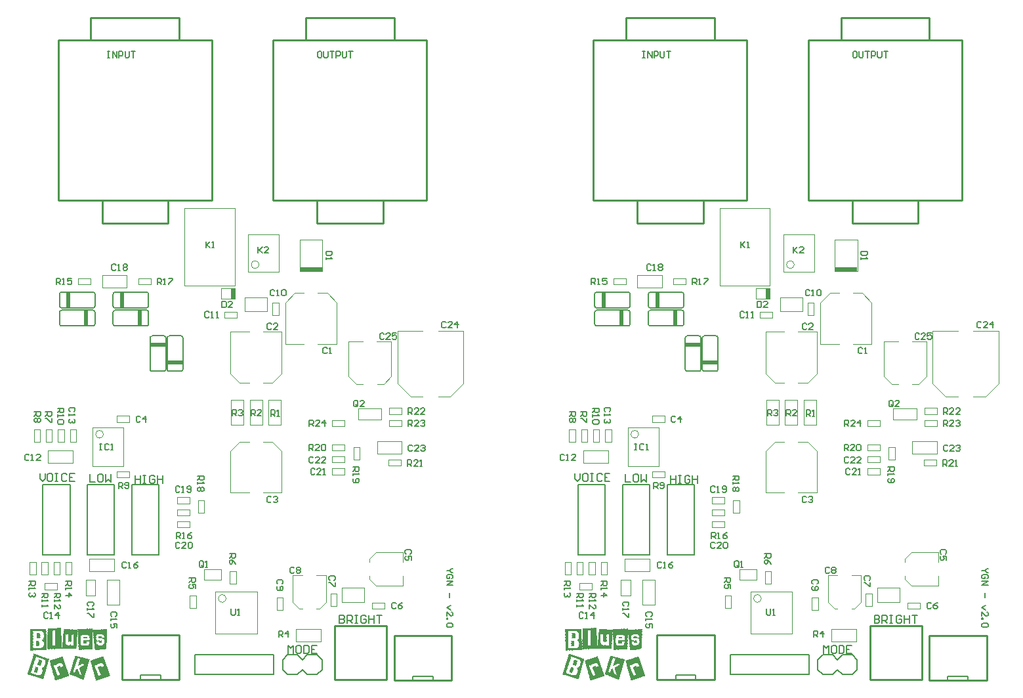
<source format=gto>
G04*
G04 #@! TF.GenerationSoftware,Altium Limited,Altium Designer,19.1.6 (110)*
G04*
G04 Layer_Color=65535*
%FSLAX25Y25*%
%MOIN*%
G70*
G01*
G75*
%ADD29C,0.01000*%
%ADD43C,0.00600*%
%ADD44C,0.00394*%
%ADD45C,0.00500*%
%ADD46C,0.00787*%
%ADD47C,0.00591*%
%ADD48C,0.00787*%
%ADD49C,0.00591*%
%ADD50R,0.08000X0.02000*%
%ADD51R,0.02000X0.08000*%
%ADD52R,0.02067X0.05315*%
%ADD53R,0.11417X0.02118*%
G36*
X336078Y61356D02*
X335942D01*
Y61220D01*
X336078D01*
Y61084D01*
X335942D01*
Y60948D01*
X336078D01*
Y60811D01*
X335942D01*
Y60675D01*
X336078D01*
Y60539D01*
X335942D01*
Y60402D01*
X336078D01*
Y60266D01*
Y60129D01*
Y59993D01*
Y59857D01*
Y59721D01*
Y59584D01*
Y59448D01*
Y59312D01*
Y59175D01*
Y59039D01*
Y58903D01*
Y58766D01*
Y58630D01*
X336214D01*
Y58494D01*
X336078D01*
Y58357D01*
X336214D01*
Y58221D01*
X336078D01*
Y58085D01*
X336214D01*
Y57948D01*
X336078D01*
Y57812D01*
X336214D01*
Y57676D01*
Y57539D01*
Y57403D01*
Y57267D01*
Y57130D01*
Y56994D01*
Y56858D01*
Y56722D01*
Y56585D01*
Y56449D01*
Y56313D01*
X336351D01*
Y56176D01*
X336214D01*
Y56040D01*
X336351D01*
Y55904D01*
X336214D01*
Y55767D01*
X336351D01*
Y55631D01*
X336214D01*
Y55495D01*
X336351D01*
Y55358D01*
X336214D01*
Y55222D01*
X336351D01*
Y55086D01*
X336214D01*
Y54949D01*
X336351D01*
Y54813D01*
X336214D01*
Y54677D01*
X336351D01*
Y54540D01*
X336214D01*
Y54404D01*
X336351D01*
Y54268D01*
X336214D01*
Y54131D01*
X336351D01*
Y53995D01*
Y53859D01*
Y53722D01*
Y53586D01*
Y53450D01*
Y53313D01*
Y53177D01*
Y53041D01*
Y52904D01*
Y52768D01*
Y52632D01*
Y52496D01*
Y52359D01*
X336487D01*
Y52496D01*
X336623D01*
Y52632D01*
X336487D01*
Y52768D01*
X336623D01*
Y52904D01*
X336487D01*
Y53041D01*
X336623D01*
Y53177D01*
X336487D01*
Y53313D01*
X336623D01*
Y53450D01*
Y53586D01*
Y53722D01*
Y53859D01*
Y53995D01*
X336759D01*
Y54131D01*
X336623D01*
Y54268D01*
X336759D01*
Y54404D01*
Y54540D01*
Y54677D01*
Y54813D01*
Y54949D01*
Y55086D01*
Y55222D01*
X336896D01*
Y55358D01*
X336759D01*
Y55495D01*
X336896D01*
Y55631D01*
X336759D01*
Y55767D01*
X336896D01*
Y55904D01*
X336759D01*
Y56040D01*
X336896D01*
Y56176D01*
Y56313D01*
Y56449D01*
Y56585D01*
Y56722D01*
X337032D01*
Y56858D01*
X336896D01*
Y56994D01*
X337032D01*
Y57130D01*
Y57267D01*
Y57403D01*
Y57539D01*
Y57676D01*
X337169D01*
Y57812D01*
X337032D01*
Y57948D01*
X337169D01*
Y58085D01*
X337032D01*
Y58221D01*
X337169D01*
Y58357D01*
X337032D01*
Y58494D01*
X337169D01*
Y58630D01*
X337032D01*
Y58766D01*
X337169D01*
Y58903D01*
Y59039D01*
Y59175D01*
Y59312D01*
Y59448D01*
X337305D01*
Y59584D01*
X337169D01*
Y59721D01*
X337305D01*
Y59857D01*
Y59993D01*
Y60129D01*
Y60266D01*
Y60402D01*
X337441D01*
Y60539D01*
X337305D01*
Y60675D01*
X337441D01*
Y60811D01*
X337305D01*
Y60948D01*
X337441D01*
Y61084D01*
X338123D01*
Y60948D01*
X338259D01*
Y61084D01*
X338395D01*
Y60948D01*
X338532D01*
Y61084D01*
X338668D01*
Y60948D01*
X338804D01*
Y61084D01*
X338941D01*
Y60948D01*
X339077D01*
Y61084D01*
X339213D01*
Y60948D01*
X340713D01*
Y60811D01*
X340849D01*
Y60948D01*
X340985D01*
Y60811D01*
X341122D01*
Y60948D01*
X341258D01*
Y60811D01*
X341394D01*
Y60948D01*
X341531D01*
Y60811D01*
X341667D01*
Y60948D01*
X341803D01*
Y60811D01*
X342212D01*
Y60675D01*
X342349D01*
Y60811D01*
X342485D01*
Y60675D01*
X342621D01*
Y60811D01*
X342758D01*
Y60675D01*
X342894D01*
Y60811D01*
X343030D01*
Y60675D01*
X343167D01*
Y60811D01*
X343303D01*
Y60675D01*
X344257D01*
Y60539D01*
Y60402D01*
Y60266D01*
Y60129D01*
Y59993D01*
X344121D01*
Y59857D01*
X344257D01*
Y59721D01*
X344121D01*
Y59584D01*
X344257D01*
Y59448D01*
X344121D01*
Y59312D01*
X344257D01*
Y59175D01*
X344121D01*
Y59039D01*
X344257D01*
Y58903D01*
X344121D01*
Y58766D01*
X344257D01*
Y58630D01*
X344121D01*
Y58494D01*
X344257D01*
Y58357D01*
X344121D01*
Y58221D01*
X344257D01*
Y58085D01*
X344121D01*
Y57948D01*
Y57812D01*
Y57676D01*
Y57539D01*
Y57403D01*
Y57267D01*
Y57130D01*
Y56994D01*
Y56858D01*
X343985D01*
Y56722D01*
X344121D01*
Y56585D01*
X343985D01*
Y56449D01*
X344121D01*
Y56313D01*
X343985D01*
Y56176D01*
Y56040D01*
Y55904D01*
Y55767D01*
Y55631D01*
Y55495D01*
Y55358D01*
Y55222D01*
Y55086D01*
X343848D01*
Y54949D01*
X343985D01*
Y54813D01*
X343848D01*
Y54677D01*
X343985D01*
Y54540D01*
X343848D01*
Y54404D01*
X343985D01*
Y54268D01*
X343848D01*
Y54131D01*
X343985D01*
Y53995D01*
X343848D01*
Y53859D01*
X343985D01*
Y53722D01*
X343848D01*
Y53586D01*
X343985D01*
Y53450D01*
X343848D01*
Y53313D01*
Y53177D01*
Y53041D01*
Y52904D01*
Y52768D01*
Y52632D01*
Y52496D01*
Y52359D01*
Y52223D01*
Y52087D01*
Y51950D01*
X343712D01*
Y51814D01*
X343848D01*
Y51678D01*
X343712D01*
Y51541D01*
X343848D01*
Y51405D01*
X343712D01*
Y51269D01*
Y51132D01*
Y50996D01*
X343576D01*
Y51132D01*
X343439D01*
Y50996D01*
X343303D01*
Y51132D01*
X343167D01*
Y50996D01*
X343030D01*
Y51132D01*
X342894D01*
Y50996D01*
X342758D01*
Y51132D01*
X342621D01*
Y50996D01*
X342485D01*
Y51132D01*
X342349D01*
Y50996D01*
X342212D01*
Y51132D01*
X342076D01*
Y50996D01*
X341940D01*
Y51132D01*
X341803D01*
Y50996D01*
X336487D01*
Y50860D01*
X336351D01*
Y50996D01*
X336214D01*
Y50860D01*
X336078D01*
Y50996D01*
X335942D01*
Y50860D01*
X335805D01*
Y50996D01*
X335669D01*
Y50860D01*
X335533D01*
Y50996D01*
X335396D01*
Y50860D01*
X335260D01*
Y50996D01*
X335124D01*
Y50860D01*
X334987D01*
Y50996D01*
X334851D01*
Y50860D01*
X334715D01*
Y50996D01*
X334578D01*
Y50860D01*
X334442D01*
Y50996D01*
X334306D01*
Y50860D01*
X334169D01*
Y50996D01*
X334033D01*
Y50860D01*
X332806D01*
Y50723D01*
X332670D01*
Y50860D01*
X332534D01*
Y50723D01*
X332397D01*
Y50860D01*
X332261D01*
Y50723D01*
X332125D01*
Y50860D01*
X331988D01*
Y50723D01*
X331852D01*
Y50860D01*
X331716D01*
Y50723D01*
X331579D01*
Y50860D01*
X331443D01*
Y50723D01*
X331307D01*
Y50860D01*
X331170D01*
Y50723D01*
X331034D01*
Y50860D01*
X330898D01*
Y50723D01*
X330761D01*
Y50860D01*
X330625D01*
Y50723D01*
X330489D01*
Y50860D01*
X330352D01*
Y50723D01*
X330216D01*
Y50860D01*
X330080D01*
Y50723D01*
X329125D01*
Y50860D01*
X328989D01*
Y50723D01*
X328853D01*
Y50860D01*
Y50996D01*
Y51132D01*
Y51269D01*
Y51405D01*
X328989D01*
Y51541D01*
X328853D01*
Y51678D01*
X328989D01*
Y51814D01*
X328853D01*
Y51950D01*
X328989D01*
Y52087D01*
X328853D01*
Y52223D01*
X328989D01*
Y52359D01*
X328853D01*
Y52496D01*
X328989D01*
Y52632D01*
X328853D01*
Y52768D01*
X328989D01*
Y52904D01*
X328853D01*
Y53041D01*
X328989D01*
Y53177D01*
X328853D01*
Y53313D01*
X328989D01*
Y53450D01*
X328853D01*
Y53586D01*
X328989D01*
Y53722D01*
X328853D01*
Y53859D01*
X328989D01*
Y53995D01*
X328853D01*
Y54131D01*
X328989D01*
Y54268D01*
X328853D01*
Y54404D01*
X328989D01*
Y54540D01*
X328853D01*
Y54677D01*
X328989D01*
Y54813D01*
X328853D01*
Y54949D01*
X328989D01*
Y55086D01*
X328853D01*
Y55222D01*
X328989D01*
Y55358D01*
X328853D01*
Y55495D01*
X328989D01*
Y55631D01*
Y55767D01*
Y55904D01*
Y56040D01*
Y56176D01*
Y56313D01*
Y56449D01*
Y56585D01*
Y56722D01*
Y56858D01*
Y56994D01*
Y57130D01*
Y57267D01*
X329125D01*
Y57403D01*
X328989D01*
Y57539D01*
Y57676D01*
Y57812D01*
Y57948D01*
Y58085D01*
Y58221D01*
X329125D01*
Y58357D01*
Y58494D01*
X328989D01*
Y58630D01*
X329125D01*
Y58766D01*
X328989D01*
Y58903D01*
X329125D01*
Y59039D01*
X328989D01*
Y59175D01*
X329125D01*
Y59312D01*
Y59448D01*
Y59584D01*
Y59721D01*
Y59857D01*
Y59993D01*
Y60129D01*
X328989D01*
Y60266D01*
X329125D01*
Y60402D01*
Y60539D01*
Y60675D01*
Y60811D01*
Y60948D01*
Y61084D01*
Y61220D01*
X330080D01*
Y61356D01*
X330216D01*
Y61220D01*
X330625D01*
Y61356D01*
X330761D01*
Y61220D01*
X330898D01*
Y61356D01*
X331034D01*
Y61220D01*
X331170D01*
Y61356D01*
X331307D01*
Y61220D01*
X331443D01*
Y61356D01*
X331579D01*
Y61220D01*
X331716D01*
Y61356D01*
X331852D01*
Y61220D01*
X331988D01*
Y61356D01*
X333215D01*
Y61493D01*
X333351D01*
Y61356D01*
X333488D01*
Y61493D01*
X333624D01*
Y61356D01*
X333760D01*
Y61493D01*
X333897D01*
Y61356D01*
X334033D01*
Y61493D01*
X334169D01*
Y61356D01*
X334306D01*
Y61493D01*
X336078D01*
Y61356D01*
D02*
G37*
G36*
X64208D02*
X64072D01*
Y61220D01*
X64208D01*
Y61084D01*
X64072D01*
Y60948D01*
X64208D01*
Y60811D01*
X64072D01*
Y60675D01*
X64208D01*
Y60539D01*
X64072D01*
Y60402D01*
X64208D01*
Y60266D01*
Y60129D01*
Y59993D01*
Y59857D01*
Y59721D01*
Y59584D01*
Y59448D01*
Y59312D01*
Y59175D01*
Y59039D01*
Y58903D01*
Y58766D01*
Y58630D01*
X64344D01*
Y58494D01*
X64208D01*
Y58357D01*
X64344D01*
Y58221D01*
X64208D01*
Y58085D01*
X64344D01*
Y57948D01*
X64208D01*
Y57812D01*
X64344D01*
Y57676D01*
Y57539D01*
Y57403D01*
Y57267D01*
Y57130D01*
Y56994D01*
Y56858D01*
Y56722D01*
Y56585D01*
Y56449D01*
Y56313D01*
X64480D01*
Y56176D01*
X64344D01*
Y56040D01*
X64480D01*
Y55904D01*
X64344D01*
Y55767D01*
X64480D01*
Y55631D01*
X64344D01*
Y55495D01*
X64480D01*
Y55358D01*
X64344D01*
Y55222D01*
X64480D01*
Y55086D01*
X64344D01*
Y54949D01*
X64480D01*
Y54813D01*
X64344D01*
Y54677D01*
X64480D01*
Y54540D01*
X64344D01*
Y54404D01*
X64480D01*
Y54268D01*
X64344D01*
Y54131D01*
X64480D01*
Y53995D01*
Y53859D01*
Y53722D01*
Y53586D01*
Y53450D01*
Y53313D01*
Y53177D01*
Y53041D01*
Y52904D01*
Y52768D01*
Y52632D01*
Y52496D01*
Y52359D01*
X64617D01*
Y52496D01*
X64753D01*
Y52632D01*
X64617D01*
Y52768D01*
X64753D01*
Y52904D01*
X64617D01*
Y53041D01*
X64753D01*
Y53177D01*
X64617D01*
Y53313D01*
X64753D01*
Y53450D01*
Y53586D01*
Y53722D01*
Y53859D01*
Y53995D01*
X64889D01*
Y54131D01*
X64753D01*
Y54268D01*
X64889D01*
Y54404D01*
Y54540D01*
Y54677D01*
Y54813D01*
Y54949D01*
Y55086D01*
Y55222D01*
X65026D01*
Y55358D01*
X64889D01*
Y55495D01*
X65026D01*
Y55631D01*
X64889D01*
Y55767D01*
X65026D01*
Y55904D01*
X64889D01*
Y56040D01*
X65026D01*
Y56176D01*
Y56313D01*
Y56449D01*
Y56585D01*
Y56722D01*
X65162D01*
Y56858D01*
X65026D01*
Y56994D01*
X65162D01*
Y57130D01*
Y57267D01*
Y57403D01*
Y57539D01*
Y57676D01*
X65298D01*
Y57812D01*
X65162D01*
Y57948D01*
X65298D01*
Y58085D01*
X65162D01*
Y58221D01*
X65298D01*
Y58357D01*
X65162D01*
Y58494D01*
X65298D01*
Y58630D01*
X65162D01*
Y58766D01*
X65298D01*
Y58903D01*
Y59039D01*
Y59175D01*
Y59312D01*
Y59448D01*
X65435D01*
Y59584D01*
X65298D01*
Y59721D01*
X65435D01*
Y59857D01*
Y59993D01*
Y60129D01*
Y60266D01*
Y60402D01*
X65571D01*
Y60539D01*
X65435D01*
Y60675D01*
X65571D01*
Y60811D01*
X65435D01*
Y60948D01*
X65571D01*
Y61084D01*
X66253D01*
Y60948D01*
X66389D01*
Y61084D01*
X66525D01*
Y60948D01*
X66662D01*
Y61084D01*
X66798D01*
Y60948D01*
X66934D01*
Y61084D01*
X67071D01*
Y60948D01*
X67207D01*
Y61084D01*
X67343D01*
Y60948D01*
X68843D01*
Y60811D01*
X68979D01*
Y60948D01*
X69115D01*
Y60811D01*
X69252D01*
Y60948D01*
X69388D01*
Y60811D01*
X69524D01*
Y60948D01*
X69661D01*
Y60811D01*
X69797D01*
Y60948D01*
X69933D01*
Y60811D01*
X70342D01*
Y60675D01*
X70479D01*
Y60811D01*
X70615D01*
Y60675D01*
X70751D01*
Y60811D01*
X70888D01*
Y60675D01*
X71024D01*
Y60811D01*
X71160D01*
Y60675D01*
X71297D01*
Y60811D01*
X71433D01*
Y60675D01*
X72387D01*
Y60539D01*
Y60402D01*
Y60266D01*
Y60129D01*
Y59993D01*
X72251D01*
Y59857D01*
X72387D01*
Y59721D01*
X72251D01*
Y59584D01*
X72387D01*
Y59448D01*
X72251D01*
Y59312D01*
X72387D01*
Y59175D01*
X72251D01*
Y59039D01*
X72387D01*
Y58903D01*
X72251D01*
Y58766D01*
X72387D01*
Y58630D01*
X72251D01*
Y58494D01*
X72387D01*
Y58357D01*
X72251D01*
Y58221D01*
X72387D01*
Y58085D01*
X72251D01*
Y57948D01*
Y57812D01*
Y57676D01*
Y57539D01*
Y57403D01*
Y57267D01*
Y57130D01*
Y56994D01*
Y56858D01*
X72114D01*
Y56722D01*
X72251D01*
Y56585D01*
X72114D01*
Y56449D01*
X72251D01*
Y56313D01*
X72114D01*
Y56176D01*
Y56040D01*
Y55904D01*
Y55767D01*
Y55631D01*
Y55495D01*
Y55358D01*
Y55222D01*
Y55086D01*
X71978D01*
Y54949D01*
X72114D01*
Y54813D01*
X71978D01*
Y54677D01*
X72114D01*
Y54540D01*
X71978D01*
Y54404D01*
X72114D01*
Y54268D01*
X71978D01*
Y54131D01*
X72114D01*
Y53995D01*
X71978D01*
Y53859D01*
X72114D01*
Y53722D01*
X71978D01*
Y53586D01*
X72114D01*
Y53450D01*
X71978D01*
Y53313D01*
Y53177D01*
Y53041D01*
Y52904D01*
Y52768D01*
Y52632D01*
Y52496D01*
Y52359D01*
Y52223D01*
Y52087D01*
Y51950D01*
X71842D01*
Y51814D01*
X71978D01*
Y51678D01*
X71842D01*
Y51541D01*
X71978D01*
Y51405D01*
X71842D01*
Y51269D01*
Y51132D01*
Y50996D01*
X71706D01*
Y51132D01*
X71569D01*
Y50996D01*
X71433D01*
Y51132D01*
X71297D01*
Y50996D01*
X71160D01*
Y51132D01*
X71024D01*
Y50996D01*
X70888D01*
Y51132D01*
X70751D01*
Y50996D01*
X70615D01*
Y51132D01*
X70479D01*
Y50996D01*
X70342D01*
Y51132D01*
X70206D01*
Y50996D01*
X70070D01*
Y51132D01*
X69933D01*
Y50996D01*
X64617D01*
Y50860D01*
X64480D01*
Y50996D01*
X64344D01*
Y50860D01*
X64208D01*
Y50996D01*
X64072D01*
Y50860D01*
X63935D01*
Y50996D01*
X63799D01*
Y50860D01*
X63662D01*
Y50996D01*
X63526D01*
Y50860D01*
X63390D01*
Y50996D01*
X63253D01*
Y50860D01*
X63117D01*
Y50996D01*
X62981D01*
Y50860D01*
X62845D01*
Y50996D01*
X62708D01*
Y50860D01*
X62572D01*
Y50996D01*
X62436D01*
Y50860D01*
X62299D01*
Y50996D01*
X62163D01*
Y50860D01*
X60936D01*
Y50723D01*
X60800D01*
Y50860D01*
X60663D01*
Y50723D01*
X60527D01*
Y50860D01*
X60391D01*
Y50723D01*
X60255D01*
Y50860D01*
X60118D01*
Y50723D01*
X59982D01*
Y50860D01*
X59846D01*
Y50723D01*
X59709D01*
Y50860D01*
X59573D01*
Y50723D01*
X59437D01*
Y50860D01*
X59300D01*
Y50723D01*
X59164D01*
Y50860D01*
X59028D01*
Y50723D01*
X58891D01*
Y50860D01*
X58755D01*
Y50723D01*
X58619D01*
Y50860D01*
X58482D01*
Y50723D01*
X58346D01*
Y50860D01*
X58210D01*
Y50723D01*
X57255D01*
Y50860D01*
X57119D01*
Y50723D01*
X56983D01*
Y50860D01*
Y50996D01*
Y51132D01*
Y51269D01*
Y51405D01*
X57119D01*
Y51541D01*
X56983D01*
Y51678D01*
X57119D01*
Y51814D01*
X56983D01*
Y51950D01*
X57119D01*
Y52087D01*
X56983D01*
Y52223D01*
X57119D01*
Y52359D01*
X56983D01*
Y52496D01*
X57119D01*
Y52632D01*
X56983D01*
Y52768D01*
X57119D01*
Y52904D01*
X56983D01*
Y53041D01*
X57119D01*
Y53177D01*
X56983D01*
Y53313D01*
X57119D01*
Y53450D01*
X56983D01*
Y53586D01*
X57119D01*
Y53722D01*
X56983D01*
Y53859D01*
X57119D01*
Y53995D01*
X56983D01*
Y54131D01*
X57119D01*
Y54268D01*
X56983D01*
Y54404D01*
X57119D01*
Y54540D01*
X56983D01*
Y54677D01*
X57119D01*
Y54813D01*
X56983D01*
Y54949D01*
X57119D01*
Y55086D01*
X56983D01*
Y55222D01*
X57119D01*
Y55358D01*
X56983D01*
Y55495D01*
X57119D01*
Y55631D01*
Y55767D01*
Y55904D01*
Y56040D01*
Y56176D01*
Y56313D01*
Y56449D01*
Y56585D01*
Y56722D01*
Y56858D01*
Y56994D01*
Y57130D01*
Y57267D01*
X57255D01*
Y57403D01*
X57119D01*
Y57539D01*
Y57676D01*
Y57812D01*
Y57948D01*
Y58085D01*
Y58221D01*
X57255D01*
Y58357D01*
Y58494D01*
X57119D01*
Y58630D01*
X57255D01*
Y58766D01*
X57119D01*
Y58903D01*
X57255D01*
Y59039D01*
X57119D01*
Y59175D01*
X57255D01*
Y59312D01*
Y59448D01*
Y59584D01*
Y59721D01*
Y59857D01*
Y59993D01*
Y60129D01*
X57119D01*
Y60266D01*
X57255D01*
Y60402D01*
Y60539D01*
Y60675D01*
Y60811D01*
Y60948D01*
Y61084D01*
Y61220D01*
X58210D01*
Y61356D01*
X58346D01*
Y61220D01*
X58755D01*
Y61356D01*
X58891D01*
Y61220D01*
X59028D01*
Y61356D01*
X59164D01*
Y61220D01*
X59300D01*
Y61356D01*
X59437D01*
Y61220D01*
X59573D01*
Y61356D01*
X59709D01*
Y61220D01*
X59846D01*
Y61356D01*
X59982D01*
Y61220D01*
X60118D01*
Y61356D01*
X61345D01*
Y61493D01*
X61481D01*
Y61356D01*
X61618D01*
Y61493D01*
X61754D01*
Y61356D01*
X61890D01*
Y61493D01*
X62027D01*
Y61356D01*
X62163D01*
Y61493D01*
X62299D01*
Y61356D01*
X62436D01*
Y61493D01*
X64208D01*
Y61356D01*
D02*
G37*
G36*
X352028Y61084D02*
Y60948D01*
Y60811D01*
Y60675D01*
X352982D01*
Y60811D01*
X353118D01*
Y60675D01*
X353254D01*
Y60811D01*
X353391D01*
Y60675D01*
X353527D01*
Y60811D01*
X353663D01*
Y60675D01*
X353800D01*
Y60811D01*
X353936D01*
Y60675D01*
X354072D01*
Y60811D01*
X354209D01*
Y60675D01*
X354345D01*
Y60811D01*
X355844D01*
Y60948D01*
X355981D01*
Y60811D01*
X356117D01*
Y60948D01*
X356254D01*
Y60811D01*
X356390D01*
Y60948D01*
X356526D01*
Y60811D01*
X356662D01*
Y60948D01*
X356799D01*
Y60811D01*
X356935D01*
Y60948D01*
X357071D01*
Y60811D01*
X357208D01*
Y60948D01*
X359253D01*
Y60811D01*
Y60675D01*
Y60539D01*
Y60402D01*
Y60266D01*
X359116D01*
Y60129D01*
X359253D01*
Y59993D01*
X359116D01*
Y59857D01*
X359253D01*
Y59721D01*
X359116D01*
Y59584D01*
X359253D01*
Y59448D01*
X359116D01*
Y59312D01*
X359253D01*
Y59175D01*
X359116D01*
Y59039D01*
X359253D01*
Y58903D01*
X359116D01*
Y58766D01*
X359253D01*
Y58630D01*
X359116D01*
Y58494D01*
X359253D01*
Y58357D01*
X359116D01*
Y58221D01*
X359253D01*
Y58085D01*
X359116D01*
Y57948D01*
X359253D01*
Y57812D01*
X359116D01*
Y57676D01*
X359253D01*
Y57539D01*
X359116D01*
Y57403D01*
X359253D01*
Y57267D01*
X359116D01*
Y57130D01*
Y56994D01*
Y56858D01*
X359253D01*
Y56722D01*
X359116D01*
Y56585D01*
Y56449D01*
Y56313D01*
Y56176D01*
Y56040D01*
Y55904D01*
Y55767D01*
Y55631D01*
Y55495D01*
Y55358D01*
Y55222D01*
Y55086D01*
Y54949D01*
Y54813D01*
Y54677D01*
X358980D01*
Y54540D01*
X359116D01*
Y54404D01*
X358980D01*
Y54268D01*
X359116D01*
Y54131D01*
X358980D01*
Y53995D01*
X359116D01*
Y53859D01*
X358980D01*
Y53722D01*
X359116D01*
Y53586D01*
X358980D01*
Y53450D01*
Y53313D01*
Y53177D01*
Y53041D01*
Y52904D01*
Y52768D01*
Y52632D01*
Y52496D01*
Y52359D01*
Y52223D01*
Y52087D01*
Y51950D01*
Y51814D01*
Y51678D01*
Y51541D01*
Y51405D01*
Y51269D01*
X358844D01*
Y51132D01*
X358980D01*
Y50996D01*
X358844D01*
Y50860D01*
X358435D01*
Y50723D01*
X358298D01*
Y50860D01*
X358162D01*
Y50723D01*
X358026D01*
Y50860D01*
X357889D01*
Y50723D01*
X357208D01*
Y50587D01*
X357071D01*
Y50723D01*
X356935D01*
Y50587D01*
X356254D01*
Y50451D01*
X356117D01*
Y50587D01*
X355981D01*
Y50451D01*
X355844D01*
Y50587D01*
X355708D01*
Y50451D01*
X355027D01*
Y50314D01*
X354890D01*
Y50451D01*
X354754D01*
Y50314D01*
X354072D01*
Y50178D01*
X353936D01*
Y50314D01*
X353800D01*
Y50178D01*
X353663D01*
Y50314D01*
X353527D01*
Y50178D01*
X353118D01*
Y50314D01*
X353254D01*
Y50451D01*
X353118D01*
Y50587D01*
Y50723D01*
Y50860D01*
Y50996D01*
Y51132D01*
X352982D01*
Y51269D01*
X353118D01*
Y51405D01*
X352982D01*
Y51541D01*
Y51678D01*
Y51814D01*
Y51950D01*
Y52087D01*
X352845D01*
Y52223D01*
X352982D01*
Y52359D01*
X352845D01*
Y52496D01*
X352982D01*
Y52632D01*
X352845D01*
Y52768D01*
X352982D01*
Y52904D01*
X352845D01*
Y53041D01*
Y53177D01*
Y53313D01*
X352709D01*
Y53450D01*
X352845D01*
Y53586D01*
X352709D01*
Y53722D01*
Y53859D01*
Y53995D01*
Y54131D01*
Y54268D01*
X352573D01*
Y54404D01*
X352709D01*
Y54540D01*
X352573D01*
Y54677D01*
X352709D01*
Y54813D01*
X352573D01*
Y54949D01*
Y55086D01*
Y55222D01*
Y55358D01*
Y55495D01*
Y55631D01*
Y55767D01*
X352436D01*
Y55904D01*
Y56040D01*
Y56176D01*
Y56313D01*
Y56449D01*
X352300D01*
Y56585D01*
X352436D01*
Y56722D01*
X352300D01*
Y56858D01*
X352436D01*
Y56994D01*
X352300D01*
Y57130D01*
X352436D01*
Y57267D01*
X352300D01*
Y57403D01*
Y57539D01*
Y57676D01*
X352164D01*
Y57812D01*
X352300D01*
Y57948D01*
X352164D01*
Y58085D01*
Y58221D01*
Y58357D01*
Y58494D01*
Y58630D01*
X352028D01*
Y58766D01*
X352164D01*
Y58903D01*
X352028D01*
Y59039D01*
X351891D01*
Y58903D01*
Y58766D01*
Y58630D01*
X352028D01*
Y58494D01*
X351891D01*
Y58357D01*
Y58221D01*
Y58085D01*
X352028D01*
Y57948D01*
X351891D01*
Y57812D01*
Y57676D01*
Y57539D01*
Y57403D01*
Y57267D01*
Y57130D01*
Y56994D01*
Y56858D01*
Y56722D01*
Y56585D01*
Y56449D01*
Y56313D01*
Y56176D01*
X351755D01*
Y56040D01*
X351891D01*
Y55904D01*
X351755D01*
Y55767D01*
X351891D01*
Y55631D01*
X351755D01*
Y55495D01*
X351891D01*
Y55358D01*
X351755D01*
Y55222D01*
X351891D01*
Y55086D01*
X351755D01*
Y54949D01*
X351891D01*
Y54813D01*
X351755D01*
Y54677D01*
X351891D01*
Y54540D01*
X351755D01*
Y54404D01*
X351891D01*
Y54268D01*
X351755D01*
Y54131D01*
X351891D01*
Y53995D01*
X351755D01*
Y53859D01*
X351891D01*
Y53722D01*
X351755D01*
Y53586D01*
X351891D01*
Y53450D01*
X351755D01*
Y53313D01*
X351891D01*
Y53177D01*
X351755D01*
Y53041D01*
X351891D01*
Y52904D01*
X351755D01*
Y52768D01*
X351891D01*
Y52632D01*
X351755D01*
Y52496D01*
Y52359D01*
Y52223D01*
X351891D01*
Y52087D01*
X351755D01*
Y51950D01*
Y51814D01*
Y51678D01*
Y51541D01*
Y51405D01*
Y51269D01*
Y51132D01*
Y50996D01*
Y50860D01*
Y50723D01*
X350392D01*
Y50587D01*
X350255D01*
Y50723D01*
X350119D01*
Y50587D01*
X349983D01*
Y50723D01*
X349574D01*
Y50587D01*
X349437D01*
Y50723D01*
X349028D01*
Y50587D01*
X347529D01*
Y50451D01*
X347393D01*
Y50587D01*
X347256D01*
Y50451D01*
X347120D01*
Y50587D01*
X346984D01*
Y50451D01*
X346847D01*
Y50587D01*
X346711D01*
Y50451D01*
X346575D01*
Y50587D01*
X346438D01*
Y50451D01*
X346302D01*
Y50587D01*
X346166D01*
Y50451D01*
X344802D01*
Y50587D01*
Y50723D01*
Y50860D01*
Y50996D01*
Y51132D01*
Y51269D01*
Y51405D01*
Y51541D01*
X344666D01*
Y51678D01*
X344802D01*
Y51814D01*
Y51950D01*
Y52087D01*
X344666D01*
Y52223D01*
X344802D01*
Y52359D01*
X344666D01*
Y52496D01*
X344802D01*
Y52632D01*
X344666D01*
Y52768D01*
X344802D01*
Y52904D01*
X344666D01*
Y53041D01*
X344802D01*
Y53177D01*
X344666D01*
Y53313D01*
X344802D01*
Y53450D01*
X344666D01*
Y53586D01*
X344802D01*
Y53722D01*
X344666D01*
Y53859D01*
X344802D01*
Y53995D01*
X344666D01*
Y54131D01*
Y54268D01*
Y54404D01*
Y54540D01*
Y54677D01*
Y54813D01*
Y54949D01*
Y55086D01*
Y55222D01*
Y55358D01*
Y55495D01*
X344530D01*
Y55631D01*
X344666D01*
Y55767D01*
X344530D01*
Y55904D01*
X344666D01*
Y56040D01*
X344530D01*
Y56176D01*
X344666D01*
Y56313D01*
X344530D01*
Y56449D01*
X344666D01*
Y56585D01*
X344530D01*
Y56722D01*
Y56858D01*
Y56994D01*
Y57130D01*
Y57267D01*
Y57403D01*
Y57539D01*
Y57676D01*
Y57812D01*
Y57948D01*
Y58085D01*
Y58221D01*
Y58357D01*
X344393D01*
Y58494D01*
X344530D01*
Y58630D01*
X344393D01*
Y58766D01*
X344530D01*
Y58903D01*
X344393D01*
Y59039D01*
X344530D01*
Y59175D01*
X344393D01*
Y59312D01*
X344530D01*
Y59448D01*
X344393D01*
Y59584D01*
X344530D01*
Y59721D01*
X344393D01*
Y59857D01*
X344530D01*
Y59993D01*
X344393D01*
Y60129D01*
X344530D01*
Y60266D01*
X344393D01*
Y60402D01*
Y60539D01*
Y60675D01*
Y60811D01*
Y60948D01*
X344530D01*
Y61084D01*
X344666D01*
Y60948D01*
X345075D01*
Y61084D01*
X345211D01*
Y60948D01*
X345348D01*
Y61084D01*
X345484D01*
Y60948D01*
X345620D01*
Y61084D01*
X345757D01*
Y60948D01*
X346166D01*
Y61084D01*
X348756D01*
Y61220D01*
X348892D01*
Y61084D01*
X349028D01*
Y61220D01*
X349165D01*
Y61084D01*
X349301D01*
Y61220D01*
X349437D01*
Y61084D01*
X349574D01*
Y61220D01*
X349710D01*
Y61084D01*
X349846D01*
Y61220D01*
X349983D01*
Y61084D01*
X350119D01*
Y61220D01*
X350255D01*
Y61084D01*
X350392D01*
Y61220D01*
X350528D01*
Y61084D01*
X350664D01*
Y61220D01*
X350801D01*
Y61084D01*
X350937D01*
Y61220D01*
X351073D01*
Y61084D01*
X351210D01*
Y61220D01*
X352028D01*
Y61084D01*
D02*
G37*
G36*
X80157D02*
Y60948D01*
Y60811D01*
Y60675D01*
X81112D01*
Y60811D01*
X81248D01*
Y60675D01*
X81384D01*
Y60811D01*
X81521D01*
Y60675D01*
X81657D01*
Y60811D01*
X81793D01*
Y60675D01*
X81930D01*
Y60811D01*
X82066D01*
Y60675D01*
X82202D01*
Y60811D01*
X82339D01*
Y60675D01*
X82475D01*
Y60811D01*
X83974D01*
Y60948D01*
X84111D01*
Y60811D01*
X84247D01*
Y60948D01*
X84383D01*
Y60811D01*
X84520D01*
Y60948D01*
X84656D01*
Y60811D01*
X84792D01*
Y60948D01*
X84929D01*
Y60811D01*
X85065D01*
Y60948D01*
X85201D01*
Y60811D01*
X85338D01*
Y60948D01*
X87382D01*
Y60811D01*
Y60675D01*
Y60539D01*
Y60402D01*
Y60266D01*
X87246D01*
Y60129D01*
X87382D01*
Y59993D01*
X87246D01*
Y59857D01*
X87382D01*
Y59721D01*
X87246D01*
Y59584D01*
X87382D01*
Y59448D01*
X87246D01*
Y59312D01*
X87382D01*
Y59175D01*
X87246D01*
Y59039D01*
X87382D01*
Y58903D01*
X87246D01*
Y58766D01*
X87382D01*
Y58630D01*
X87246D01*
Y58494D01*
X87382D01*
Y58357D01*
X87246D01*
Y58221D01*
X87382D01*
Y58085D01*
X87246D01*
Y57948D01*
X87382D01*
Y57812D01*
X87246D01*
Y57676D01*
X87382D01*
Y57539D01*
X87246D01*
Y57403D01*
X87382D01*
Y57267D01*
X87246D01*
Y57130D01*
Y56994D01*
Y56858D01*
X87382D01*
Y56722D01*
X87246D01*
Y56585D01*
Y56449D01*
Y56313D01*
Y56176D01*
Y56040D01*
Y55904D01*
Y55767D01*
Y55631D01*
Y55495D01*
Y55358D01*
Y55222D01*
Y55086D01*
Y54949D01*
Y54813D01*
Y54677D01*
X87110D01*
Y54540D01*
X87246D01*
Y54404D01*
X87110D01*
Y54268D01*
X87246D01*
Y54131D01*
X87110D01*
Y53995D01*
X87246D01*
Y53859D01*
X87110D01*
Y53722D01*
X87246D01*
Y53586D01*
X87110D01*
Y53450D01*
Y53313D01*
Y53177D01*
Y53041D01*
Y52904D01*
Y52768D01*
Y52632D01*
Y52496D01*
Y52359D01*
Y52223D01*
Y52087D01*
Y51950D01*
Y51814D01*
Y51678D01*
Y51541D01*
Y51405D01*
Y51269D01*
X86974D01*
Y51132D01*
X87110D01*
Y50996D01*
X86974D01*
Y50860D01*
X86564D01*
Y50723D01*
X86428D01*
Y50860D01*
X86292D01*
Y50723D01*
X86156D01*
Y50860D01*
X86019D01*
Y50723D01*
X85338D01*
Y50587D01*
X85201D01*
Y50723D01*
X85065D01*
Y50587D01*
X84383D01*
Y50451D01*
X84247D01*
Y50587D01*
X84111D01*
Y50451D01*
X83974D01*
Y50587D01*
X83838D01*
Y50451D01*
X83157D01*
Y50314D01*
X83020D01*
Y50451D01*
X82884D01*
Y50314D01*
X82202D01*
Y50178D01*
X82066D01*
Y50314D01*
X81930D01*
Y50178D01*
X81793D01*
Y50314D01*
X81657D01*
Y50178D01*
X81248D01*
Y50314D01*
X81384D01*
Y50451D01*
X81248D01*
Y50587D01*
Y50723D01*
Y50860D01*
Y50996D01*
Y51132D01*
X81112D01*
Y51269D01*
X81248D01*
Y51405D01*
X81112D01*
Y51541D01*
Y51678D01*
Y51814D01*
Y51950D01*
Y52087D01*
X80975D01*
Y52223D01*
X81112D01*
Y52359D01*
X80975D01*
Y52496D01*
X81112D01*
Y52632D01*
X80975D01*
Y52768D01*
X81112D01*
Y52904D01*
X80975D01*
Y53041D01*
Y53177D01*
Y53313D01*
X80839D01*
Y53450D01*
X80975D01*
Y53586D01*
X80839D01*
Y53722D01*
Y53859D01*
Y53995D01*
Y54131D01*
Y54268D01*
X80703D01*
Y54404D01*
X80839D01*
Y54540D01*
X80703D01*
Y54677D01*
X80839D01*
Y54813D01*
X80703D01*
Y54949D01*
Y55086D01*
Y55222D01*
Y55358D01*
Y55495D01*
Y55631D01*
Y55767D01*
X80566D01*
Y55904D01*
Y56040D01*
Y56176D01*
Y56313D01*
Y56449D01*
X80430D01*
Y56585D01*
X80566D01*
Y56722D01*
X80430D01*
Y56858D01*
X80566D01*
Y56994D01*
X80430D01*
Y57130D01*
X80566D01*
Y57267D01*
X80430D01*
Y57403D01*
Y57539D01*
Y57676D01*
X80294D01*
Y57812D01*
X80430D01*
Y57948D01*
X80294D01*
Y58085D01*
Y58221D01*
Y58357D01*
Y58494D01*
Y58630D01*
X80157D01*
Y58766D01*
X80294D01*
Y58903D01*
X80157D01*
Y59039D01*
X80021D01*
Y58903D01*
Y58766D01*
Y58630D01*
X80157D01*
Y58494D01*
X80021D01*
Y58357D01*
Y58221D01*
Y58085D01*
X80157D01*
Y57948D01*
X80021D01*
Y57812D01*
Y57676D01*
Y57539D01*
Y57403D01*
Y57267D01*
Y57130D01*
Y56994D01*
Y56858D01*
Y56722D01*
Y56585D01*
Y56449D01*
Y56313D01*
Y56176D01*
X79885D01*
Y56040D01*
X80021D01*
Y55904D01*
X79885D01*
Y55767D01*
X80021D01*
Y55631D01*
X79885D01*
Y55495D01*
X80021D01*
Y55358D01*
X79885D01*
Y55222D01*
X80021D01*
Y55086D01*
X79885D01*
Y54949D01*
X80021D01*
Y54813D01*
X79885D01*
Y54677D01*
X80021D01*
Y54540D01*
X79885D01*
Y54404D01*
X80021D01*
Y54268D01*
X79885D01*
Y54131D01*
X80021D01*
Y53995D01*
X79885D01*
Y53859D01*
X80021D01*
Y53722D01*
X79885D01*
Y53586D01*
X80021D01*
Y53450D01*
X79885D01*
Y53313D01*
X80021D01*
Y53177D01*
X79885D01*
Y53041D01*
X80021D01*
Y52904D01*
X79885D01*
Y52768D01*
X80021D01*
Y52632D01*
X79885D01*
Y52496D01*
Y52359D01*
Y52223D01*
X80021D01*
Y52087D01*
X79885D01*
Y51950D01*
Y51814D01*
Y51678D01*
Y51541D01*
Y51405D01*
Y51269D01*
Y51132D01*
Y50996D01*
Y50860D01*
Y50723D01*
X78522D01*
Y50587D01*
X78385D01*
Y50723D01*
X78249D01*
Y50587D01*
X78113D01*
Y50723D01*
X77704D01*
Y50587D01*
X77567D01*
Y50723D01*
X77158D01*
Y50587D01*
X75659D01*
Y50451D01*
X75523D01*
Y50587D01*
X75386D01*
Y50451D01*
X75250D01*
Y50587D01*
X75113D01*
Y50451D01*
X74977D01*
Y50587D01*
X74841D01*
Y50451D01*
X74704D01*
Y50587D01*
X74568D01*
Y50451D01*
X74432D01*
Y50587D01*
X74296D01*
Y50451D01*
X72932D01*
Y50587D01*
Y50723D01*
Y50860D01*
Y50996D01*
Y51132D01*
Y51269D01*
Y51405D01*
Y51541D01*
X72796D01*
Y51678D01*
X72932D01*
Y51814D01*
Y51950D01*
Y52087D01*
X72796D01*
Y52223D01*
X72932D01*
Y52359D01*
X72796D01*
Y52496D01*
X72932D01*
Y52632D01*
X72796D01*
Y52768D01*
X72932D01*
Y52904D01*
X72796D01*
Y53041D01*
X72932D01*
Y53177D01*
X72796D01*
Y53313D01*
X72932D01*
Y53450D01*
X72796D01*
Y53586D01*
X72932D01*
Y53722D01*
X72796D01*
Y53859D01*
X72932D01*
Y53995D01*
X72796D01*
Y54131D01*
Y54268D01*
Y54404D01*
Y54540D01*
Y54677D01*
Y54813D01*
Y54949D01*
Y55086D01*
Y55222D01*
Y55358D01*
Y55495D01*
X72660D01*
Y55631D01*
X72796D01*
Y55767D01*
X72660D01*
Y55904D01*
X72796D01*
Y56040D01*
X72660D01*
Y56176D01*
X72796D01*
Y56313D01*
X72660D01*
Y56449D01*
X72796D01*
Y56585D01*
X72660D01*
Y56722D01*
Y56858D01*
Y56994D01*
Y57130D01*
Y57267D01*
Y57403D01*
Y57539D01*
Y57676D01*
Y57812D01*
Y57948D01*
Y58085D01*
Y58221D01*
Y58357D01*
X72523D01*
Y58494D01*
X72660D01*
Y58630D01*
X72523D01*
Y58766D01*
X72660D01*
Y58903D01*
X72523D01*
Y59039D01*
X72660D01*
Y59175D01*
X72523D01*
Y59312D01*
X72660D01*
Y59448D01*
X72523D01*
Y59584D01*
X72660D01*
Y59721D01*
X72523D01*
Y59857D01*
X72660D01*
Y59993D01*
X72523D01*
Y60129D01*
X72660D01*
Y60266D01*
X72523D01*
Y60402D01*
Y60539D01*
Y60675D01*
Y60811D01*
Y60948D01*
X72660D01*
Y61084D01*
X72796D01*
Y60948D01*
X73205D01*
Y61084D01*
X73341D01*
Y60948D01*
X73478D01*
Y61084D01*
X73614D01*
Y60948D01*
X73750D01*
Y61084D01*
X73887D01*
Y60948D01*
X74296D01*
Y61084D01*
X76886D01*
Y61220D01*
X77022D01*
Y61084D01*
X77158D01*
Y61220D01*
X77295D01*
Y61084D01*
X77431D01*
Y61220D01*
X77567D01*
Y61084D01*
X77704D01*
Y61220D01*
X77840D01*
Y61084D01*
X77976D01*
Y61220D01*
X78113D01*
Y61084D01*
X78249D01*
Y61220D01*
X78385D01*
Y61084D01*
X78522D01*
Y61220D01*
X78658D01*
Y61084D01*
X78794D01*
Y61220D01*
X78930D01*
Y61084D01*
X79067D01*
Y61220D01*
X79203D01*
Y61084D01*
X79339D01*
Y61220D01*
X80157D01*
Y61084D01*
D02*
G37*
G36*
X320674Y60948D02*
X328308D01*
Y60811D01*
Y60675D01*
Y60539D01*
Y60402D01*
Y60266D01*
Y60129D01*
Y59993D01*
Y59857D01*
X328444D01*
Y59721D01*
X328308D01*
Y59584D01*
X328444D01*
Y59448D01*
X328308D01*
Y59312D01*
X328444D01*
Y59175D01*
X328308D01*
Y59039D01*
X328444D01*
Y58903D01*
X328308D01*
Y58766D01*
X328444D01*
Y58630D01*
X328308D01*
Y58494D01*
X328444D01*
Y58357D01*
X328308D01*
Y58221D01*
X328444D01*
Y58085D01*
X328308D01*
Y57948D01*
X328444D01*
Y57812D01*
X328308D01*
Y57676D01*
X328444D01*
Y57539D01*
Y57403D01*
Y57267D01*
Y57130D01*
Y56994D01*
Y56858D01*
Y56722D01*
Y56585D01*
Y56449D01*
Y56313D01*
Y56176D01*
Y56040D01*
Y55904D01*
X328580D01*
Y55767D01*
X328444D01*
Y55631D01*
Y55495D01*
Y55358D01*
X328580D01*
Y55222D01*
X328444D01*
Y55086D01*
X328580D01*
Y54949D01*
Y54813D01*
Y54677D01*
Y54540D01*
Y54404D01*
Y54268D01*
Y54131D01*
Y53995D01*
Y53859D01*
Y53722D01*
Y53586D01*
Y53450D01*
Y53313D01*
X328716D01*
Y53177D01*
X328580D01*
Y53041D01*
X328716D01*
Y52904D01*
X328580D01*
Y52768D01*
X328716D01*
Y52632D01*
X328580D01*
Y52496D01*
X328716D01*
Y52359D01*
X328580D01*
Y52223D01*
X328716D01*
Y52087D01*
X328580D01*
Y51950D01*
X328716D01*
Y51814D01*
X328580D01*
Y51678D01*
X328716D01*
Y51541D01*
X328580D01*
Y51405D01*
X328716D01*
Y51269D01*
X328580D01*
Y51132D01*
X328716D01*
Y50996D01*
Y50860D01*
Y50723D01*
Y50587D01*
Y50451D01*
Y50314D01*
Y50178D01*
X328580D01*
Y50314D01*
X328444D01*
Y50178D01*
X323945D01*
Y50042D01*
X323809D01*
Y50178D01*
X323673D01*
Y50042D01*
X323536D01*
Y50178D01*
X323400D01*
Y50042D01*
X323264D01*
Y50178D01*
X322855D01*
Y50042D01*
X322718D01*
Y50178D01*
X322582D01*
Y50042D01*
X322446D01*
Y50178D01*
X322309D01*
Y50042D01*
X322173D01*
Y50178D01*
X322037D01*
Y50042D01*
X321901D01*
Y50178D01*
X321764D01*
Y50042D01*
X321628D01*
Y50178D01*
X321492D01*
Y50042D01*
X320265D01*
Y50178D01*
X320401D01*
Y50314D01*
X320265D01*
Y50451D01*
X320401D01*
Y50587D01*
Y50723D01*
Y50860D01*
X320265D01*
Y50996D01*
Y51132D01*
Y51269D01*
Y51405D01*
Y51541D01*
Y51678D01*
Y51814D01*
X320401D01*
Y51950D01*
X320265D01*
Y52087D01*
Y52223D01*
Y52359D01*
Y52496D01*
Y52632D01*
Y52768D01*
Y52904D01*
Y53041D01*
Y53177D01*
Y53313D01*
Y53450D01*
Y53586D01*
Y53722D01*
Y53859D01*
Y53995D01*
Y54131D01*
Y54268D01*
Y54404D01*
Y54540D01*
X320128D01*
Y54677D01*
X320265D01*
Y54813D01*
X320128D01*
Y54949D01*
X320265D01*
Y55086D01*
X320128D01*
Y55222D01*
X320265D01*
Y55358D01*
X320128D01*
Y55495D01*
X320265D01*
Y55631D01*
X320128D01*
Y55767D01*
X320265D01*
Y55904D01*
X320128D01*
Y56040D01*
X320265D01*
Y56176D01*
X320128D01*
Y56313D01*
X320265D01*
Y56449D01*
X320128D01*
Y56585D01*
X320265D01*
Y56722D01*
X320128D01*
Y56858D01*
X320265D01*
Y56994D01*
X320128D01*
Y57130D01*
X320265D01*
Y57267D01*
X320128D01*
Y57403D01*
X320265D01*
Y57539D01*
X320128D01*
Y57676D01*
X320265D01*
Y57812D01*
X320128D01*
Y57948D01*
X320265D01*
Y58085D01*
X320128D01*
Y58221D01*
X320265D01*
Y58357D01*
X320128D01*
Y58494D01*
X320265D01*
Y58630D01*
X320128D01*
Y58766D01*
X320265D01*
Y58903D01*
X320128D01*
Y59039D01*
X320265D01*
Y59175D01*
X320128D01*
Y59312D01*
X320265D01*
Y59448D01*
X320128D01*
Y59584D01*
X320265D01*
Y59721D01*
X320128D01*
Y59857D01*
X320265D01*
Y59993D01*
X320128D01*
Y60129D01*
Y60266D01*
Y60402D01*
Y60539D01*
Y60675D01*
Y60811D01*
Y60948D01*
X320265D01*
Y61084D01*
X320401D01*
Y60948D01*
X320537D01*
Y61084D01*
X320674D01*
Y60948D01*
D02*
G37*
G36*
X48803D02*
X56437D01*
Y60811D01*
Y60675D01*
Y60539D01*
Y60402D01*
Y60266D01*
Y60129D01*
Y59993D01*
Y59857D01*
X56574D01*
Y59721D01*
X56437D01*
Y59584D01*
X56574D01*
Y59448D01*
X56437D01*
Y59312D01*
X56574D01*
Y59175D01*
X56437D01*
Y59039D01*
X56574D01*
Y58903D01*
X56437D01*
Y58766D01*
X56574D01*
Y58630D01*
X56437D01*
Y58494D01*
X56574D01*
Y58357D01*
X56437D01*
Y58221D01*
X56574D01*
Y58085D01*
X56437D01*
Y57948D01*
X56574D01*
Y57812D01*
X56437D01*
Y57676D01*
X56574D01*
Y57539D01*
Y57403D01*
Y57267D01*
Y57130D01*
Y56994D01*
Y56858D01*
Y56722D01*
Y56585D01*
Y56449D01*
Y56313D01*
Y56176D01*
Y56040D01*
Y55904D01*
X56710D01*
Y55767D01*
X56574D01*
Y55631D01*
Y55495D01*
Y55358D01*
X56710D01*
Y55222D01*
X56574D01*
Y55086D01*
X56710D01*
Y54949D01*
Y54813D01*
Y54677D01*
Y54540D01*
Y54404D01*
Y54268D01*
Y54131D01*
Y53995D01*
Y53859D01*
Y53722D01*
Y53586D01*
Y53450D01*
Y53313D01*
X56846D01*
Y53177D01*
X56710D01*
Y53041D01*
X56846D01*
Y52904D01*
X56710D01*
Y52768D01*
X56846D01*
Y52632D01*
X56710D01*
Y52496D01*
X56846D01*
Y52359D01*
X56710D01*
Y52223D01*
X56846D01*
Y52087D01*
X56710D01*
Y51950D01*
X56846D01*
Y51814D01*
X56710D01*
Y51678D01*
X56846D01*
Y51541D01*
X56710D01*
Y51405D01*
X56846D01*
Y51269D01*
X56710D01*
Y51132D01*
X56846D01*
Y50996D01*
Y50860D01*
Y50723D01*
Y50587D01*
Y50451D01*
Y50314D01*
Y50178D01*
X56710D01*
Y50314D01*
X56574D01*
Y50178D01*
X52075D01*
Y50042D01*
X51939D01*
Y50178D01*
X51802D01*
Y50042D01*
X51666D01*
Y50178D01*
X51530D01*
Y50042D01*
X51394D01*
Y50178D01*
X50985D01*
Y50042D01*
X50848D01*
Y50178D01*
X50712D01*
Y50042D01*
X50576D01*
Y50178D01*
X50439D01*
Y50042D01*
X50303D01*
Y50178D01*
X50167D01*
Y50042D01*
X50030D01*
Y50178D01*
X49894D01*
Y50042D01*
X49758D01*
Y50178D01*
X49621D01*
Y50042D01*
X48395D01*
Y50178D01*
X48531D01*
Y50314D01*
X48395D01*
Y50451D01*
X48531D01*
Y50587D01*
Y50723D01*
Y50860D01*
X48395D01*
Y50996D01*
Y51132D01*
Y51269D01*
Y51405D01*
Y51541D01*
Y51678D01*
Y51814D01*
X48531D01*
Y51950D01*
X48395D01*
Y52087D01*
Y52223D01*
Y52359D01*
Y52496D01*
Y52632D01*
Y52768D01*
Y52904D01*
Y53041D01*
Y53177D01*
Y53313D01*
Y53450D01*
Y53586D01*
Y53722D01*
Y53859D01*
Y53995D01*
Y54131D01*
Y54268D01*
Y54404D01*
Y54540D01*
X48258D01*
Y54677D01*
X48395D01*
Y54813D01*
X48258D01*
Y54949D01*
X48395D01*
Y55086D01*
X48258D01*
Y55222D01*
X48395D01*
Y55358D01*
X48258D01*
Y55495D01*
X48395D01*
Y55631D01*
X48258D01*
Y55767D01*
X48395D01*
Y55904D01*
X48258D01*
Y56040D01*
X48395D01*
Y56176D01*
X48258D01*
Y56313D01*
X48395D01*
Y56449D01*
X48258D01*
Y56585D01*
X48395D01*
Y56722D01*
X48258D01*
Y56858D01*
X48395D01*
Y56994D01*
X48258D01*
Y57130D01*
X48395D01*
Y57267D01*
X48258D01*
Y57403D01*
X48395D01*
Y57539D01*
X48258D01*
Y57676D01*
X48395D01*
Y57812D01*
X48258D01*
Y57948D01*
X48395D01*
Y58085D01*
X48258D01*
Y58221D01*
X48395D01*
Y58357D01*
X48258D01*
Y58494D01*
X48395D01*
Y58630D01*
X48258D01*
Y58766D01*
X48395D01*
Y58903D01*
X48258D01*
Y59039D01*
X48395D01*
Y59175D01*
X48258D01*
Y59312D01*
X48395D01*
Y59448D01*
X48258D01*
Y59584D01*
X48395D01*
Y59721D01*
X48258D01*
Y59857D01*
X48395D01*
Y59993D01*
X48258D01*
Y60129D01*
Y60266D01*
Y60402D01*
Y60539D01*
Y60675D01*
Y60811D01*
Y60948D01*
X48395D01*
Y61084D01*
X48531D01*
Y60948D01*
X48667D01*
Y61084D01*
X48803D01*
Y60948D01*
D02*
G37*
G36*
X343653Y47350D02*
X343762D01*
Y47240D01*
X344310D01*
Y47130D01*
X344639D01*
Y47021D01*
X344748D01*
Y47130D01*
X344858D01*
Y47021D01*
X345186D01*
Y46911D01*
X345296D01*
Y47021D01*
X345405D01*
Y46911D01*
X345515D01*
Y46802D01*
X346063D01*
Y46692D01*
X346391D01*
Y46583D01*
X346501D01*
Y46692D01*
X346610D01*
Y46583D01*
X346939D01*
Y46473D01*
X347049D01*
Y46583D01*
X347158D01*
Y46473D01*
X347268D01*
Y46363D01*
X347815D01*
Y46254D01*
X348144D01*
Y46144D01*
X348254D01*
Y46254D01*
X348363D01*
Y46144D01*
X348692D01*
Y46035D01*
X349021D01*
Y45925D01*
X349568D01*
Y45816D01*
X349897D01*
Y45706D01*
X350007D01*
Y45816D01*
X350116D01*
Y45706D01*
X350445D01*
Y45597D01*
Y45487D01*
Y45378D01*
X350335D01*
Y45268D01*
Y45158D01*
Y45049D01*
X350226D01*
Y44939D01*
Y44830D01*
Y44720D01*
X350116D01*
Y44611D01*
X350226D01*
Y44501D01*
X350116D01*
Y44392D01*
Y44282D01*
Y44173D01*
X350007D01*
Y44063D01*
Y43953D01*
Y43844D01*
X349897D01*
Y43734D01*
X350007D01*
Y43625D01*
X349897D01*
Y43515D01*
X349787D01*
Y43406D01*
Y43296D01*
Y43187D01*
X349678D01*
Y43077D01*
X349787D01*
Y42968D01*
X349678D01*
Y42858D01*
Y42748D01*
Y42639D01*
X349568D01*
Y42529D01*
X349459D01*
Y42420D01*
X349568D01*
Y42310D01*
X349459D01*
Y42201D01*
Y42091D01*
Y41982D01*
X349349D01*
Y41872D01*
Y41763D01*
Y41653D01*
X349240D01*
Y41543D01*
X349349D01*
Y41434D01*
X349240D01*
Y41324D01*
X349130D01*
Y41215D01*
Y41105D01*
Y40996D01*
X349021D01*
Y40886D01*
X349130D01*
Y40777D01*
X349021D01*
Y40667D01*
Y40558D01*
Y40448D01*
X348911D01*
Y40338D01*
Y40229D01*
Y40119D01*
X348801D01*
Y40010D01*
Y39900D01*
Y39791D01*
X348692D01*
Y39681D01*
Y39571D01*
Y39462D01*
X348582D01*
Y39352D01*
X348692D01*
Y39243D01*
X348582D01*
Y39133D01*
Y39024D01*
Y38914D01*
X348473D01*
Y38805D01*
X348363D01*
Y38695D01*
X348473D01*
Y38586D01*
X348363D01*
Y38476D01*
Y38366D01*
Y38257D01*
X348254D01*
Y38147D01*
Y38038D01*
Y37928D01*
X348144D01*
Y37819D01*
Y37709D01*
Y37600D01*
X348035D01*
Y37490D01*
Y37381D01*
Y37271D01*
X347925D01*
Y37161D01*
X348035D01*
Y37052D01*
X347925D01*
Y36942D01*
Y36833D01*
Y36723D01*
X347815D01*
Y36614D01*
Y36504D01*
Y36395D01*
X347706D01*
Y36285D01*
X347815D01*
Y36176D01*
X347706D01*
Y36066D01*
X347596D01*
Y35956D01*
Y35847D01*
Y35737D01*
X347487D01*
Y35628D01*
X347596D01*
Y35518D01*
X347487D01*
Y35409D01*
Y35299D01*
Y35190D01*
X347158D01*
Y35299D01*
X346830D01*
Y35409D01*
X346720D01*
Y35518D01*
X346391D01*
Y35628D01*
X346063D01*
Y35737D01*
X345734D01*
Y35847D01*
X345624D01*
Y35956D01*
X345296D01*
Y36066D01*
X344967D01*
Y36176D01*
X344639D01*
Y36285D01*
X344529D01*
Y36395D01*
X344200D01*
Y36504D01*
X343872D01*
Y36614D01*
X343543D01*
Y36723D01*
X343434D01*
Y36833D01*
X343105D01*
Y36942D01*
X342776D01*
Y37052D01*
X342448D01*
Y37161D01*
X342338D01*
Y37271D01*
X342009D01*
Y37381D01*
X341900D01*
Y37490D01*
X341790D01*
Y37381D01*
X341681D01*
Y37490D01*
X341571D01*
Y37600D01*
X341462D01*
Y37490D01*
X341352D01*
Y37600D01*
X341243D01*
Y37709D01*
X340914D01*
Y37819D01*
X340695D01*
Y37928D01*
X340257D01*
Y38038D01*
X340366D01*
Y38147D01*
X340257D01*
Y38257D01*
X340366D01*
Y38366D01*
Y38476D01*
Y38586D01*
X340476D01*
Y38695D01*
Y38805D01*
Y38914D01*
X340585D01*
Y39024D01*
X340476D01*
Y39133D01*
X340585D01*
Y39243D01*
X340695D01*
Y39352D01*
Y39462D01*
Y39571D01*
X340804D01*
Y39681D01*
X340695D01*
Y39791D01*
X340804D01*
Y39900D01*
X340914D01*
Y40010D01*
X340804D01*
Y40119D01*
X340914D01*
Y40229D01*
Y40338D01*
Y40448D01*
X341023D01*
Y40558D01*
Y40667D01*
Y40777D01*
X341133D01*
Y40886D01*
Y40996D01*
Y41105D01*
X341243D01*
Y41215D01*
Y41324D01*
Y41434D01*
X341352D01*
Y41543D01*
Y41653D01*
Y41763D01*
X341462D01*
Y41872D01*
X341352D01*
Y41982D01*
X341462D01*
Y42091D01*
Y42201D01*
Y42310D01*
X341571D01*
Y42420D01*
X341681D01*
Y42529D01*
X341571D01*
Y42639D01*
X341681D01*
Y42748D01*
Y42858D01*
Y42968D01*
X341790D01*
Y43077D01*
Y43187D01*
Y43296D01*
X341900D01*
Y43406D01*
X341790D01*
Y43515D01*
X341900D01*
Y43625D01*
X342009D01*
Y43734D01*
Y43844D01*
Y43953D01*
X342119D01*
Y44063D01*
X342009D01*
Y44173D01*
X342119D01*
Y44282D01*
Y44392D01*
Y44501D01*
X342229D01*
Y44611D01*
Y44720D01*
Y44830D01*
X342338D01*
Y44939D01*
Y45049D01*
Y45158D01*
X342448D01*
Y45268D01*
Y45378D01*
Y45487D01*
X342557D01*
Y45597D01*
Y45706D01*
Y45816D01*
Y45925D01*
X342667D01*
Y46035D01*
Y46144D01*
X342776D01*
Y46254D01*
X342667D01*
Y46363D01*
X342776D01*
Y46473D01*
Y46583D01*
Y46692D01*
X342886D01*
Y46802D01*
X342995D01*
Y46911D01*
X342886D01*
Y47021D01*
X342995D01*
Y47130D01*
X342886D01*
Y47240D01*
X342995D01*
Y47350D01*
X343105D01*
Y47459D01*
X343434D01*
Y47350D01*
X343543D01*
Y47459D01*
X343653D01*
Y47350D01*
D02*
G37*
G36*
X71783D02*
X71892D01*
Y47240D01*
X72440D01*
Y47130D01*
X72768D01*
Y47021D01*
X72878D01*
Y47130D01*
X72988D01*
Y47021D01*
X73316D01*
Y46911D01*
X73426D01*
Y47021D01*
X73535D01*
Y46911D01*
X73645D01*
Y46802D01*
X74193D01*
Y46692D01*
X74521D01*
Y46583D01*
X74631D01*
Y46692D01*
X74740D01*
Y46583D01*
X75069D01*
Y46473D01*
X75178D01*
Y46583D01*
X75288D01*
Y46473D01*
X75398D01*
Y46363D01*
X75945D01*
Y46254D01*
X76274D01*
Y46144D01*
X76384D01*
Y46254D01*
X76493D01*
Y46144D01*
X76822D01*
Y46035D01*
X77150D01*
Y45925D01*
X77698D01*
Y45816D01*
X78027D01*
Y45706D01*
X78136D01*
Y45816D01*
X78246D01*
Y45706D01*
X78575D01*
Y45597D01*
Y45487D01*
Y45378D01*
X78465D01*
Y45268D01*
Y45158D01*
Y45049D01*
X78355D01*
Y44939D01*
Y44830D01*
Y44720D01*
X78246D01*
Y44611D01*
X78355D01*
Y44501D01*
X78246D01*
Y44392D01*
Y44282D01*
Y44173D01*
X78136D01*
Y44063D01*
Y43953D01*
Y43844D01*
X78027D01*
Y43734D01*
X78136D01*
Y43625D01*
X78027D01*
Y43515D01*
X77917D01*
Y43406D01*
Y43296D01*
Y43187D01*
X77808D01*
Y43077D01*
X77917D01*
Y42968D01*
X77808D01*
Y42858D01*
Y42748D01*
Y42639D01*
X77698D01*
Y42529D01*
X77589D01*
Y42420D01*
X77698D01*
Y42310D01*
X77589D01*
Y42201D01*
Y42091D01*
Y41982D01*
X77479D01*
Y41872D01*
Y41763D01*
Y41653D01*
X77369D01*
Y41543D01*
X77479D01*
Y41434D01*
X77369D01*
Y41324D01*
X77260D01*
Y41215D01*
Y41105D01*
Y40996D01*
X77150D01*
Y40886D01*
X77260D01*
Y40777D01*
X77150D01*
Y40667D01*
Y40558D01*
Y40448D01*
X77041D01*
Y40338D01*
Y40229D01*
Y40119D01*
X76931D01*
Y40010D01*
Y39900D01*
Y39791D01*
X76822D01*
Y39681D01*
Y39571D01*
Y39462D01*
X76712D01*
Y39352D01*
X76822D01*
Y39243D01*
X76712D01*
Y39133D01*
Y39024D01*
Y38914D01*
X76603D01*
Y38805D01*
X76493D01*
Y38695D01*
X76603D01*
Y38586D01*
X76493D01*
Y38476D01*
Y38366D01*
Y38257D01*
X76384D01*
Y38147D01*
Y38038D01*
Y37928D01*
X76274D01*
Y37819D01*
Y37709D01*
Y37600D01*
X76165D01*
Y37490D01*
Y37381D01*
Y37271D01*
X76055D01*
Y37161D01*
X76165D01*
Y37052D01*
X76055D01*
Y36942D01*
Y36833D01*
Y36723D01*
X75945D01*
Y36614D01*
Y36504D01*
Y36395D01*
X75836D01*
Y36285D01*
X75945D01*
Y36176D01*
X75836D01*
Y36066D01*
X75726D01*
Y35956D01*
Y35847D01*
Y35737D01*
X75617D01*
Y35628D01*
X75726D01*
Y35518D01*
X75617D01*
Y35409D01*
Y35299D01*
Y35190D01*
X75288D01*
Y35299D01*
X74959D01*
Y35409D01*
X74850D01*
Y35518D01*
X74521D01*
Y35628D01*
X74193D01*
Y35737D01*
X73864D01*
Y35847D01*
X73754D01*
Y35956D01*
X73426D01*
Y36066D01*
X73097D01*
Y36176D01*
X72768D01*
Y36285D01*
X72659D01*
Y36395D01*
X72330D01*
Y36504D01*
X72002D01*
Y36614D01*
X71673D01*
Y36723D01*
X71564D01*
Y36833D01*
X71235D01*
Y36942D01*
X70906D01*
Y37052D01*
X70578D01*
Y37161D01*
X70468D01*
Y37271D01*
X70139D01*
Y37381D01*
X70030D01*
Y37490D01*
X69920D01*
Y37381D01*
X69811D01*
Y37490D01*
X69701D01*
Y37600D01*
X69592D01*
Y37490D01*
X69482D01*
Y37600D01*
X69372D01*
Y37709D01*
X69044D01*
Y37819D01*
X68825D01*
Y37928D01*
X68387D01*
Y38038D01*
X68496D01*
Y38147D01*
X68387D01*
Y38257D01*
X68496D01*
Y38366D01*
Y38476D01*
Y38586D01*
X68606D01*
Y38695D01*
Y38805D01*
Y38914D01*
X68715D01*
Y39024D01*
X68606D01*
Y39133D01*
X68715D01*
Y39243D01*
X68825D01*
Y39352D01*
Y39462D01*
Y39571D01*
X68934D01*
Y39681D01*
X68825D01*
Y39791D01*
X68934D01*
Y39900D01*
X69044D01*
Y40010D01*
X68934D01*
Y40119D01*
X69044D01*
Y40229D01*
Y40338D01*
Y40448D01*
X69153D01*
Y40558D01*
Y40667D01*
Y40777D01*
X69263D01*
Y40886D01*
Y40996D01*
Y41105D01*
X69372D01*
Y41215D01*
Y41324D01*
Y41434D01*
X69482D01*
Y41543D01*
Y41653D01*
Y41763D01*
X69592D01*
Y41872D01*
X69482D01*
Y41982D01*
X69592D01*
Y42091D01*
Y42201D01*
Y42310D01*
X69701D01*
Y42420D01*
X69811D01*
Y42529D01*
X69701D01*
Y42639D01*
X69811D01*
Y42748D01*
Y42858D01*
Y42968D01*
X69920D01*
Y43077D01*
Y43187D01*
Y43296D01*
X70030D01*
Y43406D01*
X69920D01*
Y43515D01*
X70030D01*
Y43625D01*
X70139D01*
Y43734D01*
Y43844D01*
Y43953D01*
X70249D01*
Y44063D01*
X70139D01*
Y44173D01*
X70249D01*
Y44282D01*
Y44392D01*
Y44501D01*
X70358D01*
Y44611D01*
Y44720D01*
Y44830D01*
X70468D01*
Y44939D01*
Y45049D01*
Y45158D01*
X70578D01*
Y45268D01*
Y45378D01*
Y45487D01*
X70687D01*
Y45597D01*
Y45706D01*
Y45816D01*
Y45925D01*
X70797D01*
Y46035D01*
Y46144D01*
X70906D01*
Y46254D01*
X70797D01*
Y46363D01*
X70906D01*
Y46473D01*
Y46583D01*
Y46692D01*
X71016D01*
Y46802D01*
X71125D01*
Y46911D01*
X71016D01*
Y47021D01*
X71125D01*
Y47130D01*
X71016D01*
Y47240D01*
X71125D01*
Y47350D01*
X71235D01*
Y47459D01*
X71564D01*
Y47350D01*
X71673D01*
Y47459D01*
X71783D01*
Y47350D01*
D02*
G37*
G36*
X336642Y47130D02*
X336751D01*
Y47021D01*
Y46911D01*
Y46802D01*
X336861D01*
Y46692D01*
Y46583D01*
Y46473D01*
X336970D01*
Y46363D01*
Y46254D01*
Y46144D01*
X337080D01*
Y46035D01*
Y45925D01*
Y45816D01*
X337189D01*
Y45706D01*
Y45597D01*
Y45487D01*
X337299D01*
Y45378D01*
Y45268D01*
Y45158D01*
X337408D01*
Y45049D01*
X337518D01*
Y44939D01*
X337408D01*
Y44830D01*
X337518D01*
Y44720D01*
Y44611D01*
Y44501D01*
X337628D01*
Y44392D01*
X337737D01*
Y44282D01*
X337628D01*
Y44173D01*
X337737D01*
Y44063D01*
X337847D01*
Y43953D01*
Y43844D01*
Y43734D01*
X337956D01*
Y43625D01*
X337847D01*
Y43515D01*
X337956D01*
Y43406D01*
X338066D01*
Y43296D01*
X338175D01*
Y43187D01*
X338066D01*
Y43077D01*
X338175D01*
Y42968D01*
X338066D01*
Y42858D01*
X338175D01*
Y42748D01*
X338285D01*
Y42639D01*
Y42529D01*
Y42420D01*
X338394D01*
Y42310D01*
Y42201D01*
Y42091D01*
X338504D01*
Y41982D01*
X338613D01*
Y41872D01*
X338504D01*
Y41763D01*
X338613D01*
Y41653D01*
Y41543D01*
Y41434D01*
X338723D01*
Y41324D01*
X338832D01*
Y41215D01*
X338723D01*
Y41105D01*
X338832D01*
Y40996D01*
Y40886D01*
X338942D01*
Y40777D01*
Y40667D01*
X339052D01*
Y40558D01*
X338942D01*
Y40448D01*
X339052D01*
Y40338D01*
Y40229D01*
X339161D01*
Y40119D01*
Y40010D01*
X339271D01*
Y39900D01*
X339161D01*
Y39791D01*
X339271D01*
Y39681D01*
X339380D01*
Y39571D01*
Y39462D01*
Y39352D01*
X339490D01*
Y39243D01*
Y39133D01*
Y39024D01*
X339599D01*
Y38914D01*
Y38805D01*
Y38695D01*
X339709D01*
Y38586D01*
Y38476D01*
Y38366D01*
X339818D01*
Y38257D01*
Y38147D01*
Y38038D01*
X339928D01*
Y37928D01*
Y37819D01*
Y37709D01*
X340038D01*
Y37600D01*
Y37490D01*
Y37381D01*
X340147D01*
Y37271D01*
Y37161D01*
X339928D01*
Y37052D01*
X339599D01*
Y36942D01*
X339271D01*
Y36833D01*
X338942D01*
Y36723D01*
X338832D01*
Y36614D01*
X338723D01*
Y36723D01*
X338613D01*
Y36614D01*
X338285D01*
Y36504D01*
X337956D01*
Y36395D01*
X337628D01*
Y36285D01*
X337518D01*
Y36176D01*
X336970D01*
Y36066D01*
X336642D01*
Y35956D01*
X336313D01*
Y35847D01*
X336203D01*
Y35737D01*
X335656D01*
Y35628D01*
X335327D01*
Y35518D01*
X334998D01*
Y35409D01*
X334889D01*
Y35299D01*
X334341D01*
Y35190D01*
X334012D01*
Y35080D01*
X333684D01*
Y34971D01*
X333574D01*
Y34861D01*
X333027D01*
Y34751D01*
X332917D01*
Y34861D01*
X332807D01*
Y34971D01*
X332917D01*
Y35080D01*
X332807D01*
Y35190D01*
Y35299D01*
Y35409D01*
X332698D01*
Y35518D01*
Y35628D01*
Y35737D01*
X332588D01*
Y35847D01*
X332698D01*
Y35956D01*
X332588D01*
Y36066D01*
X332479D01*
Y36176D01*
Y36285D01*
Y36395D01*
Y36504D01*
Y36614D01*
X332369D01*
Y36723D01*
X332479D01*
Y36833D01*
X332369D01*
Y36942D01*
X332260D01*
Y37052D01*
Y37161D01*
Y37271D01*
X332150D01*
Y37381D01*
X332260D01*
Y37490D01*
X332150D01*
Y37600D01*
Y37709D01*
Y37819D01*
X332041D01*
Y37928D01*
X331931D01*
Y38038D01*
X332041D01*
Y38147D01*
X331931D01*
Y38257D01*
Y38366D01*
Y38476D01*
X331821D01*
Y38586D01*
Y38695D01*
Y38805D01*
X331712D01*
Y38914D01*
X331821D01*
Y39024D01*
X331712D01*
Y39133D01*
Y39243D01*
Y39352D01*
X331602D01*
Y39462D01*
Y39571D01*
Y39681D01*
X331493D01*
Y39791D01*
X331602D01*
Y39900D01*
X331493D01*
Y40010D01*
Y40119D01*
Y40229D01*
X331383D01*
Y40338D01*
X331274D01*
Y40448D01*
X331383D01*
Y40558D01*
X331274D01*
Y40667D01*
Y40777D01*
Y40886D01*
X331164D01*
Y40996D01*
Y41105D01*
Y41215D01*
X331055D01*
Y41324D01*
X331164D01*
Y41434D01*
X331055D01*
Y41543D01*
Y41653D01*
Y41763D01*
X330945D01*
Y41872D01*
Y41982D01*
Y42091D01*
X330836D01*
Y42201D01*
X330945D01*
Y42310D01*
X330836D01*
Y42420D01*
X330726D01*
Y42529D01*
Y42639D01*
Y42748D01*
X330616D01*
Y42858D01*
X330726D01*
Y42968D01*
X330616D01*
Y43077D01*
Y43187D01*
Y43296D01*
X330507D01*
Y43406D01*
Y43515D01*
Y43625D01*
X330397D01*
Y43734D01*
X330507D01*
Y43844D01*
X330397D01*
Y43953D01*
X330288D01*
Y44063D01*
Y44173D01*
Y44282D01*
Y44392D01*
Y44501D01*
X330178D01*
Y44611D01*
Y44720D01*
Y44830D01*
Y44939D01*
Y45049D01*
X330288D01*
Y44939D01*
X330397D01*
Y45049D01*
X330726D01*
Y45158D01*
X330836D01*
Y45268D01*
X330945D01*
Y45158D01*
X331055D01*
Y45268D01*
X331383D01*
Y45378D01*
X331493D01*
Y45487D01*
X332041D01*
Y45597D01*
X332150D01*
Y45706D01*
X332479D01*
Y45816D01*
X332588D01*
Y45706D01*
X332698D01*
Y45816D01*
X332807D01*
Y45925D01*
X333136D01*
Y46035D01*
X333246D01*
Y45925D01*
X333355D01*
Y46035D01*
X333465D01*
Y46144D01*
X333793D01*
Y46254D01*
X334122D01*
Y46363D01*
X334451D01*
Y46473D01*
X334779D01*
Y46583D01*
X335108D01*
Y46692D01*
X335217D01*
Y46802D01*
X335327D01*
Y46692D01*
X335437D01*
Y46802D01*
X335765D01*
Y46911D01*
X335875D01*
Y47021D01*
X335984D01*
Y46911D01*
X336094D01*
Y47021D01*
X336422D01*
Y47130D01*
X336532D01*
Y47240D01*
X336642D01*
Y47130D01*
D02*
G37*
G36*
X64771D02*
X64881D01*
Y47021D01*
Y46911D01*
Y46802D01*
X64991D01*
Y46692D01*
Y46583D01*
Y46473D01*
X65100D01*
Y46363D01*
Y46254D01*
Y46144D01*
X65210D01*
Y46035D01*
Y45925D01*
Y45816D01*
X65319D01*
Y45706D01*
Y45597D01*
Y45487D01*
X65429D01*
Y45378D01*
Y45268D01*
Y45158D01*
X65538D01*
Y45049D01*
X65648D01*
Y44939D01*
X65538D01*
Y44830D01*
X65648D01*
Y44720D01*
Y44611D01*
Y44501D01*
X65757D01*
Y44392D01*
X65867D01*
Y44282D01*
X65757D01*
Y44173D01*
X65867D01*
Y44063D01*
X65977D01*
Y43953D01*
Y43844D01*
Y43734D01*
X66086D01*
Y43625D01*
X65977D01*
Y43515D01*
X66086D01*
Y43406D01*
X66196D01*
Y43296D01*
X66305D01*
Y43187D01*
X66196D01*
Y43077D01*
X66305D01*
Y42968D01*
X66196D01*
Y42858D01*
X66305D01*
Y42748D01*
X66415D01*
Y42639D01*
Y42529D01*
Y42420D01*
X66524D01*
Y42310D01*
Y42201D01*
Y42091D01*
X66634D01*
Y41982D01*
X66743D01*
Y41872D01*
X66634D01*
Y41763D01*
X66743D01*
Y41653D01*
Y41543D01*
Y41434D01*
X66853D01*
Y41324D01*
X66962D01*
Y41215D01*
X66853D01*
Y41105D01*
X66962D01*
Y40996D01*
Y40886D01*
X67072D01*
Y40777D01*
Y40667D01*
X67181D01*
Y40558D01*
X67072D01*
Y40448D01*
X67181D01*
Y40338D01*
Y40229D01*
X67291D01*
Y40119D01*
Y40010D01*
X67401D01*
Y39900D01*
X67291D01*
Y39791D01*
X67401D01*
Y39681D01*
X67510D01*
Y39571D01*
Y39462D01*
Y39352D01*
X67620D01*
Y39243D01*
Y39133D01*
Y39024D01*
X67729D01*
Y38914D01*
Y38805D01*
Y38695D01*
X67839D01*
Y38586D01*
Y38476D01*
Y38366D01*
X67948D01*
Y38257D01*
Y38147D01*
Y38038D01*
X68058D01*
Y37928D01*
Y37819D01*
Y37709D01*
X68167D01*
Y37600D01*
Y37490D01*
Y37381D01*
X68277D01*
Y37271D01*
Y37161D01*
X68058D01*
Y37052D01*
X67729D01*
Y36942D01*
X67401D01*
Y36833D01*
X67072D01*
Y36723D01*
X66962D01*
Y36614D01*
X66853D01*
Y36723D01*
X66743D01*
Y36614D01*
X66415D01*
Y36504D01*
X66086D01*
Y36395D01*
X65757D01*
Y36285D01*
X65648D01*
Y36176D01*
X65100D01*
Y36066D01*
X64771D01*
Y35956D01*
X64443D01*
Y35847D01*
X64333D01*
Y35737D01*
X63785D01*
Y35628D01*
X63457D01*
Y35518D01*
X63128D01*
Y35409D01*
X63019D01*
Y35299D01*
X62471D01*
Y35190D01*
X62142D01*
Y35080D01*
X61814D01*
Y34971D01*
X61704D01*
Y34861D01*
X61156D01*
Y34751D01*
X61047D01*
Y34861D01*
X60937D01*
Y34971D01*
X61047D01*
Y35080D01*
X60937D01*
Y35190D01*
Y35299D01*
Y35409D01*
X60828D01*
Y35518D01*
Y35628D01*
Y35737D01*
X60718D01*
Y35847D01*
X60828D01*
Y35956D01*
X60718D01*
Y36066D01*
X60609D01*
Y36176D01*
Y36285D01*
Y36395D01*
Y36504D01*
Y36614D01*
X60499D01*
Y36723D01*
X60609D01*
Y36833D01*
X60499D01*
Y36942D01*
X60390D01*
Y37052D01*
Y37161D01*
Y37271D01*
X60280D01*
Y37381D01*
X60390D01*
Y37490D01*
X60280D01*
Y37600D01*
Y37709D01*
Y37819D01*
X60170D01*
Y37928D01*
X60061D01*
Y38038D01*
X60170D01*
Y38147D01*
X60061D01*
Y38257D01*
Y38366D01*
Y38476D01*
X59951D01*
Y38586D01*
Y38695D01*
Y38805D01*
X59842D01*
Y38914D01*
X59951D01*
Y39024D01*
X59842D01*
Y39133D01*
Y39243D01*
Y39352D01*
X59732D01*
Y39462D01*
Y39571D01*
Y39681D01*
X59623D01*
Y39791D01*
X59732D01*
Y39900D01*
X59623D01*
Y40010D01*
Y40119D01*
Y40229D01*
X59513D01*
Y40338D01*
X59404D01*
Y40448D01*
X59513D01*
Y40558D01*
X59404D01*
Y40667D01*
Y40777D01*
Y40886D01*
X59294D01*
Y40996D01*
Y41105D01*
Y41215D01*
X59184D01*
Y41324D01*
X59294D01*
Y41434D01*
X59184D01*
Y41543D01*
Y41653D01*
Y41763D01*
X59075D01*
Y41872D01*
Y41982D01*
Y42091D01*
X58965D01*
Y42201D01*
X59075D01*
Y42310D01*
X58965D01*
Y42420D01*
X58856D01*
Y42529D01*
Y42639D01*
Y42748D01*
X58746D01*
Y42858D01*
X58856D01*
Y42968D01*
X58746D01*
Y43077D01*
Y43187D01*
Y43296D01*
X58637D01*
Y43406D01*
Y43515D01*
Y43625D01*
X58527D01*
Y43734D01*
X58637D01*
Y43844D01*
X58527D01*
Y43953D01*
X58418D01*
Y44063D01*
Y44173D01*
Y44282D01*
Y44392D01*
Y44501D01*
X58308D01*
Y44611D01*
Y44720D01*
Y44830D01*
Y44939D01*
Y45049D01*
X58418D01*
Y44939D01*
X58527D01*
Y45049D01*
X58856D01*
Y45158D01*
X58965D01*
Y45268D01*
X59075D01*
Y45158D01*
X59184D01*
Y45268D01*
X59513D01*
Y45378D01*
X59623D01*
Y45487D01*
X60170D01*
Y45597D01*
X60280D01*
Y45706D01*
X60609D01*
Y45816D01*
X60718D01*
Y45706D01*
X60828D01*
Y45816D01*
X60937D01*
Y45925D01*
X61266D01*
Y46035D01*
X61375D01*
Y45925D01*
X61485D01*
Y46035D01*
X61594D01*
Y46144D01*
X61923D01*
Y46254D01*
X62252D01*
Y46363D01*
X62581D01*
Y46473D01*
X62909D01*
Y46583D01*
X63238D01*
Y46692D01*
X63347D01*
Y46802D01*
X63457D01*
Y46692D01*
X63566D01*
Y46802D01*
X63895D01*
Y46911D01*
X64005D01*
Y47021D01*
X64114D01*
Y46911D01*
X64224D01*
Y47021D01*
X64552D01*
Y47130D01*
X64662D01*
Y47240D01*
X64771D01*
Y47130D01*
D02*
G37*
G36*
X357346Y47021D02*
X357456D01*
Y46911D01*
Y46802D01*
X357565D01*
Y46692D01*
Y46583D01*
X357675D01*
Y46473D01*
X357565D01*
Y46363D01*
X357675D01*
Y46254D01*
Y46144D01*
X357784D01*
Y46035D01*
Y45925D01*
X357894D01*
Y45816D01*
X357784D01*
Y45706D01*
X357894D01*
Y45597D01*
X358003D01*
Y45487D01*
Y45378D01*
Y45268D01*
X358113D01*
Y45158D01*
Y45049D01*
Y44939D01*
X358223D01*
Y44830D01*
Y44720D01*
Y44611D01*
X358332D01*
Y44501D01*
Y44392D01*
Y44282D01*
X358442D01*
Y44173D01*
Y44063D01*
Y43953D01*
X358551D01*
Y43844D01*
Y43734D01*
Y43625D01*
X358661D01*
Y43515D01*
Y43406D01*
Y43296D01*
X358770D01*
Y43187D01*
Y43077D01*
Y42968D01*
X358880D01*
Y42858D01*
X358989D01*
Y42748D01*
X358880D01*
Y42639D01*
X358989D01*
Y42529D01*
Y42420D01*
X359099D01*
Y42310D01*
Y42201D01*
X359208D01*
Y42091D01*
X359099D01*
Y41982D01*
X359208D01*
Y41872D01*
X359318D01*
Y41763D01*
Y41653D01*
Y41543D01*
X359428D01*
Y41434D01*
X359318D01*
Y41324D01*
X359428D01*
Y41215D01*
X359537D01*
Y41105D01*
Y40996D01*
Y40886D01*
X359647D01*
Y40777D01*
X359537D01*
Y40667D01*
X359647D01*
Y40558D01*
X359756D01*
Y40448D01*
Y40338D01*
Y40229D01*
X359866D01*
Y40119D01*
Y40010D01*
Y39900D01*
X359975D01*
Y39791D01*
X360085D01*
Y39681D01*
X359975D01*
Y39571D01*
X360085D01*
Y39462D01*
Y39352D01*
Y39243D01*
X360194D01*
Y39133D01*
X360304D01*
Y39024D01*
X360194D01*
Y38914D01*
X360304D01*
Y38805D01*
Y38695D01*
X360414D01*
Y38586D01*
Y38476D01*
X360523D01*
Y38366D01*
X360414D01*
Y38257D01*
X360523D01*
Y38147D01*
Y38038D01*
X360633D01*
Y37928D01*
Y37819D01*
X360742D01*
Y37709D01*
X360633D01*
Y37600D01*
X360742D01*
Y37490D01*
X360852D01*
Y37381D01*
Y37271D01*
Y37161D01*
X360742D01*
Y37052D01*
X360414D01*
Y36942D01*
X360304D01*
Y37052D01*
X360194D01*
Y36942D01*
X360085D01*
Y36833D01*
X359756D01*
Y36723D01*
X359647D01*
Y36833D01*
X359537D01*
Y36723D01*
X359428D01*
Y36614D01*
X359099D01*
Y36504D01*
X358989D01*
Y36614D01*
X358880D01*
Y36504D01*
X358770D01*
Y36395D01*
X358442D01*
Y36285D01*
X358332D01*
Y36395D01*
X358223D01*
Y36285D01*
X358113D01*
Y36176D01*
X357784D01*
Y36066D01*
X357675D01*
Y36176D01*
X357565D01*
Y36066D01*
X357456D01*
Y35956D01*
X357127D01*
Y35847D01*
X357018D01*
Y35956D01*
X356908D01*
Y35847D01*
X356799D01*
Y35737D01*
X356470D01*
Y35628D01*
X356360D01*
Y35737D01*
X356251D01*
Y35628D01*
X356141D01*
Y35518D01*
X355813D01*
Y35409D01*
X355703D01*
Y35518D01*
X355593D01*
Y35409D01*
X355484D01*
Y35299D01*
X355155D01*
Y35190D01*
X354827D01*
Y35080D01*
X354498D01*
Y34971D01*
X354388D01*
Y35080D01*
X354279D01*
Y34971D01*
X354169D01*
Y34861D01*
X353841D01*
Y34751D01*
X353731D01*
Y34861D01*
X353622D01*
Y34971D01*
X353512D01*
Y35080D01*
Y35190D01*
Y35299D01*
X353402D01*
Y35409D01*
X353512D01*
Y35518D01*
X353402D01*
Y35628D01*
Y35737D01*
Y35847D01*
X353293D01*
Y35956D01*
X353183D01*
Y36066D01*
X353293D01*
Y36176D01*
X353183D01*
Y36285D01*
Y36395D01*
Y36504D01*
X353074D01*
Y36614D01*
Y36723D01*
Y36833D01*
X352964D01*
Y36942D01*
X353074D01*
Y37052D01*
X352964D01*
Y37161D01*
Y37271D01*
Y37381D01*
X352855D01*
Y37490D01*
Y37600D01*
Y37709D01*
X352745D01*
Y37819D01*
X352855D01*
Y37928D01*
X352745D01*
Y38038D01*
Y38147D01*
Y38257D01*
X352636D01*
Y38366D01*
X352526D01*
Y38476D01*
X352636D01*
Y38586D01*
X352526D01*
Y38695D01*
Y38805D01*
Y38914D01*
X352416D01*
Y39024D01*
Y39133D01*
Y39243D01*
X352307D01*
Y39352D01*
X352416D01*
Y39462D01*
X352307D01*
Y39571D01*
Y39681D01*
X352197D01*
Y39791D01*
Y39900D01*
Y40010D01*
Y40119D01*
X352088D01*
Y40229D01*
X352197D01*
Y40338D01*
X352088D01*
Y40448D01*
X351978D01*
Y40558D01*
Y40667D01*
Y40777D01*
X351869D01*
Y40886D01*
X351978D01*
Y40996D01*
X351869D01*
Y41105D01*
Y41215D01*
Y41324D01*
X351759D01*
Y41434D01*
Y41543D01*
Y41653D01*
X351650D01*
Y41763D01*
Y41872D01*
Y41982D01*
X351540D01*
Y42091D01*
Y42201D01*
Y42310D01*
X351431D01*
Y42420D01*
X351540D01*
Y42529D01*
X351431D01*
Y42639D01*
Y42748D01*
Y42858D01*
X351321D01*
Y42968D01*
Y43077D01*
Y43187D01*
X351212D01*
Y43296D01*
X351321D01*
Y43406D01*
X351212D01*
Y43515D01*
Y43625D01*
Y43734D01*
X351102D01*
Y43844D01*
Y43953D01*
Y44063D01*
X350992D01*
Y44173D01*
Y44282D01*
Y44392D01*
X350883D01*
Y44501D01*
Y44611D01*
Y44720D01*
X350773D01*
Y44830D01*
X350883D01*
Y44939D01*
X350992D01*
Y45049D01*
X351540D01*
Y45158D01*
X351650D01*
Y45268D01*
X351978D01*
Y45378D01*
X352307D01*
Y45487D01*
X352636D01*
Y45597D01*
X352964D01*
Y45706D01*
X353293D01*
Y45816D01*
X353402D01*
Y45925D01*
X353512D01*
Y45816D01*
X353622D01*
Y45925D01*
X353950D01*
Y46035D01*
X354060D01*
Y46144D01*
X354169D01*
Y46035D01*
X354279D01*
Y46144D01*
X354388D01*
Y46254D01*
X354498D01*
Y46144D01*
X354608D01*
Y46254D01*
X354717D01*
Y46363D01*
X355046D01*
Y46473D01*
X355155D01*
Y46363D01*
X355265D01*
Y46473D01*
X355374D01*
Y46583D01*
X355703D01*
Y46692D01*
X355813D01*
Y46583D01*
X355922D01*
Y46692D01*
X356032D01*
Y46802D01*
X356360D01*
Y46911D01*
X356470D01*
Y46802D01*
X356579D01*
Y46911D01*
X356689D01*
Y47021D01*
X357018D01*
Y47130D01*
X357346D01*
Y47021D01*
D02*
G37*
G36*
X85476D02*
X85586D01*
Y46911D01*
Y46802D01*
X85695D01*
Y46692D01*
Y46583D01*
X85805D01*
Y46473D01*
X85695D01*
Y46363D01*
X85805D01*
Y46254D01*
Y46144D01*
X85914D01*
Y46035D01*
Y45925D01*
X86024D01*
Y45816D01*
X85914D01*
Y45706D01*
X86024D01*
Y45597D01*
X86133D01*
Y45487D01*
Y45378D01*
Y45268D01*
X86243D01*
Y45158D01*
Y45049D01*
Y44939D01*
X86352D01*
Y44830D01*
Y44720D01*
Y44611D01*
X86462D01*
Y44501D01*
Y44392D01*
Y44282D01*
X86572D01*
Y44173D01*
Y44063D01*
Y43953D01*
X86681D01*
Y43844D01*
Y43734D01*
Y43625D01*
X86791D01*
Y43515D01*
Y43406D01*
Y43296D01*
X86900D01*
Y43187D01*
Y43077D01*
Y42968D01*
X87010D01*
Y42858D01*
X87119D01*
Y42748D01*
X87010D01*
Y42639D01*
X87119D01*
Y42529D01*
Y42420D01*
X87229D01*
Y42310D01*
Y42201D01*
X87338D01*
Y42091D01*
X87229D01*
Y41982D01*
X87338D01*
Y41872D01*
X87448D01*
Y41763D01*
Y41653D01*
Y41543D01*
X87558D01*
Y41434D01*
X87448D01*
Y41324D01*
X87558D01*
Y41215D01*
X87667D01*
Y41105D01*
Y40996D01*
Y40886D01*
X87777D01*
Y40777D01*
X87667D01*
Y40667D01*
X87777D01*
Y40558D01*
X87886D01*
Y40448D01*
Y40338D01*
Y40229D01*
X87996D01*
Y40119D01*
Y40010D01*
Y39900D01*
X88105D01*
Y39791D01*
X88215D01*
Y39681D01*
X88105D01*
Y39571D01*
X88215D01*
Y39462D01*
Y39352D01*
Y39243D01*
X88324D01*
Y39133D01*
X88434D01*
Y39024D01*
X88324D01*
Y38914D01*
X88434D01*
Y38805D01*
Y38695D01*
X88543D01*
Y38586D01*
Y38476D01*
X88653D01*
Y38366D01*
X88543D01*
Y38257D01*
X88653D01*
Y38147D01*
Y38038D01*
X88762D01*
Y37928D01*
Y37819D01*
X88872D01*
Y37709D01*
X88762D01*
Y37600D01*
X88872D01*
Y37490D01*
X88982D01*
Y37381D01*
Y37271D01*
Y37161D01*
X88872D01*
Y37052D01*
X88543D01*
Y36942D01*
X88434D01*
Y37052D01*
X88324D01*
Y36942D01*
X88215D01*
Y36833D01*
X87886D01*
Y36723D01*
X87777D01*
Y36833D01*
X87667D01*
Y36723D01*
X87558D01*
Y36614D01*
X87229D01*
Y36504D01*
X87119D01*
Y36614D01*
X87010D01*
Y36504D01*
X86900D01*
Y36395D01*
X86572D01*
Y36285D01*
X86462D01*
Y36395D01*
X86352D01*
Y36285D01*
X86243D01*
Y36176D01*
X85914D01*
Y36066D01*
X85805D01*
Y36176D01*
X85695D01*
Y36066D01*
X85586D01*
Y35956D01*
X85257D01*
Y35847D01*
X85148D01*
Y35956D01*
X85038D01*
Y35847D01*
X84928D01*
Y35737D01*
X84600D01*
Y35628D01*
X84490D01*
Y35737D01*
X84381D01*
Y35628D01*
X84271D01*
Y35518D01*
X83942D01*
Y35409D01*
X83833D01*
Y35518D01*
X83723D01*
Y35409D01*
X83614D01*
Y35299D01*
X83285D01*
Y35190D01*
X82956D01*
Y35080D01*
X82628D01*
Y34971D01*
X82518D01*
Y35080D01*
X82409D01*
Y34971D01*
X82299D01*
Y34861D01*
X81971D01*
Y34751D01*
X81861D01*
Y34861D01*
X81751D01*
Y34971D01*
X81642D01*
Y35080D01*
Y35190D01*
Y35299D01*
X81532D01*
Y35409D01*
X81642D01*
Y35518D01*
X81532D01*
Y35628D01*
Y35737D01*
Y35847D01*
X81423D01*
Y35956D01*
X81313D01*
Y36066D01*
X81423D01*
Y36176D01*
X81313D01*
Y36285D01*
Y36395D01*
Y36504D01*
X81204D01*
Y36614D01*
Y36723D01*
Y36833D01*
X81094D01*
Y36942D01*
X81204D01*
Y37052D01*
X81094D01*
Y37161D01*
Y37271D01*
Y37381D01*
X80985D01*
Y37490D01*
Y37600D01*
Y37709D01*
X80875D01*
Y37819D01*
X80985D01*
Y37928D01*
X80875D01*
Y38038D01*
Y38147D01*
Y38257D01*
X80765D01*
Y38366D01*
X80656D01*
Y38476D01*
X80765D01*
Y38586D01*
X80656D01*
Y38695D01*
Y38805D01*
Y38914D01*
X80546D01*
Y39024D01*
Y39133D01*
Y39243D01*
X80437D01*
Y39352D01*
X80546D01*
Y39462D01*
X80437D01*
Y39571D01*
Y39681D01*
X80327D01*
Y39791D01*
Y39900D01*
Y40010D01*
Y40119D01*
X80218D01*
Y40229D01*
X80327D01*
Y40338D01*
X80218D01*
Y40448D01*
X80108D01*
Y40558D01*
Y40667D01*
Y40777D01*
X79999D01*
Y40886D01*
X80108D01*
Y40996D01*
X79999D01*
Y41105D01*
Y41215D01*
Y41324D01*
X79889D01*
Y41434D01*
Y41543D01*
Y41653D01*
X79780D01*
Y41763D01*
Y41872D01*
Y41982D01*
X79670D01*
Y42091D01*
Y42201D01*
Y42310D01*
X79561D01*
Y42420D01*
X79670D01*
Y42529D01*
X79561D01*
Y42639D01*
Y42748D01*
Y42858D01*
X79451D01*
Y42968D01*
Y43077D01*
Y43187D01*
X79341D01*
Y43296D01*
X79451D01*
Y43406D01*
X79341D01*
Y43515D01*
Y43625D01*
Y43734D01*
X79232D01*
Y43844D01*
Y43953D01*
Y44063D01*
X79122D01*
Y44173D01*
Y44282D01*
Y44392D01*
X79013D01*
Y44501D01*
Y44611D01*
Y44720D01*
X78903D01*
Y44830D01*
X79013D01*
Y44939D01*
X79122D01*
Y45049D01*
X79670D01*
Y45158D01*
X79780D01*
Y45268D01*
X80108D01*
Y45378D01*
X80437D01*
Y45487D01*
X80765D01*
Y45597D01*
X81094D01*
Y45706D01*
X81423D01*
Y45816D01*
X81532D01*
Y45925D01*
X81642D01*
Y45816D01*
X81751D01*
Y45925D01*
X82080D01*
Y46035D01*
X82190D01*
Y46144D01*
X82299D01*
Y46035D01*
X82409D01*
Y46144D01*
X82518D01*
Y46254D01*
X82628D01*
Y46144D01*
X82737D01*
Y46254D01*
X82847D01*
Y46363D01*
X83176D01*
Y46473D01*
X83285D01*
Y46363D01*
X83395D01*
Y46473D01*
X83504D01*
Y46583D01*
X83833D01*
Y46692D01*
X83942D01*
Y46583D01*
X84052D01*
Y46692D01*
X84162D01*
Y46802D01*
X84490D01*
Y46911D01*
X84600D01*
Y46802D01*
X84709D01*
Y46911D01*
X84819D01*
Y47021D01*
X85148D01*
Y47130D01*
X85476D01*
Y47021D01*
D02*
G37*
G36*
X322181Y48445D02*
X322510D01*
Y48335D01*
X322838D01*
Y48226D01*
X322948D01*
Y48116D01*
X323058D01*
Y48226D01*
X323167D01*
Y48116D01*
X323496D01*
Y48007D01*
X323605D01*
Y47897D01*
X323715D01*
Y48007D01*
X323824D01*
Y47897D01*
X324153D01*
Y47788D01*
X324263D01*
Y47678D01*
X324810D01*
Y47569D01*
X324920D01*
Y47459D01*
X325249D01*
Y47350D01*
X325577D01*
Y47240D01*
X325906D01*
Y47130D01*
X326235D01*
Y47021D01*
X326563D01*
Y46911D01*
X326673D01*
Y46802D01*
X326782D01*
Y46911D01*
X326892D01*
Y46802D01*
X327220D01*
Y46692D01*
X327549D01*
Y46583D01*
X327878D01*
Y46473D01*
X327987D01*
Y46363D01*
X328097D01*
Y46473D01*
X328206D01*
Y46363D01*
X328535D01*
Y46254D01*
X328644D01*
Y46144D01*
X328754D01*
Y46254D01*
X328864D01*
Y46144D01*
X329192D01*
Y46035D01*
X329302D01*
Y45925D01*
X329850D01*
Y45816D01*
Y45706D01*
Y45597D01*
X329740D01*
Y45487D01*
X329850D01*
Y45378D01*
X329740D01*
Y45268D01*
Y45158D01*
Y45049D01*
X329630D01*
Y44939D01*
X329521D01*
Y44830D01*
X329630D01*
Y44720D01*
X329521D01*
Y44611D01*
Y44501D01*
Y44392D01*
X329411D01*
Y44282D01*
Y44173D01*
Y44063D01*
X329302D01*
Y43953D01*
Y43844D01*
Y43734D01*
X329192D01*
Y43625D01*
Y43515D01*
Y43406D01*
X329083D01*
Y43296D01*
X329192D01*
Y43187D01*
X329083D01*
Y43077D01*
Y42968D01*
Y42858D01*
X328973D01*
Y42748D01*
Y42639D01*
Y42529D01*
X328864D01*
Y42420D01*
X328973D01*
Y42310D01*
X328864D01*
Y42201D01*
X328754D01*
Y42091D01*
Y41982D01*
Y41872D01*
X328644D01*
Y41763D01*
X328754D01*
Y41653D01*
X328644D01*
Y41543D01*
Y41434D01*
Y41324D01*
X328535D01*
Y41215D01*
X328425D01*
Y41105D01*
X328535D01*
Y40996D01*
X328425D01*
Y40886D01*
Y40777D01*
Y40667D01*
X328316D01*
Y40558D01*
Y40448D01*
Y40338D01*
X328206D01*
Y40229D01*
X328316D01*
Y40119D01*
X328206D01*
Y40010D01*
X328097D01*
Y39900D01*
Y39791D01*
Y39681D01*
Y39571D01*
Y39462D01*
X327987D01*
Y39352D01*
Y39243D01*
Y39133D01*
X327878D01*
Y39024D01*
Y38914D01*
Y38805D01*
X327768D01*
Y38695D01*
X327878D01*
Y38586D01*
X327768D01*
Y38476D01*
Y38366D01*
X327659D01*
Y38257D01*
Y38147D01*
X327549D01*
Y38038D01*
X327659D01*
Y37928D01*
X327549D01*
Y37819D01*
Y37709D01*
Y37600D01*
X327439D01*
Y37490D01*
Y37381D01*
Y37271D01*
X327330D01*
Y37161D01*
Y37052D01*
Y36942D01*
X327220D01*
Y36833D01*
Y36723D01*
Y36614D01*
X327111D01*
Y36504D01*
X327220D01*
Y36395D01*
X327111D01*
Y36285D01*
Y36176D01*
Y36066D01*
X327001D01*
Y35956D01*
Y35847D01*
Y35737D01*
X326892D01*
Y35628D01*
Y35518D01*
X326453D01*
Y35628D01*
X326125D01*
Y35737D01*
X325796D01*
Y35847D01*
X325468D01*
Y35956D01*
X325139D01*
Y36066D01*
X324810D01*
Y36176D01*
X324482D01*
Y36285D01*
X324372D01*
Y36176D01*
X324263D01*
Y36285D01*
X324153D01*
Y36395D01*
X323824D01*
Y36504D01*
X323715D01*
Y36395D01*
X323605D01*
Y36504D01*
X323496D01*
Y36614D01*
X323386D01*
Y36504D01*
X323277D01*
Y36614D01*
X322948D01*
Y36723D01*
X322838D01*
Y36833D01*
X322729D01*
Y36723D01*
X322619D01*
Y36833D01*
X322291D01*
Y36942D01*
X322181D01*
Y37052D01*
X322072D01*
Y36942D01*
X321962D01*
Y37052D01*
X321633D01*
Y37161D01*
X321524D01*
Y37271D01*
X321414D01*
Y37161D01*
X321524D01*
Y37052D01*
X321414D01*
Y37161D01*
X321305D01*
Y37271D01*
X320976D01*
Y37381D01*
X320867D01*
Y37271D01*
X320757D01*
Y37381D01*
X320648D01*
Y37490D01*
X320100D01*
Y37600D01*
X319990D01*
Y37709D01*
X319443D01*
Y37819D01*
X319114D01*
Y37928D01*
X318785D01*
Y38038D01*
X318895D01*
Y38147D01*
X318785D01*
Y38257D01*
X318895D01*
Y38366D01*
Y38476D01*
X319004D01*
Y38586D01*
Y38695D01*
X319114D01*
Y38805D01*
X319004D01*
Y38914D01*
X319114D01*
Y39024D01*
Y39133D01*
Y39243D01*
X319223D01*
Y39352D01*
X319333D01*
Y39462D01*
X319223D01*
Y39571D01*
X319333D01*
Y39681D01*
Y39791D01*
Y39900D01*
X319443D01*
Y40010D01*
X319552D01*
Y40119D01*
X319443D01*
Y40229D01*
X319552D01*
Y40338D01*
Y40448D01*
Y40558D01*
X319661D01*
Y40667D01*
X319771D01*
Y40777D01*
X319661D01*
Y40886D01*
X319771D01*
Y40996D01*
X319661D01*
Y41105D01*
X319771D01*
Y41215D01*
X319881D01*
Y41324D01*
Y41434D01*
Y41543D01*
X319990D01*
Y41653D01*
X319881D01*
Y41763D01*
X319990D01*
Y41872D01*
X320100D01*
Y41982D01*
Y42091D01*
Y42201D01*
X320209D01*
Y42310D01*
X320100D01*
Y42420D01*
X320209D01*
Y42529D01*
X320319D01*
Y42639D01*
Y42748D01*
Y42858D01*
X320428D01*
Y42968D01*
X320319D01*
Y43077D01*
X320428D01*
Y43187D01*
Y43296D01*
Y43406D01*
X320538D01*
Y43515D01*
X320648D01*
Y43625D01*
X320538D01*
Y43734D01*
X320648D01*
Y43844D01*
Y43953D01*
Y44063D01*
X320757D01*
Y44173D01*
X320867D01*
Y44282D01*
X320757D01*
Y44392D01*
X320867D01*
Y44501D01*
Y44611D01*
Y44720D01*
X320976D01*
Y44830D01*
Y44939D01*
Y45049D01*
X321086D01*
Y45158D01*
Y45268D01*
Y45378D01*
X321195D01*
Y45487D01*
Y45597D01*
Y45706D01*
X321305D01*
Y45816D01*
Y45925D01*
Y46035D01*
X321414D01*
Y46144D01*
Y46254D01*
Y46363D01*
X321524D01*
Y46473D01*
Y46583D01*
Y46692D01*
X321633D01*
Y46802D01*
Y46911D01*
Y47021D01*
X321743D01*
Y47130D01*
X321633D01*
Y47240D01*
X321743D01*
Y47350D01*
Y47459D01*
X321852D01*
Y47569D01*
Y47678D01*
X321962D01*
Y47788D01*
X321852D01*
Y47897D01*
X321962D01*
Y48007D01*
Y48116D01*
X322072D01*
Y48226D01*
Y48335D01*
X322181D01*
Y48445D01*
X322072D01*
Y48555D01*
X322181D01*
Y48445D01*
D02*
G37*
G36*
X50311D02*
X50640D01*
Y48335D01*
X50968D01*
Y48226D01*
X51078D01*
Y48116D01*
X51187D01*
Y48226D01*
X51297D01*
Y48116D01*
X51626D01*
Y48007D01*
X51735D01*
Y47897D01*
X51845D01*
Y48007D01*
X51954D01*
Y47897D01*
X52283D01*
Y47788D01*
X52393D01*
Y47678D01*
X52940D01*
Y47569D01*
X53050D01*
Y47459D01*
X53378D01*
Y47350D01*
X53707D01*
Y47240D01*
X54036D01*
Y47130D01*
X54364D01*
Y47021D01*
X54693D01*
Y46911D01*
X54803D01*
Y46802D01*
X54912D01*
Y46911D01*
X55022D01*
Y46802D01*
X55350D01*
Y46692D01*
X55679D01*
Y46583D01*
X56008D01*
Y46473D01*
X56117D01*
Y46363D01*
X56227D01*
Y46473D01*
X56336D01*
Y46363D01*
X56665D01*
Y46254D01*
X56774D01*
Y46144D01*
X56884D01*
Y46254D01*
X56994D01*
Y46144D01*
X57322D01*
Y46035D01*
X57432D01*
Y45925D01*
X57979D01*
Y45816D01*
Y45706D01*
Y45597D01*
X57870D01*
Y45487D01*
X57979D01*
Y45378D01*
X57870D01*
Y45268D01*
Y45158D01*
Y45049D01*
X57760D01*
Y44939D01*
X57651D01*
Y44830D01*
X57760D01*
Y44720D01*
X57651D01*
Y44611D01*
Y44501D01*
Y44392D01*
X57541D01*
Y44282D01*
Y44173D01*
Y44063D01*
X57432D01*
Y43953D01*
Y43844D01*
Y43734D01*
X57322D01*
Y43625D01*
Y43515D01*
Y43406D01*
X57213D01*
Y43296D01*
X57322D01*
Y43187D01*
X57213D01*
Y43077D01*
Y42968D01*
Y42858D01*
X57103D01*
Y42748D01*
Y42639D01*
Y42529D01*
X56994D01*
Y42420D01*
X57103D01*
Y42310D01*
X56994D01*
Y42201D01*
X56884D01*
Y42091D01*
Y41982D01*
Y41872D01*
X56774D01*
Y41763D01*
X56884D01*
Y41653D01*
X56774D01*
Y41543D01*
Y41434D01*
Y41324D01*
X56665D01*
Y41215D01*
X56555D01*
Y41105D01*
X56665D01*
Y40996D01*
X56555D01*
Y40886D01*
Y40777D01*
Y40667D01*
X56446D01*
Y40558D01*
Y40448D01*
Y40338D01*
X56336D01*
Y40229D01*
X56446D01*
Y40119D01*
X56336D01*
Y40010D01*
X56227D01*
Y39900D01*
Y39791D01*
Y39681D01*
Y39571D01*
Y39462D01*
X56117D01*
Y39352D01*
Y39243D01*
Y39133D01*
X56008D01*
Y39024D01*
Y38914D01*
Y38805D01*
X55898D01*
Y38695D01*
X56008D01*
Y38586D01*
X55898D01*
Y38476D01*
Y38366D01*
X55788D01*
Y38257D01*
Y38147D01*
X55679D01*
Y38038D01*
X55788D01*
Y37928D01*
X55679D01*
Y37819D01*
Y37709D01*
Y37600D01*
X55569D01*
Y37490D01*
Y37381D01*
Y37271D01*
X55460D01*
Y37161D01*
Y37052D01*
Y36942D01*
X55350D01*
Y36833D01*
Y36723D01*
Y36614D01*
X55241D01*
Y36504D01*
X55350D01*
Y36395D01*
X55241D01*
Y36285D01*
Y36176D01*
Y36066D01*
X55131D01*
Y35956D01*
Y35847D01*
Y35737D01*
X55022D01*
Y35628D01*
Y35518D01*
X54583D01*
Y35628D01*
X54255D01*
Y35737D01*
X53926D01*
Y35847D01*
X53597D01*
Y35956D01*
X53269D01*
Y36066D01*
X52940D01*
Y36176D01*
X52612D01*
Y36285D01*
X52502D01*
Y36176D01*
X52393D01*
Y36285D01*
X52283D01*
Y36395D01*
X51954D01*
Y36504D01*
X51845D01*
Y36395D01*
X51735D01*
Y36504D01*
X51626D01*
Y36614D01*
X51516D01*
Y36504D01*
X51407D01*
Y36614D01*
X51078D01*
Y36723D01*
X50968D01*
Y36833D01*
X50859D01*
Y36723D01*
X50749D01*
Y36833D01*
X50421D01*
Y36942D01*
X50311D01*
Y37052D01*
X50201D01*
Y36942D01*
X50092D01*
Y37052D01*
X49763D01*
Y37161D01*
X49654D01*
Y37271D01*
X49544D01*
Y37161D01*
X49654D01*
Y37052D01*
X49544D01*
Y37161D01*
X49435D01*
Y37271D01*
X49106D01*
Y37381D01*
X48996D01*
Y37271D01*
X48887D01*
Y37381D01*
X48777D01*
Y37490D01*
X48230D01*
Y37600D01*
X48120D01*
Y37709D01*
X47572D01*
Y37819D01*
X47244D01*
Y37928D01*
X46915D01*
Y38038D01*
X47025D01*
Y38147D01*
X46915D01*
Y38257D01*
X47025D01*
Y38366D01*
Y38476D01*
X47134D01*
Y38586D01*
Y38695D01*
X47244D01*
Y38805D01*
X47134D01*
Y38914D01*
X47244D01*
Y39024D01*
Y39133D01*
Y39243D01*
X47353D01*
Y39352D01*
X47463D01*
Y39462D01*
X47353D01*
Y39571D01*
X47463D01*
Y39681D01*
Y39791D01*
Y39900D01*
X47572D01*
Y40010D01*
X47682D01*
Y40119D01*
X47572D01*
Y40229D01*
X47682D01*
Y40338D01*
Y40448D01*
Y40558D01*
X47791D01*
Y40667D01*
X47901D01*
Y40777D01*
X47791D01*
Y40886D01*
X47901D01*
Y40996D01*
X47791D01*
Y41105D01*
X47901D01*
Y41215D01*
X48011D01*
Y41324D01*
Y41434D01*
Y41543D01*
X48120D01*
Y41653D01*
X48011D01*
Y41763D01*
X48120D01*
Y41872D01*
X48230D01*
Y41982D01*
Y42091D01*
Y42201D01*
X48339D01*
Y42310D01*
X48230D01*
Y42420D01*
X48339D01*
Y42529D01*
X48449D01*
Y42639D01*
Y42748D01*
Y42858D01*
X48558D01*
Y42968D01*
X48449D01*
Y43077D01*
X48558D01*
Y43187D01*
Y43296D01*
Y43406D01*
X48668D01*
Y43515D01*
X48777D01*
Y43625D01*
X48668D01*
Y43734D01*
X48777D01*
Y43844D01*
Y43953D01*
Y44063D01*
X48887D01*
Y44173D01*
X48996D01*
Y44282D01*
X48887D01*
Y44392D01*
X48996D01*
Y44501D01*
Y44611D01*
Y44720D01*
X49106D01*
Y44830D01*
Y44939D01*
Y45049D01*
X49216D01*
Y45158D01*
Y45268D01*
Y45378D01*
X49325D01*
Y45487D01*
Y45597D01*
Y45706D01*
X49435D01*
Y45816D01*
Y45925D01*
Y46035D01*
X49544D01*
Y46144D01*
Y46254D01*
Y46363D01*
X49654D01*
Y46473D01*
Y46583D01*
Y46692D01*
X49763D01*
Y46802D01*
Y46911D01*
Y47021D01*
X49873D01*
Y47130D01*
X49763D01*
Y47240D01*
X49873D01*
Y47350D01*
Y47459D01*
X49982D01*
Y47569D01*
Y47678D01*
X50092D01*
Y47788D01*
X49982D01*
Y47897D01*
X50092D01*
Y48007D01*
Y48116D01*
X50201D01*
Y48226D01*
Y48335D01*
X50311D01*
Y48445D01*
X50201D01*
Y48555D01*
X50311D01*
Y48445D01*
D02*
G37*
%LPC*%
G36*
X333079Y60266D02*
X332397D01*
Y60129D01*
X332261D01*
Y60266D01*
X331852D01*
Y60129D01*
X331716D01*
Y59993D01*
Y59857D01*
Y59721D01*
Y59584D01*
Y59448D01*
Y59312D01*
Y59175D01*
Y59039D01*
Y58903D01*
Y58766D01*
Y58630D01*
Y58494D01*
Y58357D01*
Y58221D01*
Y58085D01*
Y57948D01*
Y57812D01*
Y57676D01*
Y57539D01*
Y57403D01*
Y57267D01*
Y57130D01*
Y56994D01*
Y56858D01*
Y56722D01*
Y56585D01*
Y56449D01*
Y56313D01*
Y56176D01*
Y56040D01*
Y55904D01*
Y55767D01*
Y55631D01*
Y55495D01*
Y55358D01*
Y55222D01*
Y55086D01*
X331579D01*
Y54949D01*
X331716D01*
Y54813D01*
X331579D01*
Y54677D01*
X331716D01*
Y54540D01*
X331579D01*
Y54404D01*
X331716D01*
Y54268D01*
X331579D01*
Y54131D01*
X331716D01*
Y53995D01*
X331579D01*
Y53859D01*
X331716D01*
Y53722D01*
X331579D01*
Y53586D01*
X331716D01*
Y53450D01*
X331579D01*
Y53313D01*
X331716D01*
Y53177D01*
X331579D01*
Y53041D01*
X331716D01*
Y52904D01*
X331579D01*
Y52768D01*
X331716D01*
Y52632D01*
X331852D01*
Y52496D01*
X331988D01*
Y52632D01*
X332125D01*
Y52496D01*
X332261D01*
Y52632D01*
X332397D01*
Y52496D01*
X332534D01*
Y52632D01*
X332670D01*
Y52496D01*
X332806D01*
Y52632D01*
X332943D01*
Y52768D01*
Y52904D01*
Y53041D01*
Y53177D01*
Y53313D01*
Y53450D01*
Y53586D01*
Y53722D01*
Y53859D01*
Y53995D01*
Y54131D01*
Y54268D01*
Y54404D01*
Y54540D01*
Y54677D01*
Y54813D01*
Y54949D01*
Y55086D01*
Y55222D01*
Y55358D01*
Y55495D01*
Y55631D01*
Y55767D01*
Y55904D01*
Y56040D01*
Y56176D01*
Y56313D01*
Y56449D01*
Y56585D01*
Y56722D01*
Y56858D01*
Y56994D01*
Y57130D01*
Y57267D01*
Y57403D01*
Y57539D01*
Y57676D01*
Y57812D01*
Y57948D01*
X333079D01*
Y58085D01*
X332943D01*
Y58221D01*
X333079D01*
Y58357D01*
X332943D01*
Y58494D01*
X333079D01*
Y58630D01*
X332943D01*
Y58766D01*
X333079D01*
Y58903D01*
X332943D01*
Y59039D01*
X333079D01*
Y59175D01*
X332943D01*
Y59312D01*
X333079D01*
Y59448D01*
X332943D01*
Y59584D01*
X333079D01*
Y59721D01*
X332943D01*
Y59857D01*
X333079D01*
Y59993D01*
X332943D01*
Y60129D01*
X333079D01*
Y60266D01*
D02*
G37*
G36*
X342212Y58221D02*
X342076D01*
Y58085D01*
X341940D01*
Y58221D01*
X341803D01*
Y58085D01*
X341667D01*
Y58221D01*
X341531D01*
Y58085D01*
X341394D01*
Y58221D01*
X341258D01*
Y58085D01*
X341122D01*
Y57948D01*
Y57812D01*
Y57676D01*
Y57539D01*
Y57403D01*
Y57267D01*
Y57130D01*
Y56994D01*
Y56858D01*
X341258D01*
Y56722D01*
X341122D01*
Y56585D01*
X341258D01*
Y56449D01*
X341122D01*
Y56313D01*
X341258D01*
Y56176D01*
X341122D01*
Y56040D01*
X341258D01*
Y55904D01*
X341122D01*
Y55767D01*
X341258D01*
Y55631D01*
X341122D01*
Y55495D01*
X341258D01*
Y55358D01*
X341122D01*
Y55222D01*
X341258D01*
Y55086D01*
X341122D01*
Y54949D01*
X341258D01*
Y54813D01*
X341122D01*
Y54677D01*
X341258D01*
Y54540D01*
X340849D01*
Y54404D01*
X340713D01*
Y54540D01*
X340577D01*
Y54404D01*
X340440D01*
Y54540D01*
X340304D01*
Y54404D01*
X340168D01*
Y54540D01*
X340031D01*
Y54404D01*
X339895D01*
Y54540D01*
X339759D01*
Y54404D01*
X339622D01*
Y54540D01*
X339486D01*
Y54677D01*
Y54813D01*
Y54949D01*
Y55086D01*
Y55222D01*
Y55358D01*
Y55495D01*
Y55631D01*
Y55767D01*
Y55904D01*
Y56040D01*
Y56176D01*
Y56313D01*
Y56449D01*
Y56585D01*
Y56722D01*
Y56858D01*
Y56994D01*
Y57130D01*
Y57267D01*
Y57403D01*
Y57539D01*
Y57676D01*
Y57812D01*
Y57948D01*
Y58085D01*
Y58221D01*
X339350D01*
Y58085D01*
X339213D01*
Y58221D01*
X339077D01*
Y58085D01*
X338941D01*
Y58221D01*
X338804D01*
Y58085D01*
X338668D01*
Y58221D01*
X338123D01*
Y58085D01*
Y57948D01*
Y57812D01*
Y57676D01*
Y57539D01*
Y57403D01*
Y57267D01*
Y57130D01*
Y56994D01*
Y56858D01*
Y56722D01*
Y56585D01*
Y56449D01*
Y56313D01*
Y56176D01*
Y56040D01*
Y55904D01*
Y55767D01*
Y55631D01*
Y55495D01*
Y55358D01*
Y55222D01*
Y55086D01*
Y54949D01*
Y54813D01*
Y54677D01*
Y54540D01*
Y54404D01*
Y54268D01*
Y54131D01*
Y53995D01*
Y53859D01*
X338259D01*
Y53722D01*
X338123D01*
Y53586D01*
X338259D01*
Y53450D01*
Y53313D01*
X338532D01*
Y53177D01*
X338668D01*
Y53041D01*
X338804D01*
Y52904D01*
X338941D01*
Y52768D01*
X339077D01*
Y52904D01*
X339213D01*
Y52768D01*
X340168D01*
Y52904D01*
X340440D01*
Y53041D01*
X340713D01*
Y53177D01*
X340849D01*
Y53041D01*
Y52904D01*
Y52768D01*
X340985D01*
Y52632D01*
X341122D01*
Y52768D01*
X341258D01*
Y52632D01*
X341394D01*
Y52768D01*
X341531D01*
Y52632D01*
X341667D01*
Y52768D01*
X341803D01*
Y52632D01*
X341940D01*
Y52768D01*
X342076D01*
Y52632D01*
X342212D01*
Y52768D01*
X342349D01*
Y52904D01*
Y53041D01*
Y53177D01*
Y53313D01*
Y53450D01*
Y53586D01*
Y53722D01*
Y53859D01*
Y53995D01*
Y54131D01*
Y54268D01*
Y54404D01*
Y54540D01*
Y54677D01*
Y54813D01*
Y54949D01*
Y55086D01*
Y55222D01*
Y55358D01*
Y55495D01*
Y55631D01*
Y55767D01*
Y55904D01*
Y56040D01*
Y56176D01*
Y56313D01*
Y56449D01*
Y56585D01*
Y56722D01*
Y56858D01*
Y56994D01*
Y57130D01*
Y57267D01*
Y57403D01*
Y57539D01*
Y57676D01*
Y57812D01*
Y57948D01*
Y58085D01*
X342212D01*
Y58221D01*
D02*
G37*
G36*
X336487Y52223D02*
X336351D01*
Y52087D01*
X336487D01*
Y52223D01*
D02*
G37*
G36*
Y51950D02*
X336351D01*
Y51814D01*
X336487D01*
Y51950D01*
D02*
G37*
G36*
X61209Y60266D02*
X60527D01*
Y60129D01*
X60391D01*
Y60266D01*
X59982D01*
Y60129D01*
X59846D01*
Y59993D01*
Y59857D01*
Y59721D01*
Y59584D01*
Y59448D01*
Y59312D01*
Y59175D01*
Y59039D01*
Y58903D01*
Y58766D01*
Y58630D01*
Y58494D01*
Y58357D01*
Y58221D01*
Y58085D01*
Y57948D01*
Y57812D01*
Y57676D01*
Y57539D01*
Y57403D01*
Y57267D01*
Y57130D01*
Y56994D01*
Y56858D01*
Y56722D01*
Y56585D01*
Y56449D01*
Y56313D01*
Y56176D01*
Y56040D01*
Y55904D01*
Y55767D01*
Y55631D01*
Y55495D01*
Y55358D01*
Y55222D01*
Y55086D01*
X59709D01*
Y54949D01*
X59846D01*
Y54813D01*
X59709D01*
Y54677D01*
X59846D01*
Y54540D01*
X59709D01*
Y54404D01*
X59846D01*
Y54268D01*
X59709D01*
Y54131D01*
X59846D01*
Y53995D01*
X59709D01*
Y53859D01*
X59846D01*
Y53722D01*
X59709D01*
Y53586D01*
X59846D01*
Y53450D01*
X59709D01*
Y53313D01*
X59846D01*
Y53177D01*
X59709D01*
Y53041D01*
X59846D01*
Y52904D01*
X59709D01*
Y52768D01*
X59846D01*
Y52632D01*
X59982D01*
Y52496D01*
X60118D01*
Y52632D01*
X60255D01*
Y52496D01*
X60391D01*
Y52632D01*
X60527D01*
Y52496D01*
X60663D01*
Y52632D01*
X60800D01*
Y52496D01*
X60936D01*
Y52632D01*
X61072D01*
Y52768D01*
Y52904D01*
Y53041D01*
Y53177D01*
Y53313D01*
Y53450D01*
Y53586D01*
Y53722D01*
Y53859D01*
Y53995D01*
Y54131D01*
Y54268D01*
Y54404D01*
Y54540D01*
Y54677D01*
Y54813D01*
Y54949D01*
Y55086D01*
Y55222D01*
Y55358D01*
Y55495D01*
Y55631D01*
Y55767D01*
Y55904D01*
Y56040D01*
Y56176D01*
Y56313D01*
Y56449D01*
Y56585D01*
Y56722D01*
Y56858D01*
Y56994D01*
Y57130D01*
Y57267D01*
Y57403D01*
Y57539D01*
Y57676D01*
Y57812D01*
Y57948D01*
X61209D01*
Y58085D01*
X61072D01*
Y58221D01*
X61209D01*
Y58357D01*
X61072D01*
Y58494D01*
X61209D01*
Y58630D01*
X61072D01*
Y58766D01*
X61209D01*
Y58903D01*
X61072D01*
Y59039D01*
X61209D01*
Y59175D01*
X61072D01*
Y59312D01*
X61209D01*
Y59448D01*
X61072D01*
Y59584D01*
X61209D01*
Y59721D01*
X61072D01*
Y59857D01*
X61209D01*
Y59993D01*
X61072D01*
Y60129D01*
X61209D01*
Y60266D01*
D02*
G37*
G36*
X70342Y58221D02*
X70206D01*
Y58085D01*
X70070D01*
Y58221D01*
X69933D01*
Y58085D01*
X69797D01*
Y58221D01*
X69661D01*
Y58085D01*
X69524D01*
Y58221D01*
X69388D01*
Y58085D01*
X69252D01*
Y57948D01*
Y57812D01*
Y57676D01*
Y57539D01*
Y57403D01*
Y57267D01*
Y57130D01*
Y56994D01*
Y56858D01*
X69388D01*
Y56722D01*
X69252D01*
Y56585D01*
X69388D01*
Y56449D01*
X69252D01*
Y56313D01*
X69388D01*
Y56176D01*
X69252D01*
Y56040D01*
X69388D01*
Y55904D01*
X69252D01*
Y55767D01*
X69388D01*
Y55631D01*
X69252D01*
Y55495D01*
X69388D01*
Y55358D01*
X69252D01*
Y55222D01*
X69388D01*
Y55086D01*
X69252D01*
Y54949D01*
X69388D01*
Y54813D01*
X69252D01*
Y54677D01*
X69388D01*
Y54540D01*
X68979D01*
Y54404D01*
X68843D01*
Y54540D01*
X68706D01*
Y54404D01*
X68570D01*
Y54540D01*
X68434D01*
Y54404D01*
X68297D01*
Y54540D01*
X68161D01*
Y54404D01*
X68025D01*
Y54540D01*
X67888D01*
Y54404D01*
X67752D01*
Y54540D01*
X67616D01*
Y54677D01*
Y54813D01*
Y54949D01*
Y55086D01*
Y55222D01*
Y55358D01*
Y55495D01*
Y55631D01*
Y55767D01*
Y55904D01*
Y56040D01*
Y56176D01*
Y56313D01*
Y56449D01*
Y56585D01*
Y56722D01*
Y56858D01*
Y56994D01*
Y57130D01*
Y57267D01*
Y57403D01*
Y57539D01*
Y57676D01*
Y57812D01*
Y57948D01*
Y58085D01*
Y58221D01*
X67479D01*
Y58085D01*
X67343D01*
Y58221D01*
X67207D01*
Y58085D01*
X67071D01*
Y58221D01*
X66934D01*
Y58085D01*
X66798D01*
Y58221D01*
X66253D01*
Y58085D01*
Y57948D01*
Y57812D01*
Y57676D01*
Y57539D01*
Y57403D01*
Y57267D01*
Y57130D01*
Y56994D01*
Y56858D01*
Y56722D01*
Y56585D01*
Y56449D01*
Y56313D01*
Y56176D01*
Y56040D01*
Y55904D01*
Y55767D01*
Y55631D01*
Y55495D01*
Y55358D01*
Y55222D01*
Y55086D01*
Y54949D01*
Y54813D01*
Y54677D01*
Y54540D01*
Y54404D01*
Y54268D01*
Y54131D01*
Y53995D01*
Y53859D01*
X66389D01*
Y53722D01*
X66253D01*
Y53586D01*
X66389D01*
Y53450D01*
Y53313D01*
X66662D01*
Y53177D01*
X66798D01*
Y53041D01*
X66934D01*
Y52904D01*
X67071D01*
Y52768D01*
X67207D01*
Y52904D01*
X67343D01*
Y52768D01*
X68297D01*
Y52904D01*
X68570D01*
Y53041D01*
X68843D01*
Y53177D01*
X68979D01*
Y53041D01*
Y52904D01*
Y52768D01*
X69115D01*
Y52632D01*
X69252D01*
Y52768D01*
X69388D01*
Y52632D01*
X69524D01*
Y52768D01*
X69661D01*
Y52632D01*
X69797D01*
Y52768D01*
X69933D01*
Y52632D01*
X70070D01*
Y52768D01*
X70206D01*
Y52632D01*
X70342D01*
Y52768D01*
X70479D01*
Y52904D01*
Y53041D01*
Y53177D01*
Y53313D01*
Y53450D01*
Y53586D01*
Y53722D01*
Y53859D01*
Y53995D01*
Y54131D01*
Y54268D01*
Y54404D01*
Y54540D01*
Y54677D01*
Y54813D01*
Y54949D01*
Y55086D01*
Y55222D01*
Y55358D01*
Y55495D01*
Y55631D01*
Y55767D01*
Y55904D01*
Y56040D01*
Y56176D01*
Y56313D01*
Y56449D01*
Y56585D01*
Y56722D01*
Y56858D01*
Y56994D01*
Y57130D01*
Y57267D01*
Y57403D01*
Y57539D01*
Y57676D01*
Y57812D01*
Y57948D01*
Y58085D01*
X70342D01*
Y58221D01*
D02*
G37*
G36*
X64617Y52223D02*
X64480D01*
Y52087D01*
X64617D01*
Y52223D01*
D02*
G37*
G36*
Y51950D02*
X64480D01*
Y51814D01*
X64617D01*
Y51950D01*
D02*
G37*
G36*
X352028Y59857D02*
X351891D01*
Y59721D01*
X352028D01*
Y59857D01*
D02*
G37*
G36*
Y59584D02*
X351891D01*
Y59448D01*
Y59312D01*
Y59175D01*
X352028D01*
Y59039D01*
X352164D01*
Y59175D01*
X352028D01*
Y59312D01*
X352164D01*
Y59448D01*
X352028D01*
Y59584D01*
D02*
G37*
G36*
X356799Y58357D02*
X356662D01*
Y58221D01*
X356526D01*
Y58357D01*
X355027D01*
Y58221D01*
X354890D01*
Y58357D01*
X354754D01*
Y58221D01*
X354618D01*
Y58085D01*
X354481D01*
Y58221D01*
X354345D01*
Y58085D01*
X354209D01*
Y57948D01*
X354072D01*
Y57812D01*
X353936D01*
Y57676D01*
X353800D01*
Y57539D01*
Y57403D01*
Y57267D01*
X353663D01*
Y57130D01*
X353800D01*
Y56994D01*
X353663D01*
Y56858D01*
X353800D01*
Y56722D01*
X353663D01*
Y56585D01*
X353800D01*
Y56449D01*
X353663D01*
Y56313D01*
X353800D01*
Y56176D01*
X353663D01*
Y56040D01*
X353800D01*
Y55904D01*
Y55767D01*
Y55631D01*
X353936D01*
Y55495D01*
X354072D01*
Y55358D01*
X354209D01*
Y55222D01*
X354345D01*
Y55086D01*
X354481D01*
Y55222D01*
X354618D01*
Y55086D01*
X354754D01*
Y55222D01*
X354890D01*
Y55086D01*
X355027D01*
Y55222D01*
X355163D01*
Y55086D01*
X355299D01*
Y55222D01*
X355436D01*
Y55086D01*
X355572D01*
Y55222D01*
X355708D01*
Y55086D01*
X355844D01*
Y55222D01*
X355981D01*
Y55086D01*
X356117D01*
Y55222D01*
X356254D01*
Y55086D01*
X356390D01*
Y55222D01*
X356526D01*
Y55086D01*
X356662D01*
Y54949D01*
X356526D01*
Y54813D01*
X356662D01*
Y54677D01*
X356526D01*
Y54540D01*
X356662D01*
Y54404D01*
X356526D01*
Y54268D01*
X356662D01*
Y54131D01*
X356526D01*
Y53995D01*
X356390D01*
Y53859D01*
X355299D01*
Y53995D01*
X355163D01*
Y54131D01*
Y54268D01*
X355027D01*
Y54404D01*
X355163D01*
Y54540D01*
X353936D01*
Y54404D01*
X354072D01*
Y54268D01*
X353936D01*
Y54131D01*
X354072D01*
Y53995D01*
X353936D01*
Y53859D01*
X354072D01*
Y53722D01*
X354209D01*
Y53586D01*
X354072D01*
Y53450D01*
X354209D01*
Y53313D01*
X354345D01*
Y53177D01*
X354481D01*
Y53041D01*
X354618D01*
Y52904D01*
X354754D01*
Y52768D01*
X354890D01*
Y52904D01*
X355027D01*
Y52768D01*
X356526D01*
Y52904D01*
X356662D01*
Y52768D01*
X356799D01*
Y52904D01*
X356935D01*
Y53041D01*
X357344D01*
Y53177D01*
X357480D01*
Y53313D01*
X357617D01*
Y53450D01*
X357480D01*
Y53586D01*
X357617D01*
Y53722D01*
X357753D01*
Y53859D01*
Y53995D01*
Y54131D01*
Y54268D01*
Y54404D01*
X357889D01*
Y54540D01*
X357753D01*
Y54677D01*
Y54813D01*
Y54949D01*
X357889D01*
Y55086D01*
X357753D01*
Y55222D01*
Y55358D01*
Y55495D01*
X357617D01*
Y55631D01*
Y55767D01*
Y55904D01*
X357480D01*
Y56040D01*
X357344D01*
Y56176D01*
X357208D01*
Y56040D01*
X357071D01*
Y56176D01*
X354754D01*
Y56313D01*
Y56449D01*
Y56585D01*
Y56722D01*
Y56858D01*
Y56994D01*
Y57130D01*
X354890D01*
Y57267D01*
X356526D01*
Y57130D01*
X356662D01*
Y56994D01*
Y56858D01*
Y56722D01*
Y56585D01*
X357071D01*
Y56722D01*
X357208D01*
Y56585D01*
X357344D01*
Y56722D01*
X357480D01*
Y56585D01*
X357617D01*
Y56722D01*
X357753D01*
Y56585D01*
X357889D01*
Y56722D01*
X357753D01*
Y56858D01*
Y56994D01*
Y57130D01*
Y57267D01*
Y57403D01*
X357617D01*
Y57539D01*
Y57676D01*
Y57812D01*
X357480D01*
Y57948D01*
X357344D01*
Y58085D01*
X356935D01*
Y58221D01*
X356799D01*
Y58357D01*
D02*
G37*
G36*
X349437Y58085D02*
X349301D01*
Y57948D01*
X349165D01*
Y58085D01*
X347120D01*
Y57948D01*
X346984D01*
Y58085D01*
X346847D01*
Y57948D01*
X346438D01*
Y57812D01*
X346302D01*
Y57676D01*
X346166D01*
Y57539D01*
X346029D01*
Y57403D01*
X345893D01*
Y57267D01*
Y57130D01*
Y56994D01*
X345757D01*
Y56858D01*
X345893D01*
Y56722D01*
X345757D01*
Y56585D01*
X345893D01*
Y56449D01*
X345757D01*
Y56313D01*
Y56176D01*
Y56040D01*
Y55904D01*
Y55767D01*
Y55631D01*
Y55495D01*
Y55358D01*
Y55222D01*
Y55086D01*
Y54949D01*
Y54813D01*
Y54677D01*
Y54540D01*
Y54404D01*
Y54268D01*
Y54131D01*
Y53995D01*
Y53859D01*
X345893D01*
Y53722D01*
X345757D01*
Y53586D01*
X345893D01*
Y53450D01*
Y53313D01*
Y53177D01*
X346029D01*
Y53041D01*
X346166D01*
Y52904D01*
X346302D01*
Y52768D01*
X346438D01*
Y52632D01*
X346575D01*
Y52768D01*
X346711D01*
Y52632D01*
X346847D01*
Y52496D01*
X346984D01*
Y52632D01*
X347120D01*
Y52496D01*
X348892D01*
Y52632D01*
X349028D01*
Y52496D01*
X349165D01*
Y52632D01*
X349574D01*
Y52768D01*
X349846D01*
Y52904D01*
Y53041D01*
X349983D01*
Y53177D01*
X350119D01*
Y53313D01*
X350255D01*
Y53450D01*
X350119D01*
Y53586D01*
X350255D01*
Y53722D01*
X350119D01*
Y53859D01*
X350255D01*
Y53995D01*
Y54131D01*
Y54268D01*
Y54404D01*
Y54540D01*
X350119D01*
Y54677D01*
X349983D01*
Y54540D01*
X349846D01*
Y54677D01*
X349710D01*
Y54540D01*
X349574D01*
Y54677D01*
X349437D01*
Y54540D01*
X349301D01*
Y54677D01*
X349165D01*
Y54540D01*
X349028D01*
Y54404D01*
Y54268D01*
Y54131D01*
Y53995D01*
Y53859D01*
X348892D01*
Y53722D01*
X347120D01*
Y53859D01*
Y53995D01*
Y54131D01*
Y54268D01*
Y54404D01*
Y54540D01*
Y54677D01*
Y54813D01*
Y54949D01*
Y55086D01*
Y55222D01*
X350528D01*
Y55358D01*
X350392D01*
Y55495D01*
X350528D01*
Y55631D01*
X350392D01*
Y55767D01*
X350528D01*
Y55904D01*
X350392D01*
Y56040D01*
X350528D01*
Y56176D01*
X350392D01*
Y56313D01*
X350528D01*
Y56449D01*
X350392D01*
Y56585D01*
X350528D01*
Y56722D01*
X350392D01*
Y56858D01*
Y56994D01*
Y57130D01*
X350255D01*
Y57267D01*
Y57403D01*
Y57539D01*
X350119D01*
Y57676D01*
X349983D01*
Y57812D01*
X349574D01*
Y57948D01*
X349437D01*
Y58085D01*
D02*
G37*
%LPD*%
G36*
X349028Y56858D02*
X349165D01*
Y56722D01*
X349028D01*
Y56585D01*
X349165D01*
Y56449D01*
X349028D01*
Y56313D01*
X347393D01*
Y56449D01*
Y56585D01*
Y56722D01*
Y56858D01*
Y56994D01*
X349028D01*
Y56858D01*
D02*
G37*
%LPC*%
G36*
X80157Y59857D02*
X80021D01*
Y59721D01*
X80157D01*
Y59857D01*
D02*
G37*
G36*
Y59584D02*
X80021D01*
Y59448D01*
Y59312D01*
Y59175D01*
X80157D01*
Y59039D01*
X80294D01*
Y59175D01*
X80157D01*
Y59312D01*
X80294D01*
Y59448D01*
X80157D01*
Y59584D01*
D02*
G37*
G36*
X84929Y58357D02*
X84792D01*
Y58221D01*
X84656D01*
Y58357D01*
X83157D01*
Y58221D01*
X83020D01*
Y58357D01*
X82884D01*
Y58221D01*
X82748D01*
Y58085D01*
X82611D01*
Y58221D01*
X82475D01*
Y58085D01*
X82339D01*
Y57948D01*
X82202D01*
Y57812D01*
X82066D01*
Y57676D01*
X81930D01*
Y57539D01*
Y57403D01*
Y57267D01*
X81793D01*
Y57130D01*
X81930D01*
Y56994D01*
X81793D01*
Y56858D01*
X81930D01*
Y56722D01*
X81793D01*
Y56585D01*
X81930D01*
Y56449D01*
X81793D01*
Y56313D01*
X81930D01*
Y56176D01*
X81793D01*
Y56040D01*
X81930D01*
Y55904D01*
Y55767D01*
Y55631D01*
X82066D01*
Y55495D01*
X82202D01*
Y55358D01*
X82339D01*
Y55222D01*
X82475D01*
Y55086D01*
X82611D01*
Y55222D01*
X82748D01*
Y55086D01*
X82884D01*
Y55222D01*
X83020D01*
Y55086D01*
X83157D01*
Y55222D01*
X83293D01*
Y55086D01*
X83429D01*
Y55222D01*
X83565D01*
Y55086D01*
X83702D01*
Y55222D01*
X83838D01*
Y55086D01*
X83974D01*
Y55222D01*
X84111D01*
Y55086D01*
X84247D01*
Y55222D01*
X84383D01*
Y55086D01*
X84520D01*
Y55222D01*
X84656D01*
Y55086D01*
X84792D01*
Y54949D01*
X84656D01*
Y54813D01*
X84792D01*
Y54677D01*
X84656D01*
Y54540D01*
X84792D01*
Y54404D01*
X84656D01*
Y54268D01*
X84792D01*
Y54131D01*
X84656D01*
Y53995D01*
X84520D01*
Y53859D01*
X83429D01*
Y53995D01*
X83293D01*
Y54131D01*
Y54268D01*
X83157D01*
Y54404D01*
X83293D01*
Y54540D01*
X82066D01*
Y54404D01*
X82202D01*
Y54268D01*
X82066D01*
Y54131D01*
X82202D01*
Y53995D01*
X82066D01*
Y53859D01*
X82202D01*
Y53722D01*
X82339D01*
Y53586D01*
X82202D01*
Y53450D01*
X82339D01*
Y53313D01*
X82475D01*
Y53177D01*
X82611D01*
Y53041D01*
X82748D01*
Y52904D01*
X82884D01*
Y52768D01*
X83020D01*
Y52904D01*
X83157D01*
Y52768D01*
X84656D01*
Y52904D01*
X84792D01*
Y52768D01*
X84929D01*
Y52904D01*
X85065D01*
Y53041D01*
X85474D01*
Y53177D01*
X85610D01*
Y53313D01*
X85747D01*
Y53450D01*
X85610D01*
Y53586D01*
X85747D01*
Y53722D01*
X85883D01*
Y53859D01*
Y53995D01*
Y54131D01*
Y54268D01*
Y54404D01*
X86019D01*
Y54540D01*
X85883D01*
Y54677D01*
Y54813D01*
Y54949D01*
X86019D01*
Y55086D01*
X85883D01*
Y55222D01*
Y55358D01*
Y55495D01*
X85747D01*
Y55631D01*
Y55767D01*
Y55904D01*
X85610D01*
Y56040D01*
X85474D01*
Y56176D01*
X85338D01*
Y56040D01*
X85201D01*
Y56176D01*
X82884D01*
Y56313D01*
Y56449D01*
Y56585D01*
Y56722D01*
Y56858D01*
Y56994D01*
Y57130D01*
X83020D01*
Y57267D01*
X84656D01*
Y57130D01*
X84792D01*
Y56994D01*
Y56858D01*
Y56722D01*
Y56585D01*
X85201D01*
Y56722D01*
X85338D01*
Y56585D01*
X85474D01*
Y56722D01*
X85610D01*
Y56585D01*
X85747D01*
Y56722D01*
X85883D01*
Y56585D01*
X86019D01*
Y56722D01*
X85883D01*
Y56858D01*
Y56994D01*
Y57130D01*
Y57267D01*
Y57403D01*
X85747D01*
Y57539D01*
Y57676D01*
Y57812D01*
X85610D01*
Y57948D01*
X85474D01*
Y58085D01*
X85065D01*
Y58221D01*
X84929D01*
Y58357D01*
D02*
G37*
G36*
X77567Y58085D02*
X77431D01*
Y57948D01*
X77295D01*
Y58085D01*
X75250D01*
Y57948D01*
X75113D01*
Y58085D01*
X74977D01*
Y57948D01*
X74568D01*
Y57812D01*
X74432D01*
Y57676D01*
X74296D01*
Y57539D01*
X74159D01*
Y57403D01*
X74023D01*
Y57267D01*
Y57130D01*
Y56994D01*
X73887D01*
Y56858D01*
X74023D01*
Y56722D01*
X73887D01*
Y56585D01*
X74023D01*
Y56449D01*
X73887D01*
Y56313D01*
Y56176D01*
Y56040D01*
Y55904D01*
Y55767D01*
Y55631D01*
Y55495D01*
Y55358D01*
Y55222D01*
Y55086D01*
Y54949D01*
Y54813D01*
Y54677D01*
Y54540D01*
Y54404D01*
Y54268D01*
Y54131D01*
Y53995D01*
Y53859D01*
X74023D01*
Y53722D01*
X73887D01*
Y53586D01*
X74023D01*
Y53450D01*
Y53313D01*
Y53177D01*
X74159D01*
Y53041D01*
X74296D01*
Y52904D01*
X74432D01*
Y52768D01*
X74568D01*
Y52632D01*
X74704D01*
Y52768D01*
X74841D01*
Y52632D01*
X74977D01*
Y52496D01*
X75113D01*
Y52632D01*
X75250D01*
Y52496D01*
X77022D01*
Y52632D01*
X77158D01*
Y52496D01*
X77295D01*
Y52632D01*
X77704D01*
Y52768D01*
X77976D01*
Y52904D01*
Y53041D01*
X78113D01*
Y53177D01*
X78249D01*
Y53313D01*
X78385D01*
Y53450D01*
X78249D01*
Y53586D01*
X78385D01*
Y53722D01*
X78249D01*
Y53859D01*
X78385D01*
Y53995D01*
Y54131D01*
Y54268D01*
Y54404D01*
Y54540D01*
X78249D01*
Y54677D01*
X78113D01*
Y54540D01*
X77976D01*
Y54677D01*
X77840D01*
Y54540D01*
X77704D01*
Y54677D01*
X77567D01*
Y54540D01*
X77431D01*
Y54677D01*
X77295D01*
Y54540D01*
X77158D01*
Y54404D01*
Y54268D01*
Y54131D01*
Y53995D01*
Y53859D01*
X77022D01*
Y53722D01*
X75250D01*
Y53859D01*
Y53995D01*
Y54131D01*
Y54268D01*
Y54404D01*
Y54540D01*
Y54677D01*
Y54813D01*
Y54949D01*
Y55086D01*
Y55222D01*
X78658D01*
Y55358D01*
X78522D01*
Y55495D01*
X78658D01*
Y55631D01*
X78522D01*
Y55767D01*
X78658D01*
Y55904D01*
X78522D01*
Y56040D01*
X78658D01*
Y56176D01*
X78522D01*
Y56313D01*
X78658D01*
Y56449D01*
X78522D01*
Y56585D01*
X78658D01*
Y56722D01*
X78522D01*
Y56858D01*
Y56994D01*
Y57130D01*
X78385D01*
Y57267D01*
Y57403D01*
Y57539D01*
X78249D01*
Y57676D01*
X78113D01*
Y57812D01*
X77704D01*
Y57948D01*
X77567D01*
Y58085D01*
D02*
G37*
%LPD*%
G36*
X77158Y56858D02*
X77295D01*
Y56722D01*
X77158D01*
Y56585D01*
X77295D01*
Y56449D01*
X77158D01*
Y56313D01*
X75523D01*
Y56449D01*
Y56585D01*
Y56722D01*
Y56858D01*
Y56994D01*
X77158D01*
Y56858D01*
D02*
G37*
%LPC*%
G36*
X325717Y59993D02*
X325581D01*
Y59857D01*
X325445D01*
Y59993D01*
X321764D01*
Y59857D01*
X321628D01*
Y59721D01*
X321764D01*
Y59584D01*
X321628D01*
Y59448D01*
X321764D01*
Y59312D01*
X321628D01*
Y59175D01*
X321764D01*
Y59039D01*
X321628D01*
Y58903D01*
X321764D01*
Y58766D01*
X321628D01*
Y58630D01*
X321764D01*
Y58494D01*
X321628D01*
Y58357D01*
X321764D01*
Y58221D01*
X321628D01*
Y58085D01*
X321764D01*
Y57948D01*
X321628D01*
Y57812D01*
X321764D01*
Y57676D01*
X321628D01*
Y57539D01*
X321764D01*
Y57403D01*
X321628D01*
Y57267D01*
X321764D01*
Y57130D01*
X321628D01*
Y56994D01*
X321764D01*
Y56858D01*
X321628D01*
Y56722D01*
X321764D01*
Y56585D01*
X321628D01*
Y56449D01*
X321764D01*
Y56313D01*
X321628D01*
Y56176D01*
X321764D01*
Y56040D01*
X321628D01*
Y55904D01*
X321764D01*
Y55767D01*
X321628D01*
Y55631D01*
X321764D01*
Y55495D01*
X321628D01*
Y55358D01*
X321764D01*
Y55222D01*
X321628D01*
Y55086D01*
X321764D01*
Y54949D01*
X321628D01*
Y54813D01*
X321764D01*
Y54677D01*
X321628D01*
Y54540D01*
X321764D01*
Y54404D01*
X321628D01*
Y54268D01*
X321764D01*
Y54131D01*
X321628D01*
Y53995D01*
X321764D01*
Y53859D01*
X321628D01*
Y53722D01*
X321764D01*
Y53586D01*
X321628D01*
Y53450D01*
X321764D01*
Y53313D01*
X321628D01*
Y53177D01*
X321764D01*
Y53041D01*
X321628D01*
Y52904D01*
X321764D01*
Y52768D01*
X321628D01*
Y52632D01*
X321764D01*
Y52496D01*
X321628D01*
Y52359D01*
X321764D01*
Y52223D01*
X321628D01*
Y52087D01*
X321764D01*
Y51950D01*
X321628D01*
Y51814D01*
X321764D01*
Y51678D01*
X321628D01*
Y51541D01*
X321764D01*
Y51405D01*
X321901D01*
Y51269D01*
X322037D01*
Y51405D01*
X322173D01*
Y51269D01*
X322309D01*
Y51405D01*
X322446D01*
Y51269D01*
X322582D01*
Y51405D01*
X322718D01*
Y51269D01*
X322855D01*
Y51405D01*
X322991D01*
Y51269D01*
X323127D01*
Y51405D01*
X323264D01*
Y51269D01*
X323400D01*
Y51405D01*
X323536D01*
Y51269D01*
X323673D01*
Y51405D01*
X323809D01*
Y51269D01*
X323945D01*
Y51405D01*
X324082D01*
Y51269D01*
X324218D01*
Y51405D01*
X324354D01*
Y51269D01*
X324491D01*
Y51405D01*
X324627D01*
Y51269D01*
X324763D01*
Y51405D01*
X324900D01*
Y51269D01*
X325036D01*
Y51405D01*
X325172D01*
Y51269D01*
X325308D01*
Y51405D01*
X325445D01*
Y51269D01*
X325581D01*
Y51405D01*
X325990D01*
Y51541D01*
X326126D01*
Y51405D01*
X326263D01*
Y51541D01*
X326399D01*
Y51678D01*
X326535D01*
Y51814D01*
X326672D01*
Y51950D01*
X326808D01*
Y52087D01*
X326944D01*
Y52223D01*
Y52359D01*
Y52496D01*
X327081D01*
Y52632D01*
Y52768D01*
Y52904D01*
X327217D01*
Y53041D01*
X327081D01*
Y53177D01*
X327217D01*
Y53313D01*
X327081D01*
Y53450D01*
X327217D01*
Y53586D01*
X327081D01*
Y53722D01*
Y53859D01*
Y53995D01*
X326944D01*
Y54131D01*
X327081D01*
Y54268D01*
X326944D01*
Y54404D01*
Y54540D01*
X326808D01*
Y54677D01*
Y54813D01*
X326672D01*
Y54949D01*
X326535D01*
Y55086D01*
X326263D01*
Y55222D01*
Y55358D01*
X326399D01*
Y55495D01*
X326535D01*
Y55631D01*
X326672D01*
Y55767D01*
X326808D01*
Y55904D01*
X326672D01*
Y56040D01*
X326944D01*
Y56176D01*
Y56313D01*
X327081D01*
Y56449D01*
X326944D01*
Y56585D01*
X327081D01*
Y56722D01*
Y56858D01*
Y56994D01*
X327217D01*
Y57130D01*
X327081D01*
Y57267D01*
X327217D01*
Y57403D01*
X327081D01*
Y57539D01*
X327217D01*
Y57676D01*
X327081D01*
Y57812D01*
Y57948D01*
Y58085D01*
Y58221D01*
Y58357D01*
X326944D01*
Y58494D01*
X327081D01*
Y58630D01*
X326944D01*
Y58766D01*
X327081D01*
Y58903D01*
X326944D01*
Y59039D01*
X326808D01*
Y59175D01*
X326672D01*
Y59312D01*
X326808D01*
Y59448D01*
X326535D01*
Y59584D01*
Y59721D01*
X326126D01*
Y59857D01*
X325717D01*
Y59993D01*
D02*
G37*
%LPD*%
G36*
X324900Y58903D02*
X325036D01*
Y58766D01*
X325172D01*
Y58630D01*
X325308D01*
Y58494D01*
Y58357D01*
Y58221D01*
Y58085D01*
Y57948D01*
X325445D01*
Y57812D01*
X325308D01*
Y57676D01*
X325445D01*
Y57539D01*
X325308D01*
Y57403D01*
X325445D01*
Y57267D01*
X325308D01*
Y57130D01*
X325445D01*
Y56994D01*
X325308D01*
Y56858D01*
X325445D01*
Y56722D01*
X325308D01*
Y56585D01*
Y56449D01*
Y56313D01*
X325172D01*
Y56176D01*
X325036D01*
Y56313D01*
X324900D01*
Y56176D01*
X324763D01*
Y56313D01*
X324627D01*
Y56176D01*
X324491D01*
Y56313D01*
X324354D01*
Y56176D01*
X324218D01*
Y56313D01*
X324082D01*
Y56176D01*
X323945D01*
Y56313D01*
X323536D01*
Y56449D01*
Y56585D01*
Y56722D01*
X323673D01*
Y56858D01*
X323536D01*
Y56994D01*
X323673D01*
Y57130D01*
Y57267D01*
Y57403D01*
X323536D01*
Y57539D01*
X323673D01*
Y57676D01*
X323536D01*
Y57812D01*
X323673D01*
Y57948D01*
X323536D01*
Y58085D01*
X323673D01*
Y58221D01*
Y58357D01*
Y58494D01*
X323536D01*
Y58630D01*
Y58766D01*
Y58903D01*
X323673D01*
Y59039D01*
X324627D01*
Y58903D01*
X324763D01*
Y59039D01*
X324900D01*
Y58903D01*
D02*
G37*
G36*
X324218Y54949D02*
X324627D01*
Y54813D01*
X324491D01*
Y54677D01*
X324627D01*
Y54540D01*
Y54404D01*
Y54268D01*
X324763D01*
Y54131D01*
X324627D01*
Y53995D01*
X324763D01*
Y53859D01*
Y53722D01*
Y53586D01*
Y53450D01*
Y53313D01*
Y53177D01*
Y53041D01*
X324627D01*
Y52904D01*
X324763D01*
Y52768D01*
X324627D01*
Y52632D01*
Y52496D01*
Y52359D01*
X324491D01*
Y52223D01*
X324354D01*
Y52359D01*
X323945D01*
Y52223D01*
X323809D01*
Y52359D01*
X323673D01*
Y52223D01*
X323536D01*
Y52359D01*
X323400D01*
Y52223D01*
X323264D01*
Y52359D01*
X323127D01*
Y52496D01*
X323264D01*
Y52632D01*
X323127D01*
Y52768D01*
X323264D01*
Y52904D01*
X323127D01*
Y53041D01*
X323264D01*
Y53177D01*
X323127D01*
Y53313D01*
X323264D01*
Y53450D01*
X323127D01*
Y53586D01*
X323264D01*
Y53722D01*
X323127D01*
Y53859D01*
X323264D01*
Y53995D01*
X323127D01*
Y54131D01*
X323264D01*
Y54268D01*
X323127D01*
Y54404D01*
X323264D01*
Y54540D01*
X323127D01*
Y54677D01*
X323264D01*
Y54813D01*
X323127D01*
Y54949D01*
X323264D01*
Y55086D01*
X323945D01*
Y54949D01*
X324082D01*
Y55086D01*
X324218D01*
Y54949D01*
D02*
G37*
%LPC*%
G36*
X53847Y59993D02*
X53711D01*
Y59857D01*
X53575D01*
Y59993D01*
X49894D01*
Y59857D01*
X49758D01*
Y59721D01*
X49894D01*
Y59584D01*
X49758D01*
Y59448D01*
X49894D01*
Y59312D01*
X49758D01*
Y59175D01*
X49894D01*
Y59039D01*
X49758D01*
Y58903D01*
X49894D01*
Y58766D01*
X49758D01*
Y58630D01*
X49894D01*
Y58494D01*
X49758D01*
Y58357D01*
X49894D01*
Y58221D01*
X49758D01*
Y58085D01*
X49894D01*
Y57948D01*
X49758D01*
Y57812D01*
X49894D01*
Y57676D01*
X49758D01*
Y57539D01*
X49894D01*
Y57403D01*
X49758D01*
Y57267D01*
X49894D01*
Y57130D01*
X49758D01*
Y56994D01*
X49894D01*
Y56858D01*
X49758D01*
Y56722D01*
X49894D01*
Y56585D01*
X49758D01*
Y56449D01*
X49894D01*
Y56313D01*
X49758D01*
Y56176D01*
X49894D01*
Y56040D01*
X49758D01*
Y55904D01*
X49894D01*
Y55767D01*
X49758D01*
Y55631D01*
X49894D01*
Y55495D01*
X49758D01*
Y55358D01*
X49894D01*
Y55222D01*
X49758D01*
Y55086D01*
X49894D01*
Y54949D01*
X49758D01*
Y54813D01*
X49894D01*
Y54677D01*
X49758D01*
Y54540D01*
X49894D01*
Y54404D01*
X49758D01*
Y54268D01*
X49894D01*
Y54131D01*
X49758D01*
Y53995D01*
X49894D01*
Y53859D01*
X49758D01*
Y53722D01*
X49894D01*
Y53586D01*
X49758D01*
Y53450D01*
X49894D01*
Y53313D01*
X49758D01*
Y53177D01*
X49894D01*
Y53041D01*
X49758D01*
Y52904D01*
X49894D01*
Y52768D01*
X49758D01*
Y52632D01*
X49894D01*
Y52496D01*
X49758D01*
Y52359D01*
X49894D01*
Y52223D01*
X49758D01*
Y52087D01*
X49894D01*
Y51950D01*
X49758D01*
Y51814D01*
X49894D01*
Y51678D01*
X49758D01*
Y51541D01*
X49894D01*
Y51405D01*
X50030D01*
Y51269D01*
X50167D01*
Y51405D01*
X50303D01*
Y51269D01*
X50439D01*
Y51405D01*
X50576D01*
Y51269D01*
X50712D01*
Y51405D01*
X50848D01*
Y51269D01*
X50985D01*
Y51405D01*
X51121D01*
Y51269D01*
X51257D01*
Y51405D01*
X51394D01*
Y51269D01*
X51530D01*
Y51405D01*
X51666D01*
Y51269D01*
X51802D01*
Y51405D01*
X51939D01*
Y51269D01*
X52075D01*
Y51405D01*
X52211D01*
Y51269D01*
X52348D01*
Y51405D01*
X52484D01*
Y51269D01*
X52621D01*
Y51405D01*
X52757D01*
Y51269D01*
X52893D01*
Y51405D01*
X53029D01*
Y51269D01*
X53166D01*
Y51405D01*
X53302D01*
Y51269D01*
X53438D01*
Y51405D01*
X53575D01*
Y51269D01*
X53711D01*
Y51405D01*
X54120D01*
Y51541D01*
X54256D01*
Y51405D01*
X54393D01*
Y51541D01*
X54529D01*
Y51678D01*
X54665D01*
Y51814D01*
X54802D01*
Y51950D01*
X54938D01*
Y52087D01*
X55074D01*
Y52223D01*
Y52359D01*
Y52496D01*
X55211D01*
Y52632D01*
Y52768D01*
Y52904D01*
X55347D01*
Y53041D01*
X55211D01*
Y53177D01*
X55347D01*
Y53313D01*
X55211D01*
Y53450D01*
X55347D01*
Y53586D01*
X55211D01*
Y53722D01*
Y53859D01*
Y53995D01*
X55074D01*
Y54131D01*
X55211D01*
Y54268D01*
X55074D01*
Y54404D01*
Y54540D01*
X54938D01*
Y54677D01*
Y54813D01*
X54802D01*
Y54949D01*
X54665D01*
Y55086D01*
X54393D01*
Y55222D01*
Y55358D01*
X54529D01*
Y55495D01*
X54665D01*
Y55631D01*
X54802D01*
Y55767D01*
X54938D01*
Y55904D01*
X54802D01*
Y56040D01*
X55074D01*
Y56176D01*
Y56313D01*
X55211D01*
Y56449D01*
X55074D01*
Y56585D01*
X55211D01*
Y56722D01*
Y56858D01*
Y56994D01*
X55347D01*
Y57130D01*
X55211D01*
Y57267D01*
X55347D01*
Y57403D01*
X55211D01*
Y57539D01*
X55347D01*
Y57676D01*
X55211D01*
Y57812D01*
Y57948D01*
Y58085D01*
Y58221D01*
Y58357D01*
X55074D01*
Y58494D01*
X55211D01*
Y58630D01*
X55074D01*
Y58766D01*
X55211D01*
Y58903D01*
X55074D01*
Y59039D01*
X54938D01*
Y59175D01*
X54802D01*
Y59312D01*
X54938D01*
Y59448D01*
X54665D01*
Y59584D01*
Y59721D01*
X54256D01*
Y59857D01*
X53847D01*
Y59993D01*
D02*
G37*
%LPD*%
G36*
X53029Y58903D02*
X53166D01*
Y58766D01*
X53302D01*
Y58630D01*
X53438D01*
Y58494D01*
Y58357D01*
Y58221D01*
Y58085D01*
Y57948D01*
X53575D01*
Y57812D01*
X53438D01*
Y57676D01*
X53575D01*
Y57539D01*
X53438D01*
Y57403D01*
X53575D01*
Y57267D01*
X53438D01*
Y57130D01*
X53575D01*
Y56994D01*
X53438D01*
Y56858D01*
X53575D01*
Y56722D01*
X53438D01*
Y56585D01*
Y56449D01*
Y56313D01*
X53302D01*
Y56176D01*
X53166D01*
Y56313D01*
X53029D01*
Y56176D01*
X52893D01*
Y56313D01*
X52757D01*
Y56176D01*
X52621D01*
Y56313D01*
X52484D01*
Y56176D01*
X52348D01*
Y56313D01*
X52211D01*
Y56176D01*
X52075D01*
Y56313D01*
X51666D01*
Y56449D01*
Y56585D01*
Y56722D01*
X51802D01*
Y56858D01*
X51666D01*
Y56994D01*
X51802D01*
Y57130D01*
Y57267D01*
Y57403D01*
X51666D01*
Y57539D01*
X51802D01*
Y57676D01*
X51666D01*
Y57812D01*
X51802D01*
Y57948D01*
X51666D01*
Y58085D01*
X51802D01*
Y58221D01*
Y58357D01*
Y58494D01*
X51666D01*
Y58630D01*
Y58766D01*
Y58903D01*
X51802D01*
Y59039D01*
X52757D01*
Y58903D01*
X52893D01*
Y59039D01*
X53029D01*
Y58903D01*
D02*
G37*
G36*
X52348Y54949D02*
X52757D01*
Y54813D01*
X52621D01*
Y54677D01*
X52757D01*
Y54540D01*
Y54404D01*
Y54268D01*
X52893D01*
Y54131D01*
X52757D01*
Y53995D01*
X52893D01*
Y53859D01*
Y53722D01*
Y53586D01*
Y53450D01*
Y53313D01*
Y53177D01*
Y53041D01*
X52757D01*
Y52904D01*
X52893D01*
Y52768D01*
X52757D01*
Y52632D01*
Y52496D01*
Y52359D01*
X52621D01*
Y52223D01*
X52484D01*
Y52359D01*
X52075D01*
Y52223D01*
X51939D01*
Y52359D01*
X51802D01*
Y52223D01*
X51666D01*
Y52359D01*
X51530D01*
Y52223D01*
X51394D01*
Y52359D01*
X51257D01*
Y52496D01*
X51394D01*
Y52632D01*
X51257D01*
Y52768D01*
X51394D01*
Y52904D01*
X51257D01*
Y53041D01*
X51394D01*
Y53177D01*
X51257D01*
Y53313D01*
X51394D01*
Y53450D01*
X51257D01*
Y53586D01*
X51394D01*
Y53722D01*
X51257D01*
Y53859D01*
X51394D01*
Y53995D01*
X51257D01*
Y54131D01*
X51394D01*
Y54268D01*
X51257D01*
Y54404D01*
X51394D01*
Y54540D01*
X51257D01*
Y54677D01*
X51394D01*
Y54813D01*
X51257D01*
Y54949D01*
X51394D01*
Y55086D01*
X52075D01*
Y54949D01*
X52211D01*
Y55086D01*
X52348D01*
Y54949D01*
D02*
G37*
%LPC*%
G36*
X344639Y46363D02*
X344420D01*
Y46254D01*
Y46144D01*
X344310D01*
Y46035D01*
X344200D01*
Y45925D01*
X344310D01*
Y45816D01*
X344200D01*
Y45706D01*
Y45597D01*
Y45487D01*
X344091D01*
Y45378D01*
X343981D01*
Y45268D01*
X344091D01*
Y45158D01*
X343981D01*
Y45049D01*
Y44939D01*
Y44830D01*
X343872D01*
Y44720D01*
X343762D01*
Y44611D01*
X343872D01*
Y44501D01*
X343762D01*
Y44392D01*
Y44282D01*
Y44173D01*
X343653D01*
Y44063D01*
X343543D01*
Y43953D01*
X343653D01*
Y43844D01*
X343543D01*
Y43734D01*
Y43625D01*
Y43515D01*
X343434D01*
Y43406D01*
X343324D01*
Y43296D01*
X343434D01*
Y43187D01*
X343324D01*
Y43077D01*
Y42968D01*
Y42858D01*
X343214D01*
Y42748D01*
X343105D01*
Y42639D01*
X343214D01*
Y42529D01*
X343105D01*
Y42420D01*
Y42310D01*
Y42201D01*
X342995D01*
Y42091D01*
X342886D01*
Y41982D01*
X342995D01*
Y41872D01*
X342886D01*
Y41763D01*
Y41653D01*
Y41543D01*
X342776D01*
Y41434D01*
X342667D01*
Y41324D01*
X342776D01*
Y41215D01*
X342667D01*
Y41105D01*
Y40996D01*
Y40886D01*
X342557D01*
Y40777D01*
X342448D01*
Y40667D01*
X342557D01*
Y40558D01*
X342448D01*
Y40448D01*
Y40338D01*
X342338D01*
Y40229D01*
Y40119D01*
X342229D01*
Y40010D01*
X342338D01*
Y39900D01*
X342229D01*
Y39791D01*
Y39681D01*
X342119D01*
Y39571D01*
Y39462D01*
X342009D01*
Y39352D01*
X342119D01*
Y39243D01*
X342229D01*
Y39133D01*
X342557D01*
Y39024D01*
X342667D01*
Y38914D01*
X342776D01*
Y39024D01*
X342886D01*
Y39133D01*
X342995D01*
Y39243D01*
Y39352D01*
X343105D01*
Y39462D01*
Y39571D01*
X343214D01*
Y39681D01*
X343105D01*
Y39791D01*
X343214D01*
Y39900D01*
Y40010D01*
X343324D01*
Y40119D01*
Y40229D01*
X343434D01*
Y40338D01*
X343324D01*
Y40448D01*
X343434D01*
Y40558D01*
X343543D01*
Y40667D01*
X343653D01*
Y40558D01*
X343762D01*
Y40667D01*
X343872D01*
Y40777D01*
X344200D01*
Y40886D01*
X344310D01*
Y40777D01*
X344420D01*
Y40667D01*
Y40558D01*
Y40448D01*
X344529D01*
Y40338D01*
Y40229D01*
Y40119D01*
X344639D01*
Y40010D01*
X344748D01*
Y39900D01*
X344639D01*
Y39791D01*
X344748D01*
Y39681D01*
X344858D01*
Y39571D01*
X344748D01*
Y39462D01*
X344858D01*
Y39352D01*
X344967D01*
Y39243D01*
X344858D01*
Y39133D01*
X344967D01*
Y39024D01*
X345077D01*
Y38914D01*
X345186D01*
Y38805D01*
X345077D01*
Y38695D01*
X345186D01*
Y38586D01*
Y38476D01*
Y38366D01*
X345296D01*
Y38257D01*
X345405D01*
Y38147D01*
X345296D01*
Y38038D01*
X345624D01*
Y37928D01*
X345734D01*
Y38038D01*
X345844D01*
Y37928D01*
X345953D01*
Y37819D01*
X346282D01*
Y37928D01*
X346172D01*
Y38038D01*
X346282D01*
Y38147D01*
X346172D01*
Y38257D01*
X346063D01*
Y38366D01*
Y38476D01*
Y38586D01*
X345953D01*
Y38695D01*
X346063D01*
Y38805D01*
X345953D01*
Y38914D01*
Y39024D01*
X345844D01*
Y39133D01*
Y39243D01*
X345734D01*
Y39352D01*
X345844D01*
Y39462D01*
X345734D01*
Y39571D01*
Y39681D01*
X345624D01*
Y39791D01*
Y39900D01*
X345515D01*
Y40010D01*
X345624D01*
Y40119D01*
X345515D01*
Y40229D01*
Y40338D01*
Y40448D01*
X345405D01*
Y40558D01*
Y40667D01*
Y40777D01*
X345296D01*
Y40886D01*
X345405D01*
Y40996D01*
X345296D01*
Y41105D01*
Y41215D01*
Y41324D01*
Y41434D01*
X345515D01*
Y41543D01*
X345624D01*
Y41653D01*
X345734D01*
Y41763D01*
X346063D01*
Y41872D01*
X346172D01*
Y41982D01*
X346501D01*
Y42091D01*
X346610D01*
Y42201D01*
X346830D01*
Y42310D01*
Y42420D01*
X346939D01*
Y42310D01*
X347049D01*
Y42420D01*
X347158D01*
Y42529D01*
X347268D01*
Y42420D01*
X347377D01*
Y42529D01*
X347487D01*
Y42639D01*
X347596D01*
Y42748D01*
X347706D01*
Y42858D01*
X348035D01*
Y42968D01*
X347706D01*
Y43077D01*
X347596D01*
Y43187D01*
X347487D01*
Y43077D01*
X347377D01*
Y43187D01*
X347049D01*
Y43296D01*
X346939D01*
Y43406D01*
X346830D01*
Y43296D01*
X346720D01*
Y43187D01*
X346391D01*
Y43077D01*
X346282D01*
Y42968D01*
X346172D01*
Y43077D01*
X346063D01*
Y42968D01*
X345953D01*
Y42858D01*
X345844D01*
Y42748D01*
X345515D01*
Y42639D01*
X345405D01*
Y42529D01*
X345077D01*
Y42420D01*
X344967D01*
Y42310D01*
X344639D01*
Y42201D01*
X344529D01*
Y42310D01*
X344420D01*
Y42420D01*
X344529D01*
Y42529D01*
Y42639D01*
Y42748D01*
X344639D01*
Y42858D01*
X344748D01*
Y42968D01*
X344639D01*
Y43077D01*
X344748D01*
Y43187D01*
Y43296D01*
Y43406D01*
X344858D01*
Y43515D01*
Y43625D01*
Y43734D01*
X344967D01*
Y43844D01*
Y43953D01*
Y44063D01*
X345077D01*
Y44173D01*
Y44282D01*
Y44392D01*
X345186D01*
Y44501D01*
X345077D01*
Y44611D01*
X345186D01*
Y44720D01*
X345296D01*
Y44830D01*
Y44939D01*
Y45049D01*
X345405D01*
Y45158D01*
Y45268D01*
Y45378D01*
X345515D01*
Y45487D01*
X345624D01*
Y45597D01*
X345515D01*
Y45706D01*
X345624D01*
Y45816D01*
X345734D01*
Y45925D01*
X345624D01*
Y46035D01*
X345296D01*
Y46144D01*
X344967D01*
Y46254D01*
X344639D01*
Y46363D01*
D02*
G37*
G36*
X72768D02*
X72549D01*
Y46254D01*
Y46144D01*
X72440D01*
Y46035D01*
X72330D01*
Y45925D01*
X72440D01*
Y45816D01*
X72330D01*
Y45706D01*
Y45597D01*
Y45487D01*
X72221D01*
Y45378D01*
X72111D01*
Y45268D01*
X72221D01*
Y45158D01*
X72111D01*
Y45049D01*
Y44939D01*
Y44830D01*
X72002D01*
Y44720D01*
X71892D01*
Y44611D01*
X72002D01*
Y44501D01*
X71892D01*
Y44392D01*
Y44282D01*
Y44173D01*
X71783D01*
Y44063D01*
X71673D01*
Y43953D01*
X71783D01*
Y43844D01*
X71673D01*
Y43734D01*
Y43625D01*
Y43515D01*
X71564D01*
Y43406D01*
X71454D01*
Y43296D01*
X71564D01*
Y43187D01*
X71454D01*
Y43077D01*
Y42968D01*
Y42858D01*
X71344D01*
Y42748D01*
X71235D01*
Y42639D01*
X71344D01*
Y42529D01*
X71235D01*
Y42420D01*
Y42310D01*
Y42201D01*
X71125D01*
Y42091D01*
X71016D01*
Y41982D01*
X71125D01*
Y41872D01*
X71016D01*
Y41763D01*
Y41653D01*
Y41543D01*
X70906D01*
Y41434D01*
X70797D01*
Y41324D01*
X70906D01*
Y41215D01*
X70797D01*
Y41105D01*
Y40996D01*
Y40886D01*
X70687D01*
Y40777D01*
X70578D01*
Y40667D01*
X70687D01*
Y40558D01*
X70578D01*
Y40448D01*
Y40338D01*
X70468D01*
Y40229D01*
Y40119D01*
X70358D01*
Y40010D01*
X70468D01*
Y39900D01*
X70358D01*
Y39791D01*
Y39681D01*
X70249D01*
Y39571D01*
Y39462D01*
X70139D01*
Y39352D01*
X70249D01*
Y39243D01*
X70358D01*
Y39133D01*
X70687D01*
Y39024D01*
X70797D01*
Y38914D01*
X70906D01*
Y39024D01*
X71016D01*
Y39133D01*
X71125D01*
Y39243D01*
Y39352D01*
X71235D01*
Y39462D01*
Y39571D01*
X71344D01*
Y39681D01*
X71235D01*
Y39791D01*
X71344D01*
Y39900D01*
Y40010D01*
X71454D01*
Y40119D01*
Y40229D01*
X71564D01*
Y40338D01*
X71454D01*
Y40448D01*
X71564D01*
Y40558D01*
X71673D01*
Y40667D01*
X71783D01*
Y40558D01*
X71892D01*
Y40667D01*
X72002D01*
Y40777D01*
X72330D01*
Y40886D01*
X72440D01*
Y40777D01*
X72549D01*
Y40667D01*
Y40558D01*
Y40448D01*
X72659D01*
Y40338D01*
Y40229D01*
Y40119D01*
X72768D01*
Y40010D01*
X72878D01*
Y39900D01*
X72768D01*
Y39791D01*
X72878D01*
Y39681D01*
X72988D01*
Y39571D01*
X72878D01*
Y39462D01*
X72988D01*
Y39352D01*
X73097D01*
Y39243D01*
X72988D01*
Y39133D01*
X73097D01*
Y39024D01*
X73207D01*
Y38914D01*
X73316D01*
Y38805D01*
X73207D01*
Y38695D01*
X73316D01*
Y38586D01*
Y38476D01*
Y38366D01*
X73426D01*
Y38257D01*
X73535D01*
Y38147D01*
X73426D01*
Y38038D01*
X73754D01*
Y37928D01*
X73864D01*
Y38038D01*
X73974D01*
Y37928D01*
X74083D01*
Y37819D01*
X74412D01*
Y37928D01*
X74302D01*
Y38038D01*
X74412D01*
Y38147D01*
X74302D01*
Y38257D01*
X74193D01*
Y38366D01*
Y38476D01*
Y38586D01*
X74083D01*
Y38695D01*
X74193D01*
Y38805D01*
X74083D01*
Y38914D01*
Y39024D01*
X73974D01*
Y39133D01*
Y39243D01*
X73864D01*
Y39352D01*
X73974D01*
Y39462D01*
X73864D01*
Y39571D01*
Y39681D01*
X73754D01*
Y39791D01*
Y39900D01*
X73645D01*
Y40010D01*
X73754D01*
Y40119D01*
X73645D01*
Y40229D01*
Y40338D01*
Y40448D01*
X73535D01*
Y40558D01*
Y40667D01*
Y40777D01*
X73426D01*
Y40886D01*
X73535D01*
Y40996D01*
X73426D01*
Y41105D01*
Y41215D01*
Y41324D01*
Y41434D01*
X73645D01*
Y41543D01*
X73754D01*
Y41653D01*
X73864D01*
Y41763D01*
X74193D01*
Y41872D01*
X74302D01*
Y41982D01*
X74631D01*
Y42091D01*
X74740D01*
Y42201D01*
X74959D01*
Y42310D01*
Y42420D01*
X75069D01*
Y42310D01*
X75178D01*
Y42420D01*
X75288D01*
Y42529D01*
X75398D01*
Y42420D01*
X75507D01*
Y42529D01*
X75617D01*
Y42639D01*
X75726D01*
Y42748D01*
X75836D01*
Y42858D01*
X76165D01*
Y42968D01*
X75836D01*
Y43077D01*
X75726D01*
Y43187D01*
X75617D01*
Y43077D01*
X75507D01*
Y43187D01*
X75178D01*
Y43296D01*
X75069D01*
Y43406D01*
X74959D01*
Y43296D01*
X74850D01*
Y43187D01*
X74521D01*
Y43077D01*
X74412D01*
Y42968D01*
X74302D01*
Y43077D01*
X74193D01*
Y42968D01*
X74083D01*
Y42858D01*
X73974D01*
Y42748D01*
X73645D01*
Y42639D01*
X73535D01*
Y42529D01*
X73207D01*
Y42420D01*
X73097D01*
Y42310D01*
X72768D01*
Y42201D01*
X72659D01*
Y42310D01*
X72549D01*
Y42420D01*
X72659D01*
Y42529D01*
Y42639D01*
Y42748D01*
X72768D01*
Y42858D01*
X72878D01*
Y42968D01*
X72768D01*
Y43077D01*
X72878D01*
Y43187D01*
Y43296D01*
Y43406D01*
X72988D01*
Y43515D01*
Y43625D01*
Y43734D01*
X73097D01*
Y43844D01*
Y43953D01*
Y44063D01*
X73207D01*
Y44173D01*
Y44282D01*
Y44392D01*
X73316D01*
Y44501D01*
X73207D01*
Y44611D01*
X73316D01*
Y44720D01*
X73426D01*
Y44830D01*
Y44939D01*
Y45049D01*
X73535D01*
Y45158D01*
Y45268D01*
Y45378D01*
X73645D01*
Y45487D01*
X73754D01*
Y45597D01*
X73645D01*
Y45706D01*
X73754D01*
Y45816D01*
X73864D01*
Y45925D01*
X73754D01*
Y46035D01*
X73426D01*
Y46144D01*
X73097D01*
Y46254D01*
X72768D01*
Y46363D01*
D02*
G37*
G36*
X336203Y43625D02*
X336094D01*
Y43515D01*
X335984D01*
Y43625D01*
X335217D01*
Y43515D01*
X335108D01*
Y43625D01*
X334998D01*
Y43515D01*
X334889D01*
Y43406D01*
X334779D01*
Y43515D01*
X334670D01*
Y43406D01*
X334341D01*
Y43296D01*
X334231D01*
Y43187D01*
X333903D01*
Y43077D01*
X333793D01*
Y42968D01*
X333574D01*
Y42858D01*
X333465D01*
Y42748D01*
X333246D01*
Y42639D01*
Y42529D01*
Y42420D01*
X333136D01*
Y42529D01*
X333027D01*
Y42639D01*
X332698D01*
Y42529D01*
X332369D01*
Y42420D01*
X332260D01*
Y42310D01*
X332150D01*
Y42201D01*
X332260D01*
Y42091D01*
X332369D01*
Y41982D01*
X332479D01*
Y41872D01*
X332369D01*
Y41763D01*
X332479D01*
Y41653D01*
Y41543D01*
X332588D01*
Y41434D01*
Y41324D01*
X332698D01*
Y41215D01*
Y41105D01*
Y40996D01*
X332807D01*
Y40886D01*
Y40777D01*
Y40667D01*
X332917D01*
Y40558D01*
X333027D01*
Y40448D01*
Y40338D01*
Y40229D01*
X333136D01*
Y40119D01*
Y40010D01*
Y39900D01*
X333246D01*
Y39791D01*
X333355D01*
Y39681D01*
X333246D01*
Y39571D01*
X333355D01*
Y39462D01*
X333465D01*
Y39352D01*
Y39243D01*
Y39133D01*
X333574D01*
Y39024D01*
Y38914D01*
Y38805D01*
X333684D01*
Y38695D01*
X333793D01*
Y38586D01*
X333684D01*
Y38476D01*
X333793D01*
Y38366D01*
X333903D01*
Y38257D01*
X334012D01*
Y38147D01*
X333903D01*
Y38038D01*
X334012D01*
Y37928D01*
Y37819D01*
X334122D01*
Y37709D01*
Y37600D01*
X334231D01*
Y37490D01*
Y37381D01*
X334670D01*
Y37490D01*
X334779D01*
Y37381D01*
X334889D01*
Y37490D01*
X334998D01*
Y37600D01*
X335327D01*
Y37709D01*
Y37819D01*
Y37928D01*
Y38038D01*
Y38147D01*
X335217D01*
Y38257D01*
X335108D01*
Y38366D01*
Y38476D01*
Y38586D01*
X334998D01*
Y38695D01*
Y38805D01*
Y38914D01*
X334889D01*
Y39024D01*
X334779D01*
Y39133D01*
X334889D01*
Y39243D01*
X334779D01*
Y39352D01*
X334670D01*
Y39462D01*
Y39571D01*
Y39681D01*
X334560D01*
Y39791D01*
Y39900D01*
Y40010D01*
X334451D01*
Y40119D01*
X334341D01*
Y40229D01*
X334451D01*
Y40338D01*
X334341D01*
Y40448D01*
X334231D01*
Y40558D01*
X334122D01*
Y40667D01*
X334231D01*
Y40777D01*
X334122D01*
Y40886D01*
Y40996D01*
X334012D01*
Y41105D01*
Y41215D01*
X333903D01*
Y41324D01*
Y41434D01*
Y41543D01*
X334012D01*
Y41653D01*
X333903D01*
Y41763D01*
X334231D01*
Y41872D01*
X334560D01*
Y41982D01*
X334889D01*
Y42091D01*
X334998D01*
Y42201D01*
X335546D01*
Y42091D01*
X335656D01*
Y41982D01*
X335765D01*
Y41872D01*
X335656D01*
Y41763D01*
X335765D01*
Y41653D01*
X335875D01*
Y41763D01*
X336203D01*
Y41872D01*
X336313D01*
Y41982D01*
X336642D01*
Y42091D01*
X336970D01*
Y42201D01*
X337080D01*
Y42310D01*
X336970D01*
Y42420D01*
Y42529D01*
X336861D01*
Y42639D01*
Y42748D01*
X336751D01*
Y42858D01*
X336642D01*
Y42968D01*
X336532D01*
Y43077D01*
X336642D01*
Y43187D01*
X336422D01*
Y43296D01*
Y43406D01*
X336313D01*
Y43515D01*
X336203D01*
Y43625D01*
D02*
G37*
G36*
X64333D02*
X64224D01*
Y43515D01*
X64114D01*
Y43625D01*
X63347D01*
Y43515D01*
X63238D01*
Y43625D01*
X63128D01*
Y43515D01*
X63019D01*
Y43406D01*
X62909D01*
Y43515D01*
X62800D01*
Y43406D01*
X62471D01*
Y43296D01*
X62361D01*
Y43187D01*
X62033D01*
Y43077D01*
X61923D01*
Y42968D01*
X61704D01*
Y42858D01*
X61594D01*
Y42748D01*
X61375D01*
Y42639D01*
Y42529D01*
Y42420D01*
X61266D01*
Y42529D01*
X61156D01*
Y42639D01*
X60828D01*
Y42529D01*
X60499D01*
Y42420D01*
X60390D01*
Y42310D01*
X60280D01*
Y42201D01*
X60390D01*
Y42091D01*
X60499D01*
Y41982D01*
X60609D01*
Y41872D01*
X60499D01*
Y41763D01*
X60609D01*
Y41653D01*
Y41543D01*
X60718D01*
Y41434D01*
Y41324D01*
X60828D01*
Y41215D01*
Y41105D01*
Y40996D01*
X60937D01*
Y40886D01*
Y40777D01*
Y40667D01*
X61047D01*
Y40558D01*
X61156D01*
Y40448D01*
Y40338D01*
Y40229D01*
X61266D01*
Y40119D01*
Y40010D01*
Y39900D01*
X61375D01*
Y39791D01*
X61485D01*
Y39681D01*
X61375D01*
Y39571D01*
X61485D01*
Y39462D01*
X61594D01*
Y39352D01*
Y39243D01*
Y39133D01*
X61704D01*
Y39024D01*
Y38914D01*
Y38805D01*
X61814D01*
Y38695D01*
X61923D01*
Y38586D01*
X61814D01*
Y38476D01*
X61923D01*
Y38366D01*
X62033D01*
Y38257D01*
X62142D01*
Y38147D01*
X62033D01*
Y38038D01*
X62142D01*
Y37928D01*
Y37819D01*
X62252D01*
Y37709D01*
Y37600D01*
X62361D01*
Y37490D01*
Y37381D01*
X62800D01*
Y37490D01*
X62909D01*
Y37381D01*
X63019D01*
Y37490D01*
X63128D01*
Y37600D01*
X63457D01*
Y37709D01*
Y37819D01*
Y37928D01*
Y38038D01*
Y38147D01*
X63347D01*
Y38257D01*
X63238D01*
Y38366D01*
Y38476D01*
Y38586D01*
X63128D01*
Y38695D01*
Y38805D01*
Y38914D01*
X63019D01*
Y39024D01*
X62909D01*
Y39133D01*
X63019D01*
Y39243D01*
X62909D01*
Y39352D01*
X62800D01*
Y39462D01*
Y39571D01*
Y39681D01*
X62690D01*
Y39791D01*
Y39900D01*
Y40010D01*
X62581D01*
Y40119D01*
X62471D01*
Y40229D01*
X62581D01*
Y40338D01*
X62471D01*
Y40448D01*
X62361D01*
Y40558D01*
X62252D01*
Y40667D01*
X62361D01*
Y40777D01*
X62252D01*
Y40886D01*
Y40996D01*
X62142D01*
Y41105D01*
Y41215D01*
X62033D01*
Y41324D01*
Y41434D01*
Y41543D01*
X62142D01*
Y41653D01*
X62033D01*
Y41763D01*
X62361D01*
Y41872D01*
X62690D01*
Y41982D01*
X63019D01*
Y42091D01*
X63128D01*
Y42201D01*
X63676D01*
Y42091D01*
X63785D01*
Y41982D01*
X63895D01*
Y41872D01*
X63785D01*
Y41763D01*
X63895D01*
Y41653D01*
X64005D01*
Y41763D01*
X64333D01*
Y41872D01*
X64443D01*
Y41982D01*
X64771D01*
Y42091D01*
X65100D01*
Y42201D01*
X65210D01*
Y42310D01*
X65100D01*
Y42420D01*
Y42529D01*
X64991D01*
Y42639D01*
Y42748D01*
X64881D01*
Y42858D01*
X64771D01*
Y42968D01*
X64662D01*
Y43077D01*
X64771D01*
Y43187D01*
X64552D01*
Y43296D01*
Y43406D01*
X64443D01*
Y43515D01*
X64333D01*
Y43625D01*
D02*
G37*
G36*
X356799D02*
X355813D01*
Y43515D01*
X355484D01*
Y43406D01*
X355155D01*
Y43296D01*
X355046D01*
Y43187D01*
X354717D01*
Y43077D01*
X354388D01*
Y42968D01*
X354279D01*
Y42858D01*
X354169D01*
Y42748D01*
X354060D01*
Y42639D01*
X353950D01*
Y42529D01*
X353731D01*
Y42639D01*
Y42748D01*
X353622D01*
Y42639D01*
X353512D01*
Y42529D01*
X353183D01*
Y42420D01*
X353074D01*
Y42310D01*
X352964D01*
Y42201D01*
X353074D01*
Y42091D01*
X352964D01*
Y41982D01*
X353074D01*
Y41872D01*
X353183D01*
Y41763D01*
Y41653D01*
Y41543D01*
X353293D01*
Y41434D01*
Y41324D01*
Y41215D01*
X353402D01*
Y41105D01*
X353512D01*
Y40996D01*
Y40886D01*
Y40777D01*
X353622D01*
Y40667D01*
Y40558D01*
Y40448D01*
X353731D01*
Y40338D01*
Y40229D01*
X353841D01*
Y40119D01*
Y40010D01*
X353950D01*
Y39900D01*
X353841D01*
Y39791D01*
X353950D01*
Y39681D01*
X354060D01*
Y39571D01*
X354169D01*
Y39462D01*
X354060D01*
Y39352D01*
X354169D01*
Y39243D01*
Y39133D01*
X354279D01*
Y39024D01*
Y38914D01*
X354388D01*
Y38805D01*
Y38695D01*
Y38586D01*
X354498D01*
Y38476D01*
X354608D01*
Y38366D01*
X354498D01*
Y38257D01*
X354608D01*
Y38147D01*
X354717D01*
Y38038D01*
X354827D01*
Y37928D01*
X354717D01*
Y37819D01*
X354827D01*
Y37709D01*
Y37600D01*
X354936D01*
Y37490D01*
Y37381D01*
X355046D01*
Y37271D01*
X355155D01*
Y37381D01*
X355484D01*
Y37490D01*
X355593D01*
Y37600D01*
X355922D01*
Y37709D01*
X356032D01*
Y37819D01*
X356141D01*
Y37928D01*
X356032D01*
Y38038D01*
X355922D01*
Y38147D01*
Y38257D01*
Y38366D01*
X355813D01*
Y38476D01*
Y38586D01*
Y38695D01*
X355703D01*
Y38805D01*
X355593D01*
Y38914D01*
X355703D01*
Y39024D01*
X355593D01*
Y39133D01*
X355484D01*
Y39243D01*
Y39352D01*
Y39462D01*
X355374D01*
Y39571D01*
X355265D01*
Y39681D01*
Y39791D01*
Y39900D01*
X355155D01*
Y40010D01*
Y40119D01*
Y40229D01*
X355046D01*
Y40338D01*
X354936D01*
Y40448D01*
X355046D01*
Y40558D01*
X354936D01*
Y40667D01*
Y40777D01*
X354827D01*
Y40886D01*
Y40996D01*
X354717D01*
Y41105D01*
Y41215D01*
Y41324D01*
X354608D01*
Y41434D01*
Y41543D01*
Y41653D01*
X354717D01*
Y41763D01*
X355046D01*
Y41872D01*
X355155D01*
Y41982D01*
X355484D01*
Y42091D01*
X355813D01*
Y42201D01*
X356360D01*
Y42091D01*
X356251D01*
Y41982D01*
X356360D01*
Y41872D01*
X356470D01*
Y41763D01*
X356799D01*
Y41872D01*
X356908D01*
Y41982D01*
X357018D01*
Y41872D01*
X357127D01*
Y41982D01*
X357456D01*
Y42091D01*
X357565D01*
Y42201D01*
X357784D01*
Y42310D01*
X357675D01*
Y42420D01*
Y42529D01*
X357565D01*
Y42639D01*
X357456D01*
Y42748D01*
Y42858D01*
Y42968D01*
X357346D01*
Y43077D01*
X357237D01*
Y43187D01*
X357127D01*
Y43296D01*
Y43406D01*
X356908D01*
Y43515D01*
X356799D01*
Y43625D01*
D02*
G37*
G36*
X84928D02*
X83942D01*
Y43515D01*
X83614D01*
Y43406D01*
X83285D01*
Y43296D01*
X83176D01*
Y43187D01*
X82847D01*
Y43077D01*
X82518D01*
Y42968D01*
X82409D01*
Y42858D01*
X82299D01*
Y42748D01*
X82190D01*
Y42639D01*
X82080D01*
Y42529D01*
X81861D01*
Y42639D01*
Y42748D01*
X81751D01*
Y42639D01*
X81642D01*
Y42529D01*
X81313D01*
Y42420D01*
X81204D01*
Y42310D01*
X81094D01*
Y42201D01*
X81204D01*
Y42091D01*
X81094D01*
Y41982D01*
X81204D01*
Y41872D01*
X81313D01*
Y41763D01*
Y41653D01*
Y41543D01*
X81423D01*
Y41434D01*
Y41324D01*
Y41215D01*
X81532D01*
Y41105D01*
X81642D01*
Y40996D01*
Y40886D01*
Y40777D01*
X81751D01*
Y40667D01*
Y40558D01*
Y40448D01*
X81861D01*
Y40338D01*
Y40229D01*
X81971D01*
Y40119D01*
Y40010D01*
X82080D01*
Y39900D01*
X81971D01*
Y39791D01*
X82080D01*
Y39681D01*
X82190D01*
Y39571D01*
X82299D01*
Y39462D01*
X82190D01*
Y39352D01*
X82299D01*
Y39243D01*
Y39133D01*
X82409D01*
Y39024D01*
Y38914D01*
X82518D01*
Y38805D01*
Y38695D01*
Y38586D01*
X82628D01*
Y38476D01*
X82737D01*
Y38366D01*
X82628D01*
Y38257D01*
X82737D01*
Y38147D01*
X82847D01*
Y38038D01*
X82956D01*
Y37928D01*
X82847D01*
Y37819D01*
X82956D01*
Y37709D01*
Y37600D01*
X83066D01*
Y37490D01*
Y37381D01*
X83176D01*
Y37271D01*
X83285D01*
Y37381D01*
X83614D01*
Y37490D01*
X83723D01*
Y37600D01*
X84052D01*
Y37709D01*
X84162D01*
Y37819D01*
X84271D01*
Y37928D01*
X84162D01*
Y38038D01*
X84052D01*
Y38147D01*
Y38257D01*
Y38366D01*
X83942D01*
Y38476D01*
Y38586D01*
Y38695D01*
X83833D01*
Y38805D01*
X83723D01*
Y38914D01*
X83833D01*
Y39024D01*
X83723D01*
Y39133D01*
X83614D01*
Y39243D01*
Y39352D01*
Y39462D01*
X83504D01*
Y39571D01*
X83395D01*
Y39681D01*
Y39791D01*
Y39900D01*
X83285D01*
Y40010D01*
Y40119D01*
Y40229D01*
X83176D01*
Y40338D01*
X83066D01*
Y40448D01*
X83176D01*
Y40558D01*
X83066D01*
Y40667D01*
Y40777D01*
X82956D01*
Y40886D01*
Y40996D01*
X82847D01*
Y41105D01*
Y41215D01*
Y41324D01*
X82737D01*
Y41434D01*
Y41543D01*
Y41653D01*
X82847D01*
Y41763D01*
X83176D01*
Y41872D01*
X83285D01*
Y41982D01*
X83614D01*
Y42091D01*
X83942D01*
Y42201D01*
X84490D01*
Y42091D01*
X84381D01*
Y41982D01*
X84490D01*
Y41872D01*
X84600D01*
Y41763D01*
X84928D01*
Y41872D01*
X85038D01*
Y41982D01*
X85148D01*
Y41872D01*
X85257D01*
Y41982D01*
X85586D01*
Y42091D01*
X85695D01*
Y42201D01*
X85914D01*
Y42310D01*
X85805D01*
Y42420D01*
Y42529D01*
X85695D01*
Y42639D01*
X85586D01*
Y42748D01*
Y42858D01*
Y42968D01*
X85476D01*
Y43077D01*
X85366D01*
Y43187D01*
X85257D01*
Y43296D01*
Y43406D01*
X85038D01*
Y43515D01*
X84928D01*
Y43625D01*
D02*
G37*
G36*
X323386Y47021D02*
X323277D01*
Y46911D01*
X323167D01*
Y46802D01*
X323277D01*
Y46692D01*
X323167D01*
Y46583D01*
Y46473D01*
X323058D01*
Y46363D01*
Y46254D01*
X322948D01*
Y46144D01*
X323058D01*
Y46035D01*
X322948D01*
Y45925D01*
Y45816D01*
Y45706D01*
X322838D01*
Y45597D01*
X322729D01*
Y45487D01*
X322838D01*
Y45378D01*
X322729D01*
Y45268D01*
X322619D01*
Y45158D01*
Y45049D01*
Y44939D01*
X322510D01*
Y44830D01*
X322619D01*
Y44720D01*
X322510D01*
Y44611D01*
Y44501D01*
X322400D01*
Y44392D01*
Y44282D01*
X322291D01*
Y44173D01*
X322400D01*
Y44063D01*
X322291D01*
Y43953D01*
X322181D01*
Y43844D01*
Y43734D01*
Y43625D01*
X322072D01*
Y43515D01*
X322181D01*
Y43406D01*
X322072D01*
Y43296D01*
X321962D01*
Y43187D01*
Y43077D01*
Y42968D01*
X321852D01*
Y42858D01*
X321962D01*
Y42748D01*
X321852D01*
Y42639D01*
X321743D01*
Y42529D01*
Y42420D01*
Y42310D01*
X321633D01*
Y42201D01*
X321743D01*
Y42091D01*
X321633D01*
Y41982D01*
X321524D01*
Y41872D01*
Y41763D01*
Y41653D01*
X321414D01*
Y41543D01*
X321524D01*
Y41434D01*
X321414D01*
Y41324D01*
X321305D01*
Y41215D01*
Y41105D01*
Y40996D01*
X321195D01*
Y40886D01*
X321305D01*
Y40777D01*
X321195D01*
Y40667D01*
X321086D01*
Y40558D01*
Y40448D01*
Y40338D01*
X320976D01*
Y40229D01*
X321086D01*
Y40119D01*
X320976D01*
Y40010D01*
X320867D01*
Y39900D01*
Y39791D01*
Y39681D01*
X320757D01*
Y39571D01*
Y39462D01*
Y39352D01*
X320648D01*
Y39243D01*
Y39133D01*
Y39024D01*
X320538D01*
Y38914D01*
X320648D01*
Y38805D01*
X320757D01*
Y38695D01*
X320976D01*
Y38586D01*
X321195D01*
Y38476D01*
X321524D01*
Y38366D01*
X321852D01*
Y38257D01*
X322181D01*
Y38147D01*
X322291D01*
Y38038D01*
X322400D01*
Y38147D01*
X322510D01*
Y38038D01*
X322838D01*
Y37928D01*
X322948D01*
Y37819D01*
X323058D01*
Y37928D01*
X323167D01*
Y37819D01*
X323496D01*
Y37709D01*
X323605D01*
Y37600D01*
X324153D01*
Y37490D01*
X324263D01*
Y37600D01*
X324372D01*
Y37490D01*
X324482D01*
Y37600D01*
X324591D01*
Y37490D01*
X324701D01*
Y37600D01*
X324810D01*
Y37490D01*
X324920D01*
Y37600D01*
X325249D01*
Y37709D01*
X325358D01*
Y37600D01*
X325468D01*
Y37709D01*
X325577D01*
Y37819D01*
X325687D01*
Y37928D01*
X325796D01*
Y38038D01*
X325906D01*
Y38147D01*
X326015D01*
Y38257D01*
X326125D01*
Y38366D01*
Y38476D01*
Y38586D01*
X326235D01*
Y38695D01*
X326344D01*
Y38805D01*
X326235D01*
Y38914D01*
X326344D01*
Y39024D01*
X326453D01*
Y39133D01*
X326344D01*
Y39243D01*
X326453D01*
Y39352D01*
Y39462D01*
Y39571D01*
X326563D01*
Y39681D01*
X326453D01*
Y39791D01*
X326563D01*
Y39900D01*
X326453D01*
Y40010D01*
X326563D01*
Y40119D01*
X326453D01*
Y40229D01*
Y40338D01*
Y40448D01*
X326344D01*
Y40558D01*
X326235D01*
Y40667D01*
X326344D01*
Y40777D01*
X326235D01*
Y40886D01*
X326125D01*
Y40996D01*
X326015D01*
Y41105D01*
X326125D01*
Y41215D01*
X326235D01*
Y41105D01*
X326344D01*
Y41215D01*
X326453D01*
Y41324D01*
X326563D01*
Y41434D01*
X326673D01*
Y41543D01*
X327001D01*
Y41653D01*
Y41763D01*
X327111D01*
Y41872D01*
Y41982D01*
X327330D01*
Y42091D01*
Y42201D01*
X327439D01*
Y42310D01*
Y42420D01*
X327549D01*
Y42529D01*
Y42639D01*
X327659D01*
Y42748D01*
X327549D01*
Y42858D01*
X327659D01*
Y42968D01*
X327768D01*
Y43077D01*
Y43187D01*
Y43296D01*
X327878D01*
Y43406D01*
X327768D01*
Y43515D01*
X327878D01*
Y43625D01*
Y43734D01*
Y43844D01*
Y43953D01*
Y44063D01*
X327987D01*
Y44173D01*
Y44282D01*
Y44392D01*
X327878D01*
Y44501D01*
X327987D01*
Y44611D01*
X327878D01*
Y44720D01*
X327768D01*
Y44830D01*
X327878D01*
Y44939D01*
X327768D01*
Y45049D01*
Y45158D01*
X327659D01*
Y45268D01*
X327549D01*
Y45378D01*
X327330D01*
Y45487D01*
X327220D01*
Y45597D01*
X327111D01*
Y45706D01*
X327001D01*
Y45816D01*
X326892D01*
Y45706D01*
X326782D01*
Y45816D01*
X326673D01*
Y45925D01*
X326563D01*
Y45816D01*
X326453D01*
Y45925D01*
X326344D01*
Y46035D01*
X326015D01*
Y46144D01*
X325687D01*
Y46254D01*
X325358D01*
Y46363D01*
X325029D01*
Y46473D01*
X324701D01*
Y46583D01*
X324372D01*
Y46692D01*
X324043D01*
Y46802D01*
X323715D01*
Y46911D01*
X323386D01*
Y47021D01*
D02*
G37*
G36*
X320648Y38805D02*
X320538D01*
Y38695D01*
X320648D01*
Y38805D01*
D02*
G37*
%LPD*%
G36*
X325029Y45378D02*
X325139D01*
Y45268D01*
X325468D01*
Y45158D01*
X325577D01*
Y45268D01*
X325687D01*
Y45158D01*
X325796D01*
Y45049D01*
X326015D01*
Y44939D01*
Y44830D01*
X326235D01*
Y44720D01*
Y44611D01*
Y44501D01*
Y44392D01*
Y44282D01*
Y44173D01*
X326125D01*
Y44063D01*
Y43953D01*
Y43844D01*
X326015D01*
Y43734D01*
X326125D01*
Y43625D01*
X326015D01*
Y43515D01*
Y43406D01*
X325906D01*
Y43296D01*
Y43187D01*
Y43077D01*
Y42968D01*
X325796D01*
Y42858D01*
X325687D01*
Y42748D01*
X325577D01*
Y42639D01*
X325687D01*
Y42529D01*
X325577D01*
Y42420D01*
X325468D01*
Y42310D01*
X325358D01*
Y42420D01*
X325249D01*
Y42310D01*
X325139D01*
Y42420D01*
X325029D01*
Y42529D01*
X324701D01*
Y42639D01*
X324482D01*
Y42748D01*
X324043D01*
Y42858D01*
X323934D01*
Y42968D01*
X323824D01*
Y43077D01*
X323934D01*
Y43187D01*
X324043D01*
Y43296D01*
X324153D01*
Y43406D01*
X324043D01*
Y43515D01*
X324153D01*
Y43625D01*
Y43734D01*
X324263D01*
Y43844D01*
Y43953D01*
X324372D01*
Y44063D01*
Y44173D01*
Y44282D01*
X324482D01*
Y44392D01*
Y44501D01*
Y44611D01*
X324591D01*
Y44720D01*
X324482D01*
Y44830D01*
X324591D01*
Y44939D01*
Y45049D01*
X324701D01*
Y45158D01*
Y45268D01*
Y45378D01*
Y45487D01*
X324810D01*
Y45378D01*
X324920D01*
Y45487D01*
X325029D01*
Y45378D01*
D02*
G37*
G36*
X323386Y41763D02*
X323715D01*
Y41653D01*
X323824D01*
Y41543D01*
X324153D01*
Y41434D01*
X324263D01*
Y41324D01*
X324372D01*
Y41215D01*
Y41105D01*
Y40996D01*
Y40886D01*
Y40777D01*
X324263D01*
Y40667D01*
X324372D01*
Y40558D01*
X324263D01*
Y40448D01*
X324372D01*
Y40338D01*
X324263D01*
Y40229D01*
Y40119D01*
Y40010D01*
X324153D01*
Y39900D01*
X324043D01*
Y39791D01*
X324153D01*
Y39681D01*
X324043D01*
Y39571D01*
Y39462D01*
X323934D01*
Y39352D01*
Y39243D01*
X323824D01*
Y39133D01*
X323715D01*
Y39024D01*
X323605D01*
Y38914D01*
X323715D01*
Y38805D01*
X323167D01*
Y38914D01*
X323058D01*
Y39024D01*
X322729D01*
Y39133D01*
X322619D01*
Y39024D01*
X322510D01*
Y39133D01*
X322400D01*
Y39243D01*
X322291D01*
Y39352D01*
Y39462D01*
Y39571D01*
X322400D01*
Y39681D01*
X322291D01*
Y39791D01*
X322400D01*
Y39900D01*
X322510D01*
Y40010D01*
X322619D01*
Y40119D01*
X322510D01*
Y40229D01*
X322619D01*
Y40338D01*
Y40448D01*
Y40558D01*
X322729D01*
Y40667D01*
X322838D01*
Y40777D01*
X322729D01*
Y40886D01*
X322838D01*
Y40996D01*
Y41105D01*
X322948D01*
Y41215D01*
Y41324D01*
X323058D01*
Y41434D01*
X322948D01*
Y41543D01*
X323058D01*
Y41653D01*
Y41763D01*
Y41872D01*
X323167D01*
Y41763D01*
X323277D01*
Y41872D01*
X323386D01*
Y41763D01*
D02*
G37*
%LPC*%
G36*
X51516Y47021D02*
X51407D01*
Y46911D01*
X51297D01*
Y46802D01*
X51407D01*
Y46692D01*
X51297D01*
Y46583D01*
Y46473D01*
X51187D01*
Y46363D01*
Y46254D01*
X51078D01*
Y46144D01*
X51187D01*
Y46035D01*
X51078D01*
Y45925D01*
Y45816D01*
Y45706D01*
X50968D01*
Y45597D01*
X50859D01*
Y45487D01*
X50968D01*
Y45378D01*
X50859D01*
Y45268D01*
X50749D01*
Y45158D01*
Y45049D01*
Y44939D01*
X50640D01*
Y44830D01*
X50749D01*
Y44720D01*
X50640D01*
Y44611D01*
Y44501D01*
X50530D01*
Y44392D01*
Y44282D01*
X50421D01*
Y44173D01*
X50530D01*
Y44063D01*
X50421D01*
Y43953D01*
X50311D01*
Y43844D01*
Y43734D01*
Y43625D01*
X50201D01*
Y43515D01*
X50311D01*
Y43406D01*
X50201D01*
Y43296D01*
X50092D01*
Y43187D01*
Y43077D01*
Y42968D01*
X49982D01*
Y42858D01*
X50092D01*
Y42748D01*
X49982D01*
Y42639D01*
X49873D01*
Y42529D01*
Y42420D01*
Y42310D01*
X49763D01*
Y42201D01*
X49873D01*
Y42091D01*
X49763D01*
Y41982D01*
X49654D01*
Y41872D01*
Y41763D01*
Y41653D01*
X49544D01*
Y41543D01*
X49654D01*
Y41434D01*
X49544D01*
Y41324D01*
X49435D01*
Y41215D01*
Y41105D01*
Y40996D01*
X49325D01*
Y40886D01*
X49435D01*
Y40777D01*
X49325D01*
Y40667D01*
X49216D01*
Y40558D01*
Y40448D01*
Y40338D01*
X49106D01*
Y40229D01*
X49216D01*
Y40119D01*
X49106D01*
Y40010D01*
X48996D01*
Y39900D01*
Y39791D01*
Y39681D01*
X48887D01*
Y39571D01*
Y39462D01*
Y39352D01*
X48777D01*
Y39243D01*
Y39133D01*
Y39024D01*
X48668D01*
Y38914D01*
X48777D01*
Y38805D01*
X48887D01*
Y38695D01*
X49106D01*
Y38586D01*
X49325D01*
Y38476D01*
X49654D01*
Y38366D01*
X49982D01*
Y38257D01*
X50311D01*
Y38147D01*
X50421D01*
Y38038D01*
X50530D01*
Y38147D01*
X50640D01*
Y38038D01*
X50968D01*
Y37928D01*
X51078D01*
Y37819D01*
X51187D01*
Y37928D01*
X51297D01*
Y37819D01*
X51626D01*
Y37709D01*
X51735D01*
Y37600D01*
X52283D01*
Y37490D01*
X52393D01*
Y37600D01*
X52502D01*
Y37490D01*
X52612D01*
Y37600D01*
X52721D01*
Y37490D01*
X52831D01*
Y37600D01*
X52940D01*
Y37490D01*
X53050D01*
Y37600D01*
X53378D01*
Y37709D01*
X53488D01*
Y37600D01*
X53597D01*
Y37709D01*
X53707D01*
Y37819D01*
X53817D01*
Y37928D01*
X53926D01*
Y38038D01*
X54036D01*
Y38147D01*
X54145D01*
Y38257D01*
X54255D01*
Y38366D01*
Y38476D01*
Y38586D01*
X54364D01*
Y38695D01*
X54474D01*
Y38805D01*
X54364D01*
Y38914D01*
X54474D01*
Y39024D01*
X54583D01*
Y39133D01*
X54474D01*
Y39243D01*
X54583D01*
Y39352D01*
Y39462D01*
Y39571D01*
X54693D01*
Y39681D01*
X54583D01*
Y39791D01*
X54693D01*
Y39900D01*
X54583D01*
Y40010D01*
X54693D01*
Y40119D01*
X54583D01*
Y40229D01*
Y40338D01*
Y40448D01*
X54474D01*
Y40558D01*
X54364D01*
Y40667D01*
X54474D01*
Y40777D01*
X54364D01*
Y40886D01*
X54255D01*
Y40996D01*
X54145D01*
Y41105D01*
X54255D01*
Y41215D01*
X54364D01*
Y41105D01*
X54474D01*
Y41215D01*
X54583D01*
Y41324D01*
X54693D01*
Y41434D01*
X54803D01*
Y41543D01*
X55131D01*
Y41653D01*
Y41763D01*
X55241D01*
Y41872D01*
Y41982D01*
X55460D01*
Y42091D01*
Y42201D01*
X55569D01*
Y42310D01*
Y42420D01*
X55679D01*
Y42529D01*
Y42639D01*
X55788D01*
Y42748D01*
X55679D01*
Y42858D01*
X55788D01*
Y42968D01*
X55898D01*
Y43077D01*
Y43187D01*
Y43296D01*
X56008D01*
Y43406D01*
X55898D01*
Y43515D01*
X56008D01*
Y43625D01*
Y43734D01*
Y43844D01*
Y43953D01*
Y44063D01*
X56117D01*
Y44173D01*
Y44282D01*
Y44392D01*
X56008D01*
Y44501D01*
X56117D01*
Y44611D01*
X56008D01*
Y44720D01*
X55898D01*
Y44830D01*
X56008D01*
Y44939D01*
X55898D01*
Y45049D01*
Y45158D01*
X55788D01*
Y45268D01*
X55679D01*
Y45378D01*
X55460D01*
Y45487D01*
X55350D01*
Y45597D01*
X55241D01*
Y45706D01*
X55131D01*
Y45816D01*
X55022D01*
Y45706D01*
X54912D01*
Y45816D01*
X54803D01*
Y45925D01*
X54693D01*
Y45816D01*
X54583D01*
Y45925D01*
X54474D01*
Y46035D01*
X54145D01*
Y46144D01*
X53817D01*
Y46254D01*
X53488D01*
Y46363D01*
X53159D01*
Y46473D01*
X52831D01*
Y46583D01*
X52502D01*
Y46692D01*
X52173D01*
Y46802D01*
X51845D01*
Y46911D01*
X51516D01*
Y47021D01*
D02*
G37*
G36*
X48777Y38805D02*
X48668D01*
Y38695D01*
X48777D01*
Y38805D01*
D02*
G37*
%LPD*%
G36*
X53159Y45378D02*
X53269D01*
Y45268D01*
X53597D01*
Y45158D01*
X53707D01*
Y45268D01*
X53817D01*
Y45158D01*
X53926D01*
Y45049D01*
X54145D01*
Y44939D01*
Y44830D01*
X54364D01*
Y44720D01*
Y44611D01*
Y44501D01*
Y44392D01*
Y44282D01*
Y44173D01*
X54255D01*
Y44063D01*
Y43953D01*
Y43844D01*
X54145D01*
Y43734D01*
X54255D01*
Y43625D01*
X54145D01*
Y43515D01*
Y43406D01*
X54036D01*
Y43296D01*
Y43187D01*
Y43077D01*
Y42968D01*
X53926D01*
Y42858D01*
X53817D01*
Y42748D01*
X53707D01*
Y42639D01*
X53817D01*
Y42529D01*
X53707D01*
Y42420D01*
X53597D01*
Y42310D01*
X53488D01*
Y42420D01*
X53378D01*
Y42310D01*
X53269D01*
Y42420D01*
X53159D01*
Y42529D01*
X52831D01*
Y42639D01*
X52612D01*
Y42748D01*
X52173D01*
Y42858D01*
X52064D01*
Y42968D01*
X51954D01*
Y43077D01*
X52064D01*
Y43187D01*
X52173D01*
Y43296D01*
X52283D01*
Y43406D01*
X52173D01*
Y43515D01*
X52283D01*
Y43625D01*
Y43734D01*
X52393D01*
Y43844D01*
Y43953D01*
X52502D01*
Y44063D01*
Y44173D01*
Y44282D01*
X52612D01*
Y44392D01*
Y44501D01*
Y44611D01*
X52721D01*
Y44720D01*
X52612D01*
Y44830D01*
X52721D01*
Y44939D01*
Y45049D01*
X52831D01*
Y45158D01*
Y45268D01*
Y45378D01*
Y45487D01*
X52940D01*
Y45378D01*
X53050D01*
Y45487D01*
X53159D01*
Y45378D01*
D02*
G37*
G36*
X51516Y41763D02*
X51845D01*
Y41653D01*
X51954D01*
Y41543D01*
X52283D01*
Y41434D01*
X52393D01*
Y41324D01*
X52502D01*
Y41215D01*
Y41105D01*
Y40996D01*
Y40886D01*
Y40777D01*
X52393D01*
Y40667D01*
X52502D01*
Y40558D01*
X52393D01*
Y40448D01*
X52502D01*
Y40338D01*
X52393D01*
Y40229D01*
Y40119D01*
Y40010D01*
X52283D01*
Y39900D01*
X52173D01*
Y39791D01*
X52283D01*
Y39681D01*
X52173D01*
Y39571D01*
Y39462D01*
X52064D01*
Y39352D01*
Y39243D01*
X51954D01*
Y39133D01*
X51845D01*
Y39024D01*
X51735D01*
Y38914D01*
X51845D01*
Y38805D01*
X51297D01*
Y38914D01*
X51187D01*
Y39024D01*
X50859D01*
Y39133D01*
X50749D01*
Y39024D01*
X50640D01*
Y39133D01*
X50530D01*
Y39243D01*
X50421D01*
Y39352D01*
Y39462D01*
Y39571D01*
X50530D01*
Y39681D01*
X50421D01*
Y39791D01*
X50530D01*
Y39900D01*
X50640D01*
Y40010D01*
X50749D01*
Y40119D01*
X50640D01*
Y40229D01*
X50749D01*
Y40338D01*
Y40448D01*
Y40558D01*
X50859D01*
Y40667D01*
X50968D01*
Y40777D01*
X50859D01*
Y40886D01*
X50968D01*
Y40996D01*
Y41105D01*
X51078D01*
Y41215D01*
Y41324D01*
X51187D01*
Y41434D01*
X51078D01*
Y41543D01*
X51187D01*
Y41653D01*
Y41763D01*
Y41872D01*
X51297D01*
Y41763D01*
X51407D01*
Y41872D01*
X51516D01*
Y41763D01*
D02*
G37*
D29*
X94923Y35378D02*
X124057D01*
Y58016D01*
X94923Y35378D02*
Y58016D01*
X124057D01*
X233212Y34927D02*
X262346D01*
Y57565D01*
X233212Y34927D02*
Y57565D01*
X262346D01*
X203025Y35251D02*
X229403D01*
Y62810D01*
X203025Y35251D02*
Y62810D01*
X229403D01*
X171869Y359836D02*
X188428D01*
Y371450D01*
Y359836D02*
X233310D01*
X188428Y371450D02*
X233310D01*
Y359836D02*
Y371450D01*
Y359836D02*
X249869D01*
Y278734D02*
Y359836D01*
X227601Y278734D02*
X249869D01*
X194137D02*
X227601D01*
Y266923D02*
Y278734D01*
X194137Y266923D02*
X227601D01*
X194137D02*
Y278734D01*
X171869D02*
X194137D01*
X171869D02*
Y359836D01*
X62650D02*
X79209D01*
Y371450D01*
Y359836D02*
X124091D01*
X79209Y371450D02*
X124091D01*
Y359836D02*
Y371450D01*
Y359836D02*
X140650D01*
Y278734D02*
Y359836D01*
X118382Y278734D02*
X140650D01*
X84918D02*
X118382D01*
Y266923D02*
Y278734D01*
X84918Y266923D02*
X118382D01*
X84918D02*
Y278734D01*
X62650D02*
X84918D01*
X62650D02*
Y359836D01*
X366793Y35378D02*
X395927D01*
Y58016D01*
X366793Y35378D02*
Y58016D01*
X395927D01*
X505082Y34927D02*
X534216D01*
Y57565D01*
X505082Y34927D02*
Y57565D01*
X534216D01*
X474895Y35251D02*
X501273D01*
Y62810D01*
X474895Y35251D02*
Y62810D01*
X501273D01*
X443740Y359836D02*
X460298D01*
Y371450D01*
Y359836D02*
X505181D01*
X460298Y371450D02*
X505181D01*
Y359836D02*
Y371450D01*
Y359836D02*
X521739D01*
Y278734D02*
Y359836D01*
X499472Y278734D02*
X521739D01*
X466008D02*
X499472D01*
Y266923D02*
Y278734D01*
X466008Y266923D02*
X499472D01*
X466008D02*
Y278734D01*
X443740D02*
X466008D01*
X443740D02*
Y359836D01*
X334521D02*
X351080D01*
Y371450D01*
Y359836D02*
X395961D01*
X351080Y371450D02*
X395961D01*
Y359836D02*
Y371450D01*
Y359836D02*
X412521D01*
Y278734D02*
Y359836D01*
X390252Y278734D02*
X412521D01*
X356788D02*
X390252D01*
Y266923D02*
Y278734D01*
X356788Y266923D02*
X390252D01*
X356788D02*
Y278734D01*
X334521D02*
X356788D01*
X334521D02*
Y359836D01*
D43*
X124899Y191823D02*
G03*
X125899Y192823I0J1000D01*
G01*
X117899D02*
G03*
X118899Y191823I1000J0D01*
G01*
Y209823D02*
G03*
X117899Y208823I0J-1000D01*
G01*
X125899D02*
G03*
X124899Y209823I-1000J0D01*
G01*
X110238D02*
G03*
X109238Y208823I0J-1000D01*
G01*
X117238D02*
G03*
X116238Y209823I-1000J0D01*
G01*
Y191823D02*
G03*
X117238Y192823I0J1000D01*
G01*
X109238D02*
G03*
X110238Y191823I1000J0D01*
G01*
X81273Y221835D02*
G03*
X80273Y222835I-1000J0D01*
G01*
Y214835D02*
G03*
X81273Y215835I0J1000D01*
G01*
X63273D02*
G03*
X64273Y214835I1000J0D01*
G01*
Y222835D02*
G03*
X63273Y221835I0J-1000D01*
G01*
X108517D02*
G03*
X107517Y222835I-1000J0D01*
G01*
Y214835D02*
G03*
X108517Y215835I0J1000D01*
G01*
X90517D02*
G03*
X91517Y214835I1000J0D01*
G01*
Y222835D02*
G03*
X90517Y221835I0J-1000D01*
G01*
X63273Y225012D02*
G03*
X64273Y224012I1000J0D01*
G01*
Y232012D02*
G03*
X63273Y231012I0J-1000D01*
G01*
X81273D02*
G03*
X80273Y232012I-1000J0D01*
G01*
Y224012D02*
G03*
X81273Y225012I0J1000D01*
G01*
X90517D02*
G03*
X91517Y224012I1000J0D01*
G01*
Y232012D02*
G03*
X90517Y231012I0J-1000D01*
G01*
X108517D02*
G03*
X107517Y232012I-1000J0D01*
G01*
Y224012D02*
G03*
X108517Y225012I0J1000D01*
G01*
X118899Y191823D02*
X124899D01*
X117899Y192823D02*
Y208823D01*
X125899Y192823D02*
Y208823D01*
X118899Y209823D02*
X124899D01*
X110238D02*
X116238D01*
X117238Y192823D02*
Y208823D01*
X109238Y192823D02*
Y208823D01*
X110238Y191823D02*
X116238D01*
X81273Y215835D02*
Y221835D01*
X64273Y214835D02*
X80273D01*
X64273Y222835D02*
X80273D01*
X63273Y215835D02*
Y221835D01*
X108517Y215835D02*
Y221835D01*
X91517Y214835D02*
X107517D01*
X91517Y222835D02*
X107517D01*
X90517Y215835D02*
Y221835D01*
X63273Y225012D02*
Y231012D01*
X64273Y232012D02*
X80273D01*
X64273Y224012D02*
X80273D01*
X81273Y225012D02*
Y231012D01*
X90517Y225012D02*
Y231012D01*
X91517Y232012D02*
X107517D01*
X91517Y224012D02*
X107517D01*
X108517Y225012D02*
Y231012D01*
X396769Y191823D02*
G03*
X397769Y192823I0J1000D01*
G01*
X389769D02*
G03*
X390769Y191823I1000J0D01*
G01*
Y209823D02*
G03*
X389769Y208823I0J-1000D01*
G01*
X397769D02*
G03*
X396769Y209823I-1000J0D01*
G01*
X382108D02*
G03*
X381108Y208823I0J-1000D01*
G01*
X389108D02*
G03*
X388108Y209823I-1000J0D01*
G01*
Y191823D02*
G03*
X389108Y192823I0J1000D01*
G01*
X381108D02*
G03*
X382108Y191823I1000J0D01*
G01*
X353143Y221835D02*
G03*
X352143Y222835I-1000J0D01*
G01*
Y214835D02*
G03*
X353143Y215835I0J1000D01*
G01*
X335143D02*
G03*
X336143Y214835I1000J0D01*
G01*
Y222835D02*
G03*
X335143Y221835I0J-1000D01*
G01*
X380387D02*
G03*
X379387Y222835I-1000J0D01*
G01*
Y214835D02*
G03*
X380387Y215835I0J1000D01*
G01*
X362387D02*
G03*
X363387Y214835I1000J0D01*
G01*
Y222835D02*
G03*
X362387Y221835I0J-1000D01*
G01*
X335143Y225012D02*
G03*
X336143Y224012I1000J0D01*
G01*
Y232012D02*
G03*
X335143Y231012I0J-1000D01*
G01*
X353143D02*
G03*
X352143Y232012I-1000J0D01*
G01*
Y224012D02*
G03*
X353143Y225012I0J1000D01*
G01*
X362387D02*
G03*
X363387Y224012I1000J0D01*
G01*
Y232012D02*
G03*
X362387Y231012I0J-1000D01*
G01*
X380387D02*
G03*
X379387Y232012I-1000J0D01*
G01*
Y224012D02*
G03*
X380387Y225012I0J1000D01*
G01*
X390769Y191823D02*
X396769D01*
X389769Y192823D02*
Y208823D01*
X397769Y192823D02*
Y208823D01*
X390769Y209823D02*
X396769D01*
X382108D02*
X388108D01*
X389108Y192823D02*
Y208823D01*
X381108Y192823D02*
Y208823D01*
X382108Y191823D02*
X388108D01*
X353143Y215835D02*
Y221835D01*
X336143Y214835D02*
X352143D01*
X336143Y222835D02*
X352143D01*
X335143Y215835D02*
Y221835D01*
X380387Y215835D02*
Y221835D01*
X363387Y214835D02*
X379387D01*
X363387Y222835D02*
X379387D01*
X362387Y215835D02*
Y221835D01*
X335143Y225012D02*
Y231012D01*
X336143Y232012D02*
X352143D01*
X336143Y224012D02*
X352143D01*
X353143Y225012D02*
Y231012D01*
X362387Y225012D02*
Y231012D01*
X363387Y232012D02*
X379387D01*
X363387Y224012D02*
X379387D01*
X380387Y225012D02*
Y231012D01*
D44*
X147883Y76512D02*
G03*
X147883Y76512I-1969J0D01*
G01*
X164616Y246000D02*
G03*
X164616Y246000I-1969J0D01*
G01*
X85580Y159878D02*
G03*
X85580Y159878I-1969J0D01*
G01*
X145521Y86036D02*
Y91449D01*
X136860Y86036D02*
Y91449D01*
X143651D02*
X145521D01*
X136860D02*
X143651D01*
X136860Y86036D02*
X145521D01*
X153001Y84091D02*
Y90390D01*
X149852D02*
X153001D01*
X149852Y84091D02*
X153001D01*
X149852D02*
Y90390D01*
X132627Y71787D02*
Y78087D01*
X129478D02*
X132627D01*
X129478Y71787D02*
X132627D01*
X129478D02*
Y78087D01*
X163631Y58795D02*
Y80055D01*
X142372Y58795D02*
Y80055D01*
Y58795D02*
X163631D01*
X142372Y80055D02*
X163631D01*
X183415Y54760D02*
X196013D01*
X183415D02*
Y61059D01*
X196013Y54760D02*
Y61059D01*
X183415D02*
X196013D01*
X204084Y72772D02*
Y79071D01*
X200935D02*
X204084D01*
X200935Y72772D02*
X204084D01*
X200935D02*
Y79071D01*
X173572Y77102D02*
X176722D01*
Y70803D02*
Y77102D01*
X173572Y70803D02*
Y77102D01*
Y70803D02*
X176722D01*
X198671Y74740D02*
Y88323D01*
X193750D02*
X198671D01*
X195324Y71394D02*
X198671Y74740D01*
X193750Y71394D02*
X195324D01*
X181742Y88323D02*
X186663D01*
X185088Y71394D02*
X186663D01*
X181742Y74740D02*
Y88323D01*
Y74740D02*
X185088Y71394D01*
X206742Y81827D02*
X218159D01*
Y74740D02*
Y81827D01*
X206742Y74740D02*
X218159D01*
X206742D02*
Y81827D01*
X237746Y94917D02*
Y99839D01*
X224163D02*
X237746D01*
Y82909D02*
Y87831D01*
X224163Y82909D02*
X237746D01*
X220816Y96492D02*
X224163Y99839D01*
X220816Y94917D02*
Y96492D01*
Y86256D02*
Y87831D01*
Y86256D02*
X224163Y82909D01*
X228494Y71295D02*
Y74445D01*
X222194D02*
X228494D01*
X222194Y71295D02*
Y74445D01*
Y71295D02*
X228494D01*
X126722Y235272D02*
X152313D01*
X126722D02*
Y274642D01*
X152313D01*
Y235272D02*
Y274642D01*
X159104Y242457D02*
X174852D01*
X159104Y261354D02*
X174852D01*
Y242457D02*
Y261354D01*
X159104Y242457D02*
Y261354D01*
X145226Y228677D02*
Y233992D01*
X152313D01*
Y228677D02*
Y233992D01*
X145226Y228677D02*
X152313D01*
X147096Y221984D02*
X153395D01*
X147096Y218835D02*
X153395D01*
Y221984D01*
X147096Y218835D02*
Y221984D01*
X176131Y190587D02*
Y211846D01*
X166639D02*
X176131D01*
X150147D02*
X159639D01*
X150147Y190587D02*
Y211846D01*
X166639Y185862D02*
X171407D01*
X176131Y190587D01*
X150147D02*
X154872Y185862D01*
X159639D01*
X157431Y222280D02*
Y229366D01*
X168848Y222280D02*
Y229366D01*
X157431D02*
X168848D01*
X157431Y222280D02*
X168848D01*
X174655Y220311D02*
Y226610D01*
X171505Y220311D02*
Y226610D01*
Y220311D02*
X174655D01*
X171505Y226610D02*
X174655D01*
X178001Y205547D02*
Y226807D01*
Y205547D02*
X187494D01*
X194494D02*
X203986D01*
Y226807D01*
X182726Y231532D02*
X187494D01*
X178001Y226807D02*
X182726Y231532D01*
X199261D02*
X203986Y226807D01*
X194494Y231532D02*
X199261D01*
X185285Y242752D02*
Y258500D01*
X196702Y242752D02*
Y258500D01*
X185285D02*
X196702D01*
X185285Y242752D02*
X196702D01*
X63435Y88618D02*
Y94917D01*
X60285Y88618D02*
Y94917D01*
Y88618D02*
X63435D01*
X60285Y94917D02*
X63435D01*
X57332Y88618D02*
Y94917D01*
X54183Y88618D02*
Y94917D01*
Y88618D02*
X57332D01*
X54183Y94917D02*
X57332D01*
X78494Y90291D02*
Y96591D01*
X91092Y90291D02*
Y96591D01*
X78494D02*
X91092D01*
X78494Y90291D02*
X91092D01*
X87450Y73264D02*
X93750D01*
X87450Y85862D02*
X93750D01*
X87450Y73264D02*
Y85862D01*
X93750Y73264D02*
Y85862D01*
X76618Y77988D02*
X81343D01*
X76618Y85862D02*
X81343D01*
Y77988D02*
Y85862D01*
X76618Y77988D02*
Y85862D01*
X69537Y88618D02*
Y94917D01*
X66387Y88618D02*
Y94917D01*
Y88618D02*
X69537D01*
X66387Y94917D02*
X69537D01*
X55659Y84287D02*
X61958D01*
X55659Y81138D02*
X61958D01*
Y84287D01*
X55659Y81138D02*
Y84287D01*
X51230Y88618D02*
Y94917D01*
X48080Y88618D02*
Y94917D01*
Y88618D02*
X51230D01*
X48080Y94917D02*
X51230D01*
X122982Y127890D02*
X129281D01*
X122982Y124740D02*
X129281D01*
Y127890D01*
X122982Y124740D02*
Y127890D01*
Y118638D02*
X129281D01*
X122982Y121787D02*
X129281D01*
X122982Y118638D02*
Y121787D01*
X129281Y118638D02*
Y121787D01*
X136761Y120114D02*
Y126413D01*
X133612Y120114D02*
Y126413D01*
Y120114D02*
X136761D01*
X133612Y126413D02*
X136761D01*
X122982Y115685D02*
X129281D01*
X122982Y112536D02*
X129281D01*
Y115685D01*
X122982Y112536D02*
Y115685D01*
X241584Y178972D02*
X247785D01*
X234990Y185567D02*
X241584Y178972D01*
X261860D02*
X268454Y185567D01*
X255659Y178972D02*
X261860D01*
X234990Y185567D02*
Y212437D01*
X247785D01*
X255659D02*
X268454D01*
Y185567D02*
Y212437D01*
X214124Y185259D02*
X217513D01*
X210187Y189196D02*
X214124Y185259D01*
X227903D02*
X231840Y189196D01*
X224557Y185259D02*
X227903D01*
X210187Y189196D02*
Y206913D01*
X217513D01*
X224513D02*
X231840D01*
Y189196D02*
Y206913D01*
X230757Y173264D02*
X237057D01*
X230757Y170114D02*
X237057D01*
Y173264D01*
X230757Y170114D02*
Y173264D01*
X230757Y167063D02*
X237057D01*
X230757Y163913D02*
X237057D01*
Y167063D01*
X230757Y163913D02*
Y167063D01*
X201820Y151610D02*
X208120D01*
X201820Y154760D02*
X208120D01*
X201820Y151610D02*
Y154760D01*
X208120Y151610D02*
Y154760D01*
X201820Y148658D02*
X208120D01*
X201820Y145508D02*
X208120D01*
Y148658D01*
X201820Y145508D02*
Y148658D01*
X201820Y142555D02*
X208120D01*
X201820Y139406D02*
X208120D01*
Y142555D01*
X201820Y139406D02*
Y142555D01*
X212549Y146984D02*
Y153284D01*
X215698Y146984D02*
Y153284D01*
X212549D02*
X215698D01*
X212549Y146984D02*
X215698D01*
X237155Y150036D02*
Y156335D01*
X224557Y150036D02*
Y156335D01*
Y150036D02*
X237155D01*
X224557Y156335D02*
X237155D01*
X230462Y143835D02*
X236761D01*
X230462Y146984D02*
X236761D01*
X230462Y143835D02*
Y146984D01*
X236761Y143835D02*
Y146984D01*
X214911Y167358D02*
Y172870D01*
X226722Y167358D02*
Y172870D01*
X214911D02*
X226722D01*
X214911Y167358D02*
X226722D01*
X201820Y167063D02*
X208120D01*
X201820Y163913D02*
X208120D01*
Y167063D01*
X201820Y163913D02*
Y167063D01*
X169439Y164701D02*
X175738D01*
X169439Y177299D02*
X175738D01*
X169439Y164701D02*
Y177299D01*
X175738Y164701D02*
Y177299D01*
X159990Y177299D02*
X166289D01*
X159990Y164701D02*
X166289D01*
Y177299D01*
X159990Y164701D02*
Y177299D01*
X150541Y177299D02*
X156840D01*
X150541Y164701D02*
X156840D01*
Y177299D01*
X150541Y164701D02*
Y177299D01*
X150147Y130168D02*
Y151428D01*
Y130168D02*
X159639D01*
X166639D02*
X176131D01*
Y151428D01*
X154872Y156152D02*
X159639D01*
X150147Y151428D02*
X154872Y156152D01*
X171407D02*
X176131Y151428D01*
X166639Y156152D02*
X171407D01*
X92470Y169228D02*
X98769D01*
X92470Y166079D02*
X98769D01*
Y169228D01*
X92470Y166079D02*
Y169228D01*
X92475Y137831D02*
X98775D01*
X92475Y140980D02*
X98775D01*
X92475Y137831D02*
Y140980D01*
X98775Y137831D02*
Y140980D01*
X80068Y163421D02*
X95816D01*
X80068Y143736D02*
X95816D01*
Y163421D01*
X80068Y143736D02*
Y163421D01*
X68553Y156039D02*
Y162339D01*
X71702Y156039D02*
Y162339D01*
X68553D02*
X71702D01*
X68553Y156039D02*
X71702D01*
X65600D02*
Y162339D01*
X62450Y156039D02*
Y162339D01*
Y156039D02*
X65600D01*
X62450Y162339D02*
X65600D01*
X56348Y156039D02*
Y162339D01*
X59498Y156039D02*
Y162339D01*
X56348D02*
X59498D01*
X56348Y156039D02*
X59498D01*
X53395D02*
Y162339D01*
X50246Y156039D02*
Y162339D01*
Y156039D02*
X53395D01*
X50246Y162339D02*
X53395D01*
X70029Y145311D02*
Y151610D01*
X57431Y145311D02*
Y151610D01*
Y145311D02*
X70029D01*
X57431Y151610D02*
X70029D01*
X103316Y239110D02*
X109616D01*
X103316Y235961D02*
X109616D01*
Y239110D01*
X103316Y235961D02*
Y239110D01*
X84891Y234386D02*
Y240685D01*
X97490Y234386D02*
Y240685D01*
X84891D02*
X97490D01*
X84891Y234386D02*
X97490D01*
X72785Y239110D02*
X79084D01*
X72785Y235961D02*
X79084D01*
Y239110D01*
X72785Y235961D02*
Y239110D01*
X419754Y76512D02*
G03*
X419754Y76512I-1969J0D01*
G01*
X436486Y246000D02*
G03*
X436486Y246000I-1969J0D01*
G01*
X357450Y159878D02*
G03*
X357450Y159878I-1969J0D01*
G01*
X417391Y86036D02*
Y91449D01*
X408730Y86036D02*
Y91449D01*
X415521D02*
X417391D01*
X408730D02*
X415521D01*
X408730Y86036D02*
X417391D01*
X424872Y84091D02*
Y90390D01*
X421722D02*
X424872D01*
X421722Y84091D02*
X424872D01*
X421722D02*
Y90390D01*
X404498Y71787D02*
Y78087D01*
X401348D02*
X404498D01*
X401348Y71787D02*
X404498D01*
X401348D02*
Y78087D01*
X435502Y58795D02*
Y80055D01*
X414242Y58795D02*
Y80055D01*
Y58795D02*
X435502D01*
X414242Y80055D02*
X435502D01*
X455285Y54760D02*
X467883D01*
X455285D02*
Y61059D01*
X467883Y54760D02*
Y61059D01*
X455285D02*
X467883D01*
X475954Y72772D02*
Y79071D01*
X472805D02*
X475954D01*
X472805Y72772D02*
X475954D01*
X472805D02*
Y79071D01*
X445442Y77102D02*
X448592D01*
Y70803D02*
Y77102D01*
X445442Y70803D02*
Y77102D01*
Y70803D02*
X448592D01*
X470541Y74740D02*
Y88323D01*
X465620D02*
X470541D01*
X467195Y71394D02*
X470541Y74740D01*
X465620Y71394D02*
X467195D01*
X453612Y88323D02*
X458533D01*
X456958Y71394D02*
X458533D01*
X453612Y74740D02*
Y88323D01*
Y74740D02*
X456958Y71394D01*
X478612Y81827D02*
X490029D01*
Y74740D02*
Y81827D01*
X478612Y74740D02*
X490029D01*
X478612D02*
Y81827D01*
X509616Y94917D02*
Y99839D01*
X496033D02*
X509616D01*
Y82909D02*
Y87831D01*
X496033Y82909D02*
X509616D01*
X492687Y96492D02*
X496033Y99839D01*
X492687Y94917D02*
Y96492D01*
Y86256D02*
Y87831D01*
Y86256D02*
X496033Y82909D01*
X500364Y71295D02*
Y74445D01*
X494065D02*
X500364D01*
X494065Y71295D02*
Y74445D01*
Y71295D02*
X500364D01*
X398592Y235272D02*
X424183D01*
X398592D02*
Y274642D01*
X424183D01*
Y235272D02*
Y274642D01*
X430974Y242457D02*
X446722D01*
X430974Y261354D02*
X446722D01*
Y242457D02*
Y261354D01*
X430974Y242457D02*
Y261354D01*
X417096Y228677D02*
Y233992D01*
X424183D01*
Y228677D02*
Y233992D01*
X417096Y228677D02*
X424183D01*
X418966Y221984D02*
X425265D01*
X418966Y218835D02*
X425265D01*
Y221984D01*
X418966Y218835D02*
Y221984D01*
X448002Y190587D02*
Y211846D01*
X438509D02*
X448002D01*
X422017D02*
X431509D01*
X422017Y190587D02*
Y211846D01*
X438509Y185862D02*
X443277D01*
X448002Y190587D01*
X422017D02*
X426742Y185862D01*
X431509D01*
X429301Y222280D02*
Y229366D01*
X440718Y222280D02*
Y229366D01*
X429301D02*
X440718D01*
X429301Y222280D02*
X440718D01*
X446525Y220311D02*
Y226610D01*
X443376Y220311D02*
Y226610D01*
Y220311D02*
X446525D01*
X443376Y226610D02*
X446525D01*
X449872Y205547D02*
Y226807D01*
Y205547D02*
X459364D01*
X466364D02*
X475856D01*
Y226807D01*
X454596Y231532D02*
X459364D01*
X449872Y226807D02*
X454596Y231532D01*
X471132D02*
X475856Y226807D01*
X466364Y231532D02*
X471132D01*
X457155Y242752D02*
Y258500D01*
X468572Y242752D02*
Y258500D01*
X457155D02*
X468572D01*
X457155Y242752D02*
X468572D01*
X335305Y88618D02*
Y94917D01*
X332155Y88618D02*
Y94917D01*
Y88618D02*
X335305D01*
X332155Y94917D02*
X335305D01*
X329202Y88618D02*
Y94917D01*
X326053Y88618D02*
Y94917D01*
Y88618D02*
X329202D01*
X326053Y94917D02*
X329202D01*
X350364Y90291D02*
Y96591D01*
X362962Y90291D02*
Y96591D01*
X350364D02*
X362962D01*
X350364Y90291D02*
X362962D01*
X359320Y73264D02*
X365620D01*
X359320Y85862D02*
X365620D01*
X359320Y73264D02*
Y85862D01*
X365620Y73264D02*
Y85862D01*
X348488Y77988D02*
X353213D01*
X348488Y85862D02*
X353213D01*
Y77988D02*
Y85862D01*
X348488Y77988D02*
Y85862D01*
X341407Y88618D02*
Y94917D01*
X338258Y88618D02*
Y94917D01*
Y88618D02*
X341407D01*
X338258Y94917D02*
X341407D01*
X327529Y84287D02*
X333828D01*
X327529Y81138D02*
X333828D01*
Y84287D01*
X327529Y81138D02*
Y84287D01*
X323100Y88618D02*
Y94917D01*
X319950Y88618D02*
Y94917D01*
Y88618D02*
X323100D01*
X319950Y94917D02*
X323100D01*
X394852Y127890D02*
X401151D01*
X394852Y124740D02*
X401151D01*
Y127890D01*
X394852Y124740D02*
Y127890D01*
Y118638D02*
X401151D01*
X394852Y121787D02*
X401151D01*
X394852Y118638D02*
Y121787D01*
X401151Y118638D02*
Y121787D01*
X408632Y120114D02*
Y126413D01*
X405482Y120114D02*
Y126413D01*
Y120114D02*
X408632D01*
X405482Y126413D02*
X408632D01*
X394852Y115685D02*
X401151D01*
X394852Y112536D02*
X401151D01*
Y115685D01*
X394852Y112536D02*
Y115685D01*
X513454Y178972D02*
X519655D01*
X506860Y185567D02*
X513454Y178972D01*
X533730D02*
X540324Y185567D01*
X527529Y178972D02*
X533730D01*
X506860Y185567D02*
Y212437D01*
X519655D01*
X527529D02*
X540324D01*
Y185567D02*
Y212437D01*
X485994Y185259D02*
X489384D01*
X482057Y189196D02*
X485994Y185259D01*
X499773D02*
X503710Y189196D01*
X496427Y185259D02*
X499773D01*
X482057Y189196D02*
Y206913D01*
X489384D01*
X496383D02*
X503710D01*
Y189196D02*
Y206913D01*
X502628Y173264D02*
X508927D01*
X502628Y170114D02*
X508927D01*
Y173264D01*
X502628Y170114D02*
Y173264D01*
X502628Y167063D02*
X508927D01*
X502628Y163913D02*
X508927D01*
Y167063D01*
X502628Y163913D02*
Y167063D01*
X473691Y151610D02*
X479990D01*
X473691Y154760D02*
X479990D01*
X473691Y151610D02*
Y154760D01*
X479990Y151610D02*
Y154760D01*
X473691Y148658D02*
X479990D01*
X473691Y145508D02*
X479990D01*
Y148658D01*
X473691Y145508D02*
Y148658D01*
X473691Y142555D02*
X479990D01*
X473691Y139406D02*
X479990D01*
Y142555D01*
X473691Y139406D02*
Y142555D01*
X484419Y146984D02*
Y153284D01*
X487569Y146984D02*
Y153284D01*
X484419D02*
X487569D01*
X484419Y146984D02*
X487569D01*
X509025Y150036D02*
Y156335D01*
X496427Y150036D02*
Y156335D01*
Y150036D02*
X509025D01*
X496427Y156335D02*
X509025D01*
X502332Y143835D02*
X508632D01*
X502332Y146984D02*
X508632D01*
X502332Y143835D02*
Y146984D01*
X508632Y143835D02*
Y146984D01*
X486781Y167358D02*
Y172870D01*
X498592Y167358D02*
Y172870D01*
X486781D02*
X498592D01*
X486781Y167358D02*
X498592D01*
X473691Y167063D02*
X479990D01*
X473691Y163913D02*
X479990D01*
Y167063D01*
X473691Y163913D02*
Y167063D01*
X441309Y164701D02*
X447608D01*
X441309Y177299D02*
X447608D01*
X441309Y164701D02*
Y177299D01*
X447608Y164701D02*
Y177299D01*
X431860Y177299D02*
X438159D01*
X431860Y164701D02*
X438159D01*
Y177299D01*
X431860Y164701D02*
Y177299D01*
X422411Y177299D02*
X428710D01*
X422411Y164701D02*
X428710D01*
Y177299D01*
X422411Y164701D02*
Y177299D01*
X422017Y130168D02*
Y151428D01*
Y130168D02*
X431509D01*
X438509D02*
X448001D01*
Y151428D01*
X426742Y156152D02*
X431509D01*
X422017Y151428D02*
X426742Y156152D01*
X443277D02*
X448001Y151428D01*
X438509Y156152D02*
X443277D01*
X364340Y169228D02*
X370639D01*
X364340Y166079D02*
X370639D01*
Y169228D01*
X364340Y166079D02*
Y169228D01*
X364346Y137831D02*
X370645D01*
X364346Y140980D02*
X370645D01*
X364346Y137831D02*
Y140980D01*
X370645Y137831D02*
Y140980D01*
X351939Y163421D02*
X367687D01*
X351939Y143736D02*
X367687D01*
Y163421D01*
X351939Y143736D02*
Y163421D01*
X340423Y156039D02*
Y162339D01*
X343572Y156039D02*
Y162339D01*
X340423D02*
X343572D01*
X340423Y156039D02*
X343572D01*
X337470D02*
Y162339D01*
X334320Y156039D02*
Y162339D01*
Y156039D02*
X337470D01*
X334320Y162339D02*
X337470D01*
X328218Y156039D02*
Y162339D01*
X331368Y156039D02*
Y162339D01*
X328218D02*
X331368D01*
X328218Y156039D02*
X331368D01*
X325265D02*
Y162339D01*
X322116Y156039D02*
Y162339D01*
Y156039D02*
X325265D01*
X322116Y162339D02*
X325265D01*
X341899Y145311D02*
Y151610D01*
X329301Y145311D02*
Y151610D01*
Y145311D02*
X341899D01*
X329301Y151610D02*
X341899D01*
X375187Y239110D02*
X381486D01*
X375187Y235961D02*
X381486D01*
Y239110D01*
X375187Y235961D02*
Y239110D01*
X356761Y234386D02*
Y240685D01*
X369360Y234386D02*
Y240685D01*
X356761D02*
X369360D01*
X356761Y234386D02*
X369360D01*
X344655Y239110D02*
X350954D01*
X344655Y235961D02*
X350954D01*
Y239110D01*
X344655Y235961D02*
Y239110D01*
D45*
X184163Y37850D02*
X186663Y40350D01*
Y45350D02*
X189163Y47850D01*
X194163D02*
X196663Y45350D01*
X184163Y47850D02*
X186663Y45350D01*
X194163Y37850D02*
X196663Y40350D01*
X186663D02*
X189163Y37850D01*
X176663Y45350D02*
X179163Y47850D01*
X176663Y40350D02*
X179163Y37850D01*
X196663Y40350D02*
Y45350D01*
X176663Y40350D02*
Y45350D01*
X189163Y47850D02*
X194163D01*
X189163Y37850D02*
X194163D01*
X179163Y47850D02*
X184163D01*
X179163Y37850D02*
X184163D01*
X132175Y37850D02*
Y47850D01*
Y47850D02*
X172175D01*
X132175Y37850D02*
X172175D01*
Y47850D01*
X100049Y98756D02*
Y134189D01*
X113828D01*
Y98756D02*
Y134189D01*
X100049Y98756D02*
X113828D01*
X68553Y98756D02*
Y134189D01*
X54773Y98756D02*
X68553D01*
X54773D02*
Y134189D01*
X68553D01*
X77411Y98756D02*
Y134189D01*
X91190D01*
Y98756D02*
Y134189D01*
X77411Y98756D02*
X91190D01*
X456033Y37850D02*
X458533Y40350D01*
Y45350D02*
X461033Y47850D01*
X466033D02*
X468533Y45350D01*
X456033Y47850D02*
X458533Y45350D01*
X466033Y37850D02*
X468533Y40350D01*
X458533D02*
X461033Y37850D01*
X448533Y45350D02*
X451033Y47850D01*
X448533Y40350D02*
X451033Y37850D01*
X468533Y40350D02*
Y45350D01*
X448533Y40350D02*
Y45350D01*
X461033Y47850D02*
X466033D01*
X461033Y37850D02*
X466033D01*
X451033Y47850D02*
X456033D01*
X451033Y37850D02*
X456033D01*
X404045Y37850D02*
Y47850D01*
Y47850D02*
X444045D01*
X404045Y37850D02*
X444045D01*
Y47850D01*
X371919Y98756D02*
Y134189D01*
X385699D01*
Y98756D02*
Y134189D01*
X371919Y98756D02*
X385699D01*
X340423Y98756D02*
Y134189D01*
X326643Y98756D02*
X340423D01*
X326643D02*
Y134189D01*
X340423D01*
X349281Y98756D02*
Y134189D01*
X363061D01*
Y98756D02*
Y134189D01*
X349281Y98756D02*
X363061D01*
D46*
X114608Y35605D02*
Y37573D01*
X104372D02*
X114608D01*
X104372Y35605D02*
Y37573D01*
X252897Y35154D02*
Y37122D01*
X242661D02*
X252897D01*
X242661Y35154D02*
Y37122D01*
X386478Y35605D02*
Y37573D01*
X376242D02*
X386478D01*
X376242Y35605D02*
Y37573D01*
X524767Y35154D02*
Y37122D01*
X514531D02*
X524767D01*
X514531Y35154D02*
Y37122D01*
D47*
X263040Y91768D02*
X262515D01*
X261466Y90718D01*
X262515Y89669D01*
X263040D01*
X261466Y90718D02*
X259891D01*
X262515Y86520D02*
X263040Y87045D01*
Y88094D01*
X262515Y88619D01*
X260416D01*
X259891Y88094D01*
Y87045D01*
X260416Y86520D01*
X261466D01*
Y87570D01*
X259891Y85471D02*
X263040D01*
X259891Y83372D01*
X263040D01*
X261466Y79173D02*
Y77074D01*
X261990Y72876D02*
X259891Y71827D01*
X261990Y70777D01*
X259891Y67629D02*
Y69728D01*
X261990Y67629D01*
X262515D01*
X263040Y68153D01*
Y69203D01*
X262515Y69728D01*
X259891Y66579D02*
X260416D01*
Y66054D01*
X259891D01*
Y66579D01*
X262515Y63955D02*
X263040Y63430D01*
Y62381D01*
X262515Y61856D01*
X260416D01*
X259891Y62381D01*
Y63430D01*
X260416Y63955D01*
X262515D01*
X534910Y91768D02*
X534385D01*
X533336Y90718D01*
X534385Y89669D01*
X534910D01*
X533336Y90718D02*
X531761D01*
X534385Y86520D02*
X534910Y87045D01*
Y88094D01*
X534385Y88619D01*
X532286D01*
X531761Y88094D01*
Y87045D01*
X532286Y86520D01*
X533336D01*
Y87570D01*
X531761Y85471D02*
X534910D01*
X531761Y83372D01*
X534910D01*
X533336Y79173D02*
Y77074D01*
X533860Y72876D02*
X531761Y71827D01*
X533860Y70777D01*
X531761Y67629D02*
Y69728D01*
X533860Y67629D01*
X534385D01*
X534910Y68153D01*
Y69203D01*
X534385Y69728D01*
X531761Y66579D02*
X532286D01*
Y66054D01*
X531761D01*
Y66579D01*
X534385Y63955D02*
X534910Y63430D01*
Y62381D01*
X534385Y61856D01*
X532286D01*
X531761Y62381D01*
Y63430D01*
X532286Y63955D01*
X534385D01*
D48*
X53269Y139896D02*
Y137273D01*
X54581Y135961D01*
X55893Y137273D01*
Y139896D01*
X59172D02*
X57861D01*
X57205Y139240D01*
Y136617D01*
X57861Y135961D01*
X59172D01*
X59828Y136617D01*
Y139240D01*
X59172Y139896D01*
X61140D02*
X62452D01*
X61796D01*
Y135961D01*
X61140D01*
X62452D01*
X67044Y139240D02*
X66388Y139896D01*
X65076D01*
X64420Y139240D01*
Y136617D01*
X65076Y135961D01*
X66388D01*
X67044Y136617D01*
X70980Y139896D02*
X68356D01*
Y135961D01*
X70980D01*
X68356Y137928D02*
X69668D01*
X179478Y48756D02*
Y52692D01*
X180790Y51380D01*
X182102Y52692D01*
Y48756D01*
X185381Y52692D02*
X184070D01*
X183414Y52036D01*
Y49412D01*
X184070Y48756D01*
X185381D01*
X186038Y49412D01*
Y52036D01*
X185381Y52692D01*
X187349D02*
Y48756D01*
X189317D01*
X189973Y49412D01*
Y52036D01*
X189317Y52692D01*
X187349D01*
X193909D02*
X191285D01*
Y48756D01*
X193909D01*
X191285Y50724D02*
X192597D01*
X78862Y139503D02*
Y135567D01*
X81486D01*
X84766Y139503D02*
X83454D01*
X82798Y138847D01*
Y136223D01*
X83454Y135567D01*
X84766D01*
X85422Y136223D01*
Y138847D01*
X84766Y139503D01*
X86734D02*
Y135567D01*
X88046Y136879D01*
X89358Y135567D01*
Y139503D01*
X101820Y139011D02*
Y135075D01*
Y137043D01*
X104444D01*
Y139011D01*
Y135075D01*
X105756Y139011D02*
X107068D01*
X106412D01*
Y135075D01*
X105756D01*
X107068D01*
X111660Y138355D02*
X111004Y139011D01*
X109692D01*
X109036Y138355D01*
Y135731D01*
X109692Y135075D01*
X111004D01*
X111660Y135731D01*
Y137043D01*
X110348D01*
X112972Y139011D02*
Y135075D01*
Y137043D01*
X115595D01*
Y139011D01*
Y135075D01*
X205364Y68046D02*
Y64110D01*
X207332D01*
X207988Y64766D01*
Y65422D01*
X207332Y66078D01*
X205364D01*
X207332D01*
X207988Y66734D01*
Y67390D01*
X207332Y68046D01*
X205364D01*
X209299Y64110D02*
Y68046D01*
X211267D01*
X211923Y67390D01*
Y66078D01*
X211267Y65422D01*
X209299D01*
X210611D02*
X211923Y64110D01*
X213235Y68046D02*
X214547D01*
X213891D01*
Y64110D01*
X213235D01*
X214547D01*
X219139Y67390D02*
X218483Y68046D01*
X217171D01*
X216515Y67390D01*
Y64766D01*
X217171Y64110D01*
X218483D01*
X219139Y64766D01*
Y66078D01*
X217827D01*
X220451Y68046D02*
Y64110D01*
Y66078D01*
X223075D01*
Y68046D01*
Y64110D01*
X224387Y68046D02*
X227010D01*
X225698D01*
Y64110D01*
X325139Y139896D02*
Y137273D01*
X326451Y135961D01*
X327763Y137273D01*
Y139896D01*
X331043D02*
X329731D01*
X329075Y139240D01*
Y136617D01*
X329731Y135961D01*
X331043D01*
X331698Y136617D01*
Y139240D01*
X331043Y139896D01*
X333010D02*
X334322D01*
X333666D01*
Y135961D01*
X333010D01*
X334322D01*
X338914Y139240D02*
X338258Y139896D01*
X336946D01*
X336290Y139240D01*
Y136617D01*
X336946Y135961D01*
X338258D01*
X338914Y136617D01*
X342850Y139896D02*
X340226D01*
Y135961D01*
X342850D01*
X340226Y137928D02*
X341538D01*
X451348Y48756D02*
Y52692D01*
X452660Y51380D01*
X453972Y52692D01*
Y48756D01*
X457252Y52692D02*
X455940D01*
X455284Y52036D01*
Y49412D01*
X455940Y48756D01*
X457252D01*
X457908Y49412D01*
Y52036D01*
X457252Y52692D01*
X459220D02*
Y48756D01*
X461187D01*
X461843Y49412D01*
Y52036D01*
X461187Y52692D01*
X459220D01*
X465779D02*
X463155D01*
Y48756D01*
X465779D01*
X463155Y50724D02*
X464467D01*
X350732Y139503D02*
Y135567D01*
X353356D01*
X356636Y139503D02*
X355324D01*
X354668Y138847D01*
Y136223D01*
X355324Y135567D01*
X356636D01*
X357292Y136223D01*
Y138847D01*
X356636Y139503D01*
X358604D02*
Y135567D01*
X359916Y136879D01*
X361228Y135567D01*
Y139503D01*
X373691Y139011D02*
Y135075D01*
Y137043D01*
X376314D01*
Y139011D01*
Y135075D01*
X377626Y139011D02*
X378938D01*
X378282D01*
Y135075D01*
X377626D01*
X378938D01*
X383530Y138355D02*
X382874Y139011D01*
X381562D01*
X380906Y138355D01*
Y135731D01*
X381562Y135075D01*
X382874D01*
X383530Y135731D01*
Y137043D01*
X382218D01*
X384842Y139011D02*
Y135075D01*
Y137043D01*
X387466D01*
Y139011D01*
Y135075D01*
X477234Y68046D02*
Y64110D01*
X479202D01*
X479858Y64766D01*
Y65422D01*
X479202Y66078D01*
X477234D01*
X479202D01*
X479858Y66734D01*
Y67390D01*
X479202Y68046D01*
X477234D01*
X481170Y64110D02*
Y68046D01*
X483138D01*
X483793Y67390D01*
Y66078D01*
X483138Y65422D01*
X481170D01*
X482481D02*
X483793Y64110D01*
X485105Y68046D02*
X486417D01*
X485761D01*
Y64110D01*
X485105D01*
X486417D01*
X491009Y67390D02*
X490353Y68046D01*
X489041D01*
X488385Y67390D01*
Y64766D01*
X489041Y64110D01*
X490353D01*
X491009Y64766D01*
Y66078D01*
X489697D01*
X492321Y68046D02*
Y64110D01*
Y66078D01*
X494945D01*
Y68046D01*
Y64110D01*
X496257Y68046D02*
X498880D01*
X497569D01*
Y64110D01*
D49*
X150541Y71294D02*
Y68670D01*
X151066Y68146D01*
X152115D01*
X152640Y68670D01*
Y71294D01*
X153690Y68146D02*
X154739D01*
X154214D01*
Y71294D01*
X153690Y70770D01*
X190206Y163913D02*
Y167062D01*
X191781D01*
X192305Y166537D01*
Y165488D01*
X191781Y164963D01*
X190206D01*
X191256D02*
X192305Y163913D01*
X195454D02*
X193355D01*
X195454Y166012D01*
Y166537D01*
X194929Y167062D01*
X193880D01*
X193355Y166537D01*
X198078Y163913D02*
Y167062D01*
X196503Y165488D01*
X198602D01*
X240403Y163913D02*
Y167062D01*
X241977D01*
X242502Y166537D01*
Y165488D01*
X241977Y164963D01*
X240403D01*
X241453D02*
X242502Y163913D01*
X245651D02*
X243552D01*
X245651Y166013D01*
Y166537D01*
X245126Y167062D01*
X244076D01*
X243552Y166537D01*
X246700D02*
X247225Y167062D01*
X248275D01*
X248799Y166537D01*
Y166013D01*
X248275Y165488D01*
X247750D01*
X248275D01*
X248799Y164963D01*
Y164438D01*
X248275Y163913D01*
X247225D01*
X246700Y164438D01*
X240403Y170016D02*
Y173164D01*
X241977D01*
X242502Y172640D01*
Y171590D01*
X241977Y171065D01*
X240403D01*
X241453D02*
X242502Y170016D01*
X245651D02*
X243552D01*
X245651Y172115D01*
Y172640D01*
X245126Y173164D01*
X244076D01*
X243552Y172640D01*
X248799Y170016D02*
X246700D01*
X248799Y172115D01*
Y172640D01*
X248275Y173164D01*
X247225D01*
X246700Y172640D01*
X240108Y143736D02*
Y146885D01*
X241682D01*
X242207Y146360D01*
Y145310D01*
X241682Y144786D01*
X240108D01*
X241157D02*
X242207Y143736D01*
X245356D02*
X243256D01*
X245356Y145835D01*
Y146360D01*
X244831Y146885D01*
X243781D01*
X243256Y146360D01*
X246405Y143736D02*
X247455D01*
X246930D01*
Y146885D01*
X246405Y146360D01*
X190009Y151610D02*
Y154759D01*
X191584D01*
X192109Y154234D01*
Y153185D01*
X191584Y152660D01*
X190009D01*
X191059D02*
X192109Y151610D01*
X195257D02*
X193158D01*
X195257Y153709D01*
Y154234D01*
X194732Y154759D01*
X193683D01*
X193158Y154234D01*
X196307D02*
X196831Y154759D01*
X197881D01*
X198406Y154234D01*
Y152135D01*
X197881Y151610D01*
X196831D01*
X196307Y152135D01*
Y154234D01*
X212253Y143244D02*
X215402D01*
Y141670D01*
X214877Y141145D01*
X213828D01*
X213303Y141670D01*
Y143244D01*
Y142195D02*
X212253Y141145D01*
Y140095D02*
Y139046D01*
Y139571D01*
X215402D01*
X214877Y140095D01*
X212778Y137472D02*
X212253Y136947D01*
Y135897D01*
X212778Y135373D01*
X214877D01*
X215402Y135897D01*
Y136947D01*
X214877Y137472D01*
X214353D01*
X213828Y136947D01*
Y135373D01*
X133415Y138717D02*
X136564D01*
Y137142D01*
X136039Y136618D01*
X134989D01*
X134465Y137142D01*
Y138717D01*
Y137667D02*
X133415Y136618D01*
Y135568D02*
Y134519D01*
Y135043D01*
X136564D01*
X136039Y135568D01*
Y132944D02*
X136564Y132419D01*
Y131370D01*
X136039Y130845D01*
X135514D01*
X134989Y131370D01*
X134465Y130845D01*
X133940D01*
X133415Y131370D01*
Y132419D01*
X133940Y132944D01*
X134465D01*
X134989Y132419D01*
X135514Y132944D01*
X136039D01*
X134989Y132419D02*
Y131370D01*
X112943Y235862D02*
Y239011D01*
X114517D01*
X115041Y238486D01*
Y237437D01*
X114517Y236912D01*
X112943D01*
X113992D02*
X115041Y235862D01*
X116091D02*
X117141D01*
X116616D01*
Y239011D01*
X116091Y238486D01*
X118715Y239011D02*
X120814D01*
Y238486D01*
X118715Y236387D01*
Y235862D01*
X122588Y106925D02*
Y110074D01*
X124162D01*
X124687Y109549D01*
Y108500D01*
X124162Y107975D01*
X122588D01*
X123638D02*
X124687Y106925D01*
X125737D02*
X126786D01*
X126261D01*
Y110074D01*
X125737Y109549D01*
X130460Y110074D02*
X129410Y109549D01*
X128361Y108500D01*
Y107450D01*
X128885Y106925D01*
X129935D01*
X130460Y107450D01*
Y107975D01*
X129935Y108500D01*
X128361D01*
X61564Y235961D02*
Y239109D01*
X63139D01*
X63664Y238584D01*
Y237535D01*
X63139Y237010D01*
X61564D01*
X62614D02*
X63664Y235961D01*
X64713D02*
X65763D01*
X65238D01*
Y239109D01*
X64713Y238584D01*
X69436Y239109D02*
X67337D01*
Y237535D01*
X68387Y238060D01*
X68911D01*
X69436Y237535D01*
Y236485D01*
X68911Y235961D01*
X67862D01*
X67337Y236485D01*
X66387Y85173D02*
X69536D01*
Y83599D01*
X69011Y83074D01*
X67962D01*
X67437Y83599D01*
Y85173D01*
Y84124D02*
X66387Y83074D01*
Y82025D02*
Y80975D01*
Y81500D01*
X69536D01*
X69011Y82025D01*
X66387Y77827D02*
X69536D01*
X67962Y79401D01*
Y77302D01*
X47785Y85173D02*
X50934D01*
Y83599D01*
X50409Y83074D01*
X49359D01*
X48834Y83599D01*
Y85173D01*
Y84124D02*
X47785Y83074D01*
Y82025D02*
Y80975D01*
Y81500D01*
X50934D01*
X50409Y82025D01*
Y79401D02*
X50934Y78876D01*
Y77827D01*
X50409Y77302D01*
X49884D01*
X49359Y77827D01*
Y78351D01*
Y77827D01*
X48834Y77302D01*
X48310D01*
X47785Y77827D01*
Y78876D01*
X48310Y79401D01*
X60580Y79071D02*
X63729D01*
Y77497D01*
X63204Y76972D01*
X62155D01*
X61630Y77497D01*
Y79071D01*
Y78021D02*
X60580Y76972D01*
Y75922D02*
Y74873D01*
Y75398D01*
X63729D01*
X63204Y75922D01*
X60580Y71199D02*
Y73299D01*
X62679Y71199D01*
X63204D01*
X63729Y71724D01*
Y72774D01*
X63204Y73299D01*
X54281Y79071D02*
X57430D01*
Y77497D01*
X56905Y76972D01*
X55855D01*
X55331Y77497D01*
Y79071D01*
Y78021D02*
X54281Y76972D01*
Y75922D02*
Y74873D01*
Y75398D01*
X57430D01*
X56905Y75922D01*
X54281Y73299D02*
Y72249D01*
Y72774D01*
X57430D01*
X56905Y73299D01*
X62253Y172968D02*
X65402D01*
Y171394D01*
X64877Y170870D01*
X63828D01*
X63303Y171394D01*
Y172968D01*
Y171919D02*
X62253Y170870D01*
Y169820D02*
Y168770D01*
Y169295D01*
X65402D01*
X64877Y169820D01*
Y167196D02*
X65402Y166671D01*
Y165622D01*
X64877Y165097D01*
X62778D01*
X62253Y165622D01*
Y166671D01*
X62778Y167196D01*
X64877D01*
X93257Y132319D02*
Y135468D01*
X94832D01*
X95357Y134943D01*
Y133893D01*
X94832Y133369D01*
X93257D01*
X94307D02*
X95357Y132319D01*
X96406Y132844D02*
X96931Y132319D01*
X97980D01*
X98505Y132844D01*
Y134943D01*
X97980Y135468D01*
X96931D01*
X96406Y134943D01*
Y134418D01*
X96931Y133893D01*
X98505D01*
X50442Y171212D02*
X53591D01*
Y169638D01*
X53066Y169113D01*
X52017D01*
X51492Y169638D01*
Y171212D01*
Y170163D02*
X50442Y169113D01*
X53066Y168064D02*
X53591Y167539D01*
Y166489D01*
X53066Y165965D01*
X52542D01*
X52017Y166489D01*
X51492Y165965D01*
X50967D01*
X50442Y166489D01*
Y167539D01*
X50967Y168064D01*
X51492D01*
X52017Y167539D01*
X52542Y168064D01*
X53066D01*
X52017Y167539D02*
Y166489D01*
X56151Y171197D02*
X59300D01*
Y169623D01*
X58775Y169098D01*
X57725D01*
X57201Y169623D01*
Y171197D01*
Y170147D02*
X56151Y169098D01*
X59300Y168048D02*
Y165949D01*
X58775D01*
X56676Y168048D01*
X56151D01*
X149557Y99248D02*
X152705D01*
Y97674D01*
X152181Y97149D01*
X151131D01*
X150606Y97674D01*
Y99248D01*
Y98198D02*
X149557Y97149D01*
X152705Y94000D02*
X152181Y95050D01*
X151131Y96100D01*
X150081D01*
X149557Y95575D01*
Y94525D01*
X150081Y94000D01*
X150606D01*
X151131Y94525D01*
Y96100D01*
X129183Y86847D02*
X132331D01*
Y85272D01*
X131806Y84747D01*
X130757D01*
X130232Y85272D01*
Y86847D01*
Y85797D02*
X129183Y84747D01*
X132331Y81599D02*
Y83698D01*
X130757D01*
X131282Y82648D01*
Y82124D01*
X130757Y81599D01*
X129707D01*
X129183Y82124D01*
Y83173D01*
X129707Y83698D01*
X174557Y56925D02*
Y60074D01*
X176131D01*
X176656Y59549D01*
Y58499D01*
X176131Y57975D01*
X174557D01*
X175606D02*
X176656Y56925D01*
X179279D02*
Y60074D01*
X177705Y58499D01*
X179804D01*
X151033Y169228D02*
Y172377D01*
X152607D01*
X153132Y171852D01*
Y170803D01*
X152607Y170278D01*
X151033D01*
X152083D02*
X153132Y169228D01*
X154182Y171852D02*
X154706Y172377D01*
X155756D01*
X156281Y171852D01*
Y171327D01*
X155756Y170803D01*
X155231D01*
X155756D01*
X156281Y170278D01*
Y169753D01*
X155756Y169228D01*
X154706D01*
X154182Y169753D01*
X160580Y169228D02*
Y172377D01*
X162155D01*
X162679Y171852D01*
Y170803D01*
X162155Y170278D01*
X160580D01*
X161630D02*
X162679Y169228D01*
X165828D02*
X163729D01*
X165828Y171327D01*
Y171852D01*
X165303Y172377D01*
X164254D01*
X163729Y171852D01*
X170718Y169094D02*
Y172242D01*
X172292D01*
X172817Y171718D01*
Y170668D01*
X172292Y170143D01*
X170718D01*
X171768D02*
X172817Y169094D01*
X173867D02*
X174916D01*
X174391D01*
Y172242D01*
X173867Y171718D01*
X136400Y92883D02*
Y94982D01*
X135875Y95507D01*
X134826D01*
X134301Y94982D01*
Y92883D01*
X134826Y92358D01*
X135875D01*
X135350Y93408D02*
X136400Y92358D01*
X135875D02*
X136400Y92883D01*
X137449Y92358D02*
X138499D01*
X137974D01*
Y95507D01*
X137449Y94982D01*
X214845Y174478D02*
Y176577D01*
X214320Y177101D01*
X213270D01*
X212746Y176577D01*
Y174478D01*
X213270Y173953D01*
X214320D01*
X213795Y175002D02*
X214845Y173953D01*
X214320D02*
X214845Y174478D01*
X217993Y173953D02*
X215894D01*
X217993Y176052D01*
Y176577D01*
X217469Y177101D01*
X216419D01*
X215894Y176577D01*
X164124Y255054D02*
Y251905D01*
Y252955D01*
X166223Y255054D01*
X164648Y253480D01*
X166223Y251905D01*
X169371D02*
X167272D01*
X169371Y254005D01*
Y254529D01*
X168846Y255054D01*
X167797D01*
X167272Y254529D01*
X137549Y257712D02*
Y254563D01*
Y255613D01*
X139648Y257712D01*
X138074Y256137D01*
X139648Y254563D01*
X140697D02*
X141747D01*
X141222D01*
Y257712D01*
X140697Y257187D01*
X83612Y155018D02*
X84661D01*
X84136D01*
Y151869D01*
X83612D01*
X84661D01*
X88335Y154493D02*
X87810Y155018D01*
X86760D01*
X86236Y154493D01*
Y152394D01*
X86760Y151869D01*
X87810D01*
X88335Y152394D01*
X89384Y151869D02*
X90434D01*
X89909D01*
Y155018D01*
X89384Y154493D01*
X145817Y227397D02*
Y224248D01*
X147391D01*
X147916Y224773D01*
Y226872D01*
X147391Y227397D01*
X145817D01*
X151064Y224248D02*
X148965D01*
X151064Y226347D01*
Y226872D01*
X150539Y227397D01*
X149490D01*
X148965Y226872D01*
X201721Y252791D02*
X198572D01*
Y251217D01*
X199097Y250692D01*
X201196D01*
X201721Y251217D01*
Y252791D01*
X198572Y249643D02*
Y248593D01*
Y249118D01*
X201721D01*
X201196Y249643D01*
X228132Y210730D02*
X227607Y211255D01*
X226558D01*
X226033Y210730D01*
Y208631D01*
X226558Y208106D01*
X227607D01*
X228132Y208631D01*
X231281Y208106D02*
X229182D01*
X231281Y210205D01*
Y210730D01*
X230756Y211255D01*
X229706D01*
X229182Y210730D01*
X234429Y211255D02*
X232330D01*
Y209681D01*
X233380Y210205D01*
X233905D01*
X234429Y209681D01*
Y208631D01*
X233905Y208106D01*
X232855D01*
X232330Y208631D01*
X259628Y216537D02*
X259103Y217062D01*
X258054D01*
X257529Y216537D01*
Y214438D01*
X258054Y213913D01*
X259103D01*
X259628Y214438D01*
X262777Y213913D02*
X260678D01*
X262777Y216013D01*
Y216537D01*
X262252Y217062D01*
X261202D01*
X260678Y216537D01*
X265401Y213913D02*
Y217062D01*
X263826Y215488D01*
X265925D01*
X242601Y153939D02*
X242076Y154464D01*
X241026D01*
X240501Y153939D01*
Y151840D01*
X241026Y151315D01*
X242076D01*
X242601Y151840D01*
X245749Y151315D02*
X243650D01*
X245749Y153414D01*
Y153939D01*
X245224Y154464D01*
X244175D01*
X243650Y153939D01*
X246799D02*
X247323Y154464D01*
X248373D01*
X248898Y153939D01*
Y153414D01*
X248373Y152889D01*
X247848D01*
X248373D01*
X248898Y152365D01*
Y151840D01*
X248373Y151315D01*
X247323D01*
X246799Y151840D01*
X192207Y147935D02*
X191682Y148460D01*
X190633D01*
X190108Y147935D01*
Y145836D01*
X190633Y145311D01*
X191682D01*
X192207Y145836D01*
X195355Y145311D02*
X193256D01*
X195355Y147410D01*
Y147935D01*
X194831Y148460D01*
X193781D01*
X193256Y147935D01*
X198504Y145311D02*
X196405D01*
X198504Y147410D01*
Y147935D01*
X197979Y148460D01*
X196930D01*
X196405Y147935D01*
X192994Y142029D02*
X192470Y142554D01*
X191420D01*
X190895Y142029D01*
Y139930D01*
X191420Y139406D01*
X192470D01*
X192994Y139930D01*
X196143Y139406D02*
X194044D01*
X196143Y141505D01*
Y142029D01*
X195618Y142554D01*
X194569D01*
X194044Y142029D01*
X197192Y139406D02*
X198242D01*
X197717D01*
Y142554D01*
X197192Y142029D01*
X124392Y104628D02*
X123867Y105152D01*
X122818D01*
X122293Y104628D01*
Y102529D01*
X122818Y102004D01*
X123867D01*
X124392Y102529D01*
X127541Y102004D02*
X125442D01*
X127541Y104103D01*
Y104628D01*
X127016Y105152D01*
X125966D01*
X125442Y104628D01*
X128590D02*
X129115Y105152D01*
X130164D01*
X130689Y104628D01*
Y102529D01*
X130164Y102004D01*
X129115D01*
X128590Y102529D01*
Y104628D01*
X124392Y132974D02*
X123867Y133499D01*
X122818D01*
X122293Y132974D01*
Y130875D01*
X122818Y130350D01*
X123867D01*
X124392Y130875D01*
X125442Y130350D02*
X126491D01*
X125966D01*
Y133499D01*
X125442Y132974D01*
X128065Y130875D02*
X128590Y130350D01*
X129640D01*
X130164Y130875D01*
Y132974D01*
X129640Y133499D01*
X128590D01*
X128065Y132974D01*
Y132449D01*
X128590Y131925D01*
X130164D01*
X91912Y245770D02*
X91387Y246294D01*
X90337D01*
X89813Y245770D01*
Y243671D01*
X90337Y243146D01*
X91387D01*
X91912Y243671D01*
X92961Y243146D02*
X94011D01*
X93486D01*
Y246294D01*
X92961Y245770D01*
X95585D02*
X96110Y246294D01*
X97159D01*
X97684Y245770D01*
Y245245D01*
X97159Y244720D01*
X97684Y244195D01*
Y243671D01*
X97159Y243146D01*
X96110D01*
X95585Y243671D01*
Y244195D01*
X96110Y244720D01*
X95585Y245245D01*
Y245770D01*
X96110Y244720D02*
X97159D01*
X80133Y72641D02*
X80658Y73166D01*
Y74215D01*
X80133Y74740D01*
X78034D01*
X77509Y74215D01*
Y73166D01*
X78034Y72641D01*
X77509Y71592D02*
Y70542D01*
Y71067D01*
X80658D01*
X80133Y71592D01*
X80658Y68968D02*
Y66869D01*
X80133D01*
X78034Y68968D01*
X77509D01*
X97227Y94588D02*
X96702Y95113D01*
X95652D01*
X95127Y94588D01*
Y92489D01*
X95652Y91965D01*
X96702D01*
X97227Y92489D01*
X98276Y91965D02*
X99326D01*
X98801D01*
Y95113D01*
X98276Y94588D01*
X102999Y95113D02*
X101950Y94588D01*
X100900Y93539D01*
Y92489D01*
X101425Y91965D01*
X102474D01*
X102999Y92489D01*
Y93014D01*
X102474Y93539D01*
X100900D01*
X91846Y67425D02*
X92371Y67949D01*
Y68999D01*
X91846Y69524D01*
X89747D01*
X89222Y68999D01*
Y67949D01*
X89747Y67425D01*
X89222Y66375D02*
Y65325D01*
Y65850D01*
X92371D01*
X91846Y66375D01*
X92371Y61652D02*
Y63751D01*
X90796D01*
X91321Y62702D01*
Y62177D01*
X90796Y61652D01*
X89747D01*
X89222Y62177D01*
Y63226D01*
X89747Y63751D01*
X57463Y68998D02*
X56938Y69523D01*
X55888D01*
X55364Y68998D01*
Y66899D01*
X55888Y66374D01*
X56938D01*
X57463Y66899D01*
X58512Y66374D02*
X59562D01*
X59037D01*
Y69523D01*
X58512Y68998D01*
X62710Y66374D02*
Y69523D01*
X61136Y67948D01*
X63235D01*
X70684Y171325D02*
X71209Y171849D01*
Y172899D01*
X70684Y173424D01*
X68585D01*
X68061Y172899D01*
Y171849D01*
X68585Y171325D01*
X68061Y170275D02*
Y169226D01*
Y169750D01*
X71209D01*
X70684Y170275D01*
Y167651D02*
X71209Y167127D01*
Y166077D01*
X70684Y165552D01*
X70160D01*
X69635Y166077D01*
Y166602D01*
Y166077D01*
X69110Y165552D01*
X68585D01*
X68061Y166077D01*
Y167127D01*
X68585Y167651D01*
X47817Y149214D02*
X47292Y149739D01*
X46243D01*
X45718Y149214D01*
Y147115D01*
X46243Y146591D01*
X47292D01*
X47817Y147115D01*
X48867Y146591D02*
X49916D01*
X49391D01*
Y149739D01*
X48867Y149214D01*
X53589Y146591D02*
X51490D01*
X53589Y148690D01*
Y149214D01*
X53065Y149739D01*
X52015D01*
X51490Y149214D01*
X139217Y221741D02*
X138693Y222266D01*
X137643D01*
X137118Y221741D01*
Y219642D01*
X137643Y219117D01*
X138693D01*
X139217Y219642D01*
X140267Y219117D02*
X141316D01*
X140792D01*
Y222266D01*
X140267Y221741D01*
X142891Y219117D02*
X143940D01*
X143416D01*
Y222266D01*
X142891Y221741D01*
X172522Y232777D02*
X171997Y233302D01*
X170948D01*
X170423Y232777D01*
Y230678D01*
X170948Y230154D01*
X171997D01*
X172522Y230678D01*
X173571Y230154D02*
X174621D01*
X174096D01*
Y233302D01*
X173571Y232777D01*
X176195D02*
X176720Y233302D01*
X177769D01*
X178294Y232777D01*
Y230678D01*
X177769Y230154D01*
X176720D01*
X176195Y230678D01*
Y232777D01*
X176295Y83862D02*
X176819Y84386D01*
Y85436D01*
X176295Y85961D01*
X174196D01*
X173671Y85436D01*
Y84386D01*
X174196Y83862D01*
Y82812D02*
X173671Y82287D01*
Y81238D01*
X174196Y80713D01*
X176295D01*
X176819Y81238D01*
Y82287D01*
X176295Y82812D01*
X175770D01*
X175245Y82287D01*
Y80713D01*
X182541Y91931D02*
X182016Y92456D01*
X180966D01*
X180442Y91931D01*
Y89832D01*
X180966Y89307D01*
X182016D01*
X182541Y89832D01*
X183590Y91931D02*
X184115Y92456D01*
X185165D01*
X185689Y91931D01*
Y91406D01*
X185165Y90881D01*
X185689Y90357D01*
Y89832D01*
X185165Y89307D01*
X184115D01*
X183590Y89832D01*
Y90357D01*
X184115Y90881D01*
X183590Y91406D01*
Y91931D01*
X184115Y90881D02*
X185165D01*
X202771Y85732D02*
X203296Y86256D01*
Y87306D01*
X202771Y87831D01*
X200672D01*
X200147Y87306D01*
Y86256D01*
X200672Y85732D01*
X203296Y84682D02*
Y82583D01*
X202771D01*
X200672Y84682D01*
X200147D01*
X234234Y73919D02*
X233710Y74444D01*
X232660D01*
X232135Y73919D01*
Y71820D01*
X232660Y71295D01*
X233710D01*
X234234Y71820D01*
X237383Y74444D02*
X236333Y73919D01*
X235284Y72870D01*
Y71820D01*
X235809Y71295D01*
X236858D01*
X237383Y71820D01*
Y72345D01*
X236858Y72870D01*
X235284D01*
X241354Y99117D02*
X241879Y99642D01*
Y100692D01*
X241354Y101217D01*
X239255D01*
X238730Y100692D01*
Y99642D01*
X239255Y99117D01*
X241879Y95969D02*
Y98068D01*
X240304D01*
X240829Y97018D01*
Y96494D01*
X240304Y95969D01*
X239255D01*
X238730Y96494D01*
Y97543D01*
X239255Y98068D01*
X104313Y168604D02*
X103788Y169129D01*
X102739D01*
X102214Y168604D01*
Y166505D01*
X102739Y165980D01*
X103788D01*
X104313Y166505D01*
X106937Y165980D02*
Y169129D01*
X105363Y167555D01*
X107462D01*
X170849Y127856D02*
X170324Y128381D01*
X169274D01*
X168750Y127856D01*
Y125757D01*
X169274Y125232D01*
X170324D01*
X170849Y125757D01*
X171898Y127856D02*
X172423Y128381D01*
X173472D01*
X173997Y127856D01*
Y127331D01*
X173472Y126807D01*
X172948D01*
X173472D01*
X173997Y126282D01*
Y125757D01*
X173472Y125232D01*
X172423D01*
X171898Y125757D01*
X170947Y215651D02*
X170422Y216176D01*
X169373D01*
X168848Y215651D01*
Y213552D01*
X169373Y213028D01*
X170422D01*
X170947Y213552D01*
X174096Y213028D02*
X171997D01*
X174096Y215127D01*
Y215651D01*
X173571Y216176D01*
X172521D01*
X171997Y215651D01*
X199293Y203447D02*
X198769Y203972D01*
X197719D01*
X197195Y203447D01*
Y201348D01*
X197719Y200823D01*
X198769D01*
X199293Y201348D01*
X200343Y200823D02*
X201393D01*
X200868D01*
Y203972D01*
X200343Y203447D01*
X195944Y354237D02*
X194894D01*
X194369Y353712D01*
Y351613D01*
X194894Y351088D01*
X195944D01*
X196468Y351613D01*
Y353712D01*
X195944Y354237D01*
X197518D02*
Y351613D01*
X198043Y351088D01*
X199092D01*
X199617Y351613D01*
Y354237D01*
X200667D02*
X202766D01*
X201716D01*
Y351088D01*
X203815D02*
Y354237D01*
X205389D01*
X205914Y353712D01*
Y352662D01*
X205389Y352138D01*
X203815D01*
X206964Y354237D02*
Y351613D01*
X207488Y351088D01*
X208538D01*
X209063Y351613D01*
Y354237D01*
X210112D02*
X212211D01*
X211162D01*
Y351088D01*
X87650Y354237D02*
X88700D01*
X88175D01*
Y351088D01*
X87650D01*
X88700D01*
X90274D02*
Y354237D01*
X92373Y351088D01*
Y354237D01*
X93423Y351088D02*
Y354237D01*
X94997D01*
X95522Y353712D01*
Y352662D01*
X94997Y352138D01*
X93423D01*
X96571Y354237D02*
Y351613D01*
X97096Y351088D01*
X98146D01*
X98671Y351613D01*
Y354237D01*
X99720D02*
X101819D01*
X100769D01*
Y351088D01*
X422411Y71294D02*
Y68670D01*
X422936Y68146D01*
X423985D01*
X424510Y68670D01*
Y71294D01*
X425560Y68146D02*
X426609D01*
X426084D01*
Y71294D01*
X425560Y70770D01*
X462076Y163913D02*
Y167062D01*
X463651D01*
X464175Y166537D01*
Y165488D01*
X463651Y164963D01*
X462076D01*
X463126D02*
X464175Y163913D01*
X467324D02*
X465225D01*
X467324Y166012D01*
Y166537D01*
X466799Y167062D01*
X465750D01*
X465225Y166537D01*
X469948Y163913D02*
Y167062D01*
X468373Y165488D01*
X470473D01*
X512273Y163913D02*
Y167062D01*
X513847D01*
X514372Y166537D01*
Y165488D01*
X513847Y164963D01*
X512273D01*
X513323D02*
X514372Y163913D01*
X517521D02*
X515422D01*
X517521Y166013D01*
Y166537D01*
X516996Y167062D01*
X515947D01*
X515422Y166537D01*
X518570D02*
X519095Y167062D01*
X520145D01*
X520669Y166537D01*
Y166013D01*
X520145Y165488D01*
X519620D01*
X520145D01*
X520669Y164963D01*
Y164438D01*
X520145Y163913D01*
X519095D01*
X518570Y164438D01*
X512273Y170016D02*
Y173164D01*
X513847D01*
X514372Y172640D01*
Y171590D01*
X513847Y171065D01*
X512273D01*
X513323D02*
X514372Y170016D01*
X517521D02*
X515422D01*
X517521Y172115D01*
Y172640D01*
X516996Y173164D01*
X515947D01*
X515422Y172640D01*
X520669Y170016D02*
X518570D01*
X520669Y172115D01*
Y172640D01*
X520145Y173164D01*
X519095D01*
X518570Y172640D01*
X511978Y143736D02*
Y146885D01*
X513552D01*
X514077Y146360D01*
Y145310D01*
X513552Y144786D01*
X511978D01*
X513027D02*
X514077Y143736D01*
X517226D02*
X515127D01*
X517226Y145835D01*
Y146360D01*
X516701Y146885D01*
X515651D01*
X515127Y146360D01*
X518275Y143736D02*
X519325D01*
X518800D01*
Y146885D01*
X518275Y146360D01*
X461879Y151610D02*
Y154759D01*
X463454D01*
X463979Y154234D01*
Y153185D01*
X463454Y152660D01*
X461879D01*
X462929D02*
X463979Y151610D01*
X467127D02*
X465028D01*
X467127Y153709D01*
Y154234D01*
X466602Y154759D01*
X465553D01*
X465028Y154234D01*
X468177D02*
X468701Y154759D01*
X469751D01*
X470276Y154234D01*
Y152135D01*
X469751Y151610D01*
X468701D01*
X468177Y152135D01*
Y154234D01*
X484124Y143244D02*
X487272D01*
Y141670D01*
X486747Y141145D01*
X485698D01*
X485173Y141670D01*
Y143244D01*
Y142195D02*
X484124Y141145D01*
Y140095D02*
Y139046D01*
Y139571D01*
X487272D01*
X486747Y140095D01*
X484648Y137472D02*
X484124Y136947D01*
Y135897D01*
X484648Y135373D01*
X486747D01*
X487272Y135897D01*
Y136947D01*
X486747Y137472D01*
X486223D01*
X485698Y136947D01*
Y135373D01*
X405285Y138717D02*
X408434D01*
Y137142D01*
X407909Y136618D01*
X406859D01*
X406335Y137142D01*
Y138717D01*
Y137667D02*
X405285Y136618D01*
Y135568D02*
Y134519D01*
Y135043D01*
X408434D01*
X407909Y135568D01*
Y132944D02*
X408434Y132419D01*
Y131370D01*
X407909Y130845D01*
X407384D01*
X406859Y131370D01*
X406335Y130845D01*
X405810D01*
X405285Y131370D01*
Y132419D01*
X405810Y132944D01*
X406335D01*
X406859Y132419D01*
X407384Y132944D01*
X407909D01*
X406859Y132419D02*
Y131370D01*
X384813Y235862D02*
Y239011D01*
X386387D01*
X386912Y238486D01*
Y237437D01*
X386387Y236912D01*
X384813D01*
X385862D02*
X386912Y235862D01*
X387961D02*
X389011D01*
X388486D01*
Y239011D01*
X387961Y238486D01*
X390585Y239011D02*
X392684D01*
Y238486D01*
X390585Y236387D01*
Y235862D01*
X394458Y106925D02*
Y110074D01*
X396033D01*
X396557Y109549D01*
Y108500D01*
X396033Y107975D01*
X394458D01*
X395508D02*
X396557Y106925D01*
X397607D02*
X398656D01*
X398132D01*
Y110074D01*
X397607Y109549D01*
X402330Y110074D02*
X401280Y109549D01*
X400231Y108500D01*
Y107450D01*
X400755Y106925D01*
X401805D01*
X402330Y107450D01*
Y107975D01*
X401805Y108500D01*
X400231D01*
X333435Y235961D02*
Y239109D01*
X335009D01*
X335534Y238584D01*
Y237535D01*
X335009Y237010D01*
X333435D01*
X334484D02*
X335534Y235961D01*
X336583D02*
X337633D01*
X337108D01*
Y239109D01*
X336583Y238584D01*
X341306Y239109D02*
X339207D01*
Y237535D01*
X340257Y238060D01*
X340781D01*
X341306Y237535D01*
Y236485D01*
X340781Y235961D01*
X339732D01*
X339207Y236485D01*
X338258Y85173D02*
X341406D01*
Y83599D01*
X340881Y83074D01*
X339832D01*
X339307Y83599D01*
Y85173D01*
Y84124D02*
X338258Y83074D01*
Y82025D02*
Y80975D01*
Y81500D01*
X341406D01*
X340881Y82025D01*
X338258Y77827D02*
X341406D01*
X339832Y79401D01*
Y77302D01*
X319655Y85173D02*
X322804D01*
Y83599D01*
X322279Y83074D01*
X321229D01*
X320705Y83599D01*
Y85173D01*
Y84124D02*
X319655Y83074D01*
Y82025D02*
Y80975D01*
Y81500D01*
X322804D01*
X322279Y82025D01*
Y79401D02*
X322804Y78876D01*
Y77827D01*
X322279Y77302D01*
X321754D01*
X321229Y77827D01*
Y78351D01*
Y77827D01*
X320705Y77302D01*
X320180D01*
X319655Y77827D01*
Y78876D01*
X320180Y79401D01*
X332450Y79071D02*
X335599D01*
Y77497D01*
X335074Y76972D01*
X334025D01*
X333500Y77497D01*
Y79071D01*
Y78021D02*
X332450Y76972D01*
Y75922D02*
Y74873D01*
Y75398D01*
X335599D01*
X335074Y75922D01*
X332450Y71199D02*
Y73299D01*
X334549Y71199D01*
X335074D01*
X335599Y71724D01*
Y72774D01*
X335074Y73299D01*
X326151Y79071D02*
X329300D01*
Y77497D01*
X328775Y76972D01*
X327726D01*
X327201Y77497D01*
Y79071D01*
Y78021D02*
X326151Y76972D01*
Y75922D02*
Y74873D01*
Y75398D01*
X329300D01*
X328775Y75922D01*
X326151Y73299D02*
Y72249D01*
Y72774D01*
X329300D01*
X328775Y73299D01*
X334124Y172968D02*
X337272D01*
Y171394D01*
X336747Y170870D01*
X335698D01*
X335173Y171394D01*
Y172968D01*
Y171919D02*
X334124Y170870D01*
Y169820D02*
Y168770D01*
Y169295D01*
X337272D01*
X336747Y169820D01*
Y167196D02*
X337272Y166671D01*
Y165622D01*
X336747Y165097D01*
X334648D01*
X334124Y165622D01*
Y166671D01*
X334648Y167196D01*
X336747D01*
X365128Y132319D02*
Y135468D01*
X366702D01*
X367227Y134943D01*
Y133893D01*
X366702Y133369D01*
X365128D01*
X366177D02*
X367227Y132319D01*
X368276Y132844D02*
X368801Y132319D01*
X369850D01*
X370375Y132844D01*
Y134943D01*
X369850Y135468D01*
X368801D01*
X368276Y134943D01*
Y134418D01*
X368801Y133893D01*
X370375D01*
X322313Y171212D02*
X325461D01*
Y169638D01*
X324936Y169113D01*
X323887D01*
X323362Y169638D01*
Y171212D01*
Y170163D02*
X322313Y169113D01*
X324936Y168064D02*
X325461Y167539D01*
Y166489D01*
X324936Y165965D01*
X324412D01*
X323887Y166489D01*
X323362Y165965D01*
X322837D01*
X322313Y166489D01*
Y167539D01*
X322837Y168064D01*
X323362D01*
X323887Y167539D01*
X324412Y168064D01*
X324936D01*
X323887Y167539D02*
Y166489D01*
X328021Y171197D02*
X331170D01*
Y169623D01*
X330645Y169098D01*
X329595D01*
X329071Y169623D01*
Y171197D01*
Y170147D02*
X328021Y169098D01*
X331170Y168048D02*
Y165949D01*
X330645D01*
X328546Y168048D01*
X328021D01*
X421427Y99248D02*
X424575D01*
Y97674D01*
X424051Y97149D01*
X423001D01*
X422476Y97674D01*
Y99248D01*
Y98198D02*
X421427Y97149D01*
X424575Y94000D02*
X424051Y95050D01*
X423001Y96100D01*
X421951D01*
X421427Y95575D01*
Y94525D01*
X421951Y94000D01*
X422476D01*
X423001Y94525D01*
Y96100D01*
X401053Y86847D02*
X404201D01*
Y85272D01*
X403677Y84747D01*
X402627D01*
X402102Y85272D01*
Y86847D01*
Y85797D02*
X401053Y84747D01*
X404201Y81599D02*
Y83698D01*
X402627D01*
X403152Y82648D01*
Y82124D01*
X402627Y81599D01*
X401578D01*
X401053Y82124D01*
Y83173D01*
X401578Y83698D01*
X446427Y56925D02*
Y60074D01*
X448001D01*
X448526Y59549D01*
Y58499D01*
X448001Y57975D01*
X446427D01*
X447476D02*
X448526Y56925D01*
X451150D02*
Y60074D01*
X449575Y58499D01*
X451674D01*
X422903Y169228D02*
Y172377D01*
X424477D01*
X425002Y171852D01*
Y170803D01*
X424477Y170278D01*
X422903D01*
X423953D02*
X425002Y169228D01*
X426052Y171852D02*
X426577Y172377D01*
X427626D01*
X428151Y171852D01*
Y171327D01*
X427626Y170803D01*
X427101D01*
X427626D01*
X428151Y170278D01*
Y169753D01*
X427626Y169228D01*
X426577D01*
X426052Y169753D01*
X432450Y169228D02*
Y172377D01*
X434025D01*
X434549Y171852D01*
Y170803D01*
X434025Y170278D01*
X432450D01*
X433500D02*
X434549Y169228D01*
X437698D02*
X435599D01*
X437698Y171327D01*
Y171852D01*
X437173Y172377D01*
X436124D01*
X435599Y171852D01*
X442588Y169094D02*
Y172242D01*
X444163D01*
X444687Y171718D01*
Y170668D01*
X444163Y170143D01*
X442588D01*
X443638D02*
X444687Y169094D01*
X445737D02*
X446786D01*
X446262D01*
Y172242D01*
X445737Y171718D01*
X408270Y92883D02*
Y94982D01*
X407745Y95507D01*
X406696D01*
X406171Y94982D01*
Y92883D01*
X406696Y92358D01*
X407745D01*
X407220Y93408D02*
X408270Y92358D01*
X407745D02*
X408270Y92883D01*
X409319Y92358D02*
X410369D01*
X409844D01*
Y95507D01*
X409319Y94982D01*
X486715Y174478D02*
Y176577D01*
X486190Y177101D01*
X485141D01*
X484616Y176577D01*
Y174478D01*
X485141Y173953D01*
X486190D01*
X485665Y175002D02*
X486715Y173953D01*
X486190D02*
X486715Y174478D01*
X489863Y173953D02*
X487764D01*
X489863Y176052D01*
Y176577D01*
X489339Y177101D01*
X488289D01*
X487764Y176577D01*
X435994Y255054D02*
Y251905D01*
Y252955D01*
X438093Y255054D01*
X436518Y253480D01*
X438093Y251905D01*
X441241D02*
X439142D01*
X441241Y254005D01*
Y254529D01*
X440717Y255054D01*
X439667D01*
X439142Y254529D01*
X409419Y257712D02*
Y254563D01*
Y255613D01*
X411518Y257712D01*
X409944Y256137D01*
X411518Y254563D01*
X412568D02*
X413617D01*
X413092D01*
Y257712D01*
X412568Y257187D01*
X355482Y155018D02*
X356531D01*
X356007D01*
Y151869D01*
X355482D01*
X356531D01*
X360205Y154493D02*
X359680Y155018D01*
X358630D01*
X358106Y154493D01*
Y152394D01*
X358630Y151869D01*
X359680D01*
X360205Y152394D01*
X361254Y151869D02*
X362304D01*
X361779D01*
Y155018D01*
X361254Y154493D01*
X417687Y227397D02*
Y224248D01*
X419261D01*
X419786Y224773D01*
Y226872D01*
X419261Y227397D01*
X417687D01*
X422934Y224248D02*
X420835D01*
X422934Y226347D01*
Y226872D01*
X422409Y227397D01*
X421360D01*
X420835Y226872D01*
X473591Y252791D02*
X470442D01*
Y251217D01*
X470967Y250692D01*
X473066D01*
X473591Y251217D01*
Y252791D01*
X470442Y249643D02*
Y248593D01*
Y249118D01*
X473591D01*
X473066Y249643D01*
X500002Y210730D02*
X499477Y211255D01*
X498428D01*
X497903Y210730D01*
Y208631D01*
X498428Y208106D01*
X499477D01*
X500002Y208631D01*
X503151Y208106D02*
X501052D01*
X503151Y210205D01*
Y210730D01*
X502626Y211255D01*
X501577D01*
X501052Y210730D01*
X506299Y211255D02*
X504200D01*
Y209681D01*
X505250Y210205D01*
X505775D01*
X506299Y209681D01*
Y208631D01*
X505775Y208106D01*
X504725D01*
X504200Y208631D01*
X531498Y216537D02*
X530973Y217062D01*
X529924D01*
X529399Y216537D01*
Y214438D01*
X529924Y213913D01*
X530973D01*
X531498Y214438D01*
X534647Y213913D02*
X532548D01*
X534647Y216013D01*
Y216537D01*
X534122Y217062D01*
X533073D01*
X532548Y216537D01*
X537271Y213913D02*
Y217062D01*
X535696Y215488D01*
X537795D01*
X514471Y153939D02*
X513946Y154464D01*
X512896D01*
X512372Y153939D01*
Y151840D01*
X512896Y151315D01*
X513946D01*
X514471Y151840D01*
X517619Y151315D02*
X515520D01*
X517619Y153414D01*
Y153939D01*
X517095Y154464D01*
X516045D01*
X515520Y153939D01*
X518669D02*
X519194Y154464D01*
X520243D01*
X520768Y153939D01*
Y153414D01*
X520243Y152889D01*
X519718D01*
X520243D01*
X520768Y152365D01*
Y151840D01*
X520243Y151315D01*
X519194D01*
X518669Y151840D01*
X464077Y147935D02*
X463552Y148460D01*
X462503D01*
X461978Y147935D01*
Y145836D01*
X462503Y145311D01*
X463552D01*
X464077Y145836D01*
X467226Y145311D02*
X465127D01*
X467226Y147410D01*
Y147935D01*
X466701Y148460D01*
X465651D01*
X465127Y147935D01*
X470374Y145311D02*
X468275D01*
X470374Y147410D01*
Y147935D01*
X469849Y148460D01*
X468800D01*
X468275Y147935D01*
X464864Y142029D02*
X464340Y142554D01*
X463290D01*
X462765Y142029D01*
Y139930D01*
X463290Y139406D01*
X464340D01*
X464864Y139930D01*
X468013Y139406D02*
X465914D01*
X468013Y141505D01*
Y142029D01*
X467488Y142554D01*
X466439D01*
X465914Y142029D01*
X469063Y139406D02*
X470112D01*
X469587D01*
Y142554D01*
X469063Y142029D01*
X396262Y104628D02*
X395737Y105152D01*
X394688D01*
X394163Y104628D01*
Y102529D01*
X394688Y102004D01*
X395737D01*
X396262Y102529D01*
X399411Y102004D02*
X397312D01*
X399411Y104103D01*
Y104628D01*
X398886Y105152D01*
X397836D01*
X397312Y104628D01*
X400460D02*
X400985Y105152D01*
X402034D01*
X402559Y104628D01*
Y102529D01*
X402034Y102004D01*
X400985D01*
X400460Y102529D01*
Y104628D01*
X396262Y132974D02*
X395737Y133499D01*
X394688D01*
X394163Y132974D01*
Y130875D01*
X394688Y130350D01*
X395737D01*
X396262Y130875D01*
X397312Y130350D02*
X398361D01*
X397836D01*
Y133499D01*
X397312Y132974D01*
X399935Y130875D02*
X400460Y130350D01*
X401510D01*
X402034Y130875D01*
Y132974D01*
X401510Y133499D01*
X400460D01*
X399935Y132974D01*
Y132449D01*
X400460Y131925D01*
X402034D01*
X363782Y245770D02*
X363257Y246294D01*
X362207D01*
X361683Y245770D01*
Y243671D01*
X362207Y243146D01*
X363257D01*
X363782Y243671D01*
X364831Y243146D02*
X365881D01*
X365356D01*
Y246294D01*
X364831Y245770D01*
X367455D02*
X367980Y246294D01*
X369029D01*
X369554Y245770D01*
Y245245D01*
X369029Y244720D01*
X369554Y244195D01*
Y243671D01*
X369029Y243146D01*
X367980D01*
X367455Y243671D01*
Y244195D01*
X367980Y244720D01*
X367455Y245245D01*
Y245770D01*
X367980Y244720D02*
X369029D01*
X352003Y72641D02*
X352528Y73166D01*
Y74215D01*
X352003Y74740D01*
X349904D01*
X349379Y74215D01*
Y73166D01*
X349904Y72641D01*
X349379Y71592D02*
Y70542D01*
Y71067D01*
X352528D01*
X352003Y71592D01*
X352528Y68968D02*
Y66869D01*
X352003D01*
X349904Y68968D01*
X349379D01*
X369097Y94588D02*
X368572Y95113D01*
X367522D01*
X366998Y94588D01*
Y92489D01*
X367522Y91965D01*
X368572D01*
X369097Y92489D01*
X370146Y91965D02*
X371196D01*
X370671D01*
Y95113D01*
X370146Y94588D01*
X374869Y95113D02*
X373820Y94588D01*
X372770Y93539D01*
Y92489D01*
X373295Y91965D01*
X374344D01*
X374869Y92489D01*
Y93014D01*
X374344Y93539D01*
X372770D01*
X363716Y67425D02*
X364241Y67949D01*
Y68999D01*
X363716Y69524D01*
X361617D01*
X361092Y68999D01*
Y67949D01*
X361617Y67425D01*
X361092Y66375D02*
Y65325D01*
Y65850D01*
X364241D01*
X363716Y66375D01*
X364241Y61652D02*
Y63751D01*
X362666D01*
X363191Y62702D01*
Y62177D01*
X362666Y61652D01*
X361617D01*
X361092Y62177D01*
Y63226D01*
X361617Y63751D01*
X329333Y68998D02*
X328808Y69523D01*
X327759D01*
X327234Y68998D01*
Y66899D01*
X327759Y66374D01*
X328808D01*
X329333Y66899D01*
X330382Y66374D02*
X331432D01*
X330907D01*
Y69523D01*
X330382Y68998D01*
X334580Y66374D02*
Y69523D01*
X333006Y67948D01*
X335105D01*
X342554Y171325D02*
X343079Y171849D01*
Y172899D01*
X342554Y173424D01*
X340456D01*
X339931Y172899D01*
Y171849D01*
X340456Y171325D01*
X339931Y170275D02*
Y169226D01*
Y169750D01*
X343079D01*
X342554Y170275D01*
Y167651D02*
X343079Y167127D01*
Y166077D01*
X342554Y165552D01*
X342030D01*
X341505Y166077D01*
Y166602D01*
Y166077D01*
X340980Y165552D01*
X340456D01*
X339931Y166077D01*
Y167127D01*
X340456Y167651D01*
X319687Y149214D02*
X319163Y149739D01*
X318113D01*
X317588Y149214D01*
Y147115D01*
X318113Y146591D01*
X319163D01*
X319687Y147115D01*
X320737Y146591D02*
X321786D01*
X321262D01*
Y149739D01*
X320737Y149214D01*
X325460Y146591D02*
X323361D01*
X325460Y148690D01*
Y149214D01*
X324935Y149739D01*
X323885D01*
X323361Y149214D01*
X411088Y221741D02*
X410563Y222266D01*
X409513D01*
X408989Y221741D01*
Y219642D01*
X409513Y219117D01*
X410563D01*
X411088Y219642D01*
X412137Y219117D02*
X413187D01*
X412662D01*
Y222266D01*
X412137Y221741D01*
X414761Y219117D02*
X415810D01*
X415286D01*
Y222266D01*
X414761Y221741D01*
X444392Y232777D02*
X443867Y233302D01*
X442818D01*
X442293Y232777D01*
Y230678D01*
X442818Y230154D01*
X443867D01*
X444392Y230678D01*
X445441Y230154D02*
X446491D01*
X445966D01*
Y233302D01*
X445441Y232777D01*
X448065D02*
X448590Y233302D01*
X449640D01*
X450164Y232777D01*
Y230678D01*
X449640Y230154D01*
X448590D01*
X448065Y230678D01*
Y232777D01*
X448165Y83862D02*
X448690Y84386D01*
Y85436D01*
X448165Y85961D01*
X446066D01*
X445541Y85436D01*
Y84386D01*
X446066Y83862D01*
Y82812D02*
X445541Y82287D01*
Y81238D01*
X446066Y80713D01*
X448165D01*
X448690Y81238D01*
Y82287D01*
X448165Y82812D01*
X447640D01*
X447115Y82287D01*
Y80713D01*
X454411Y91931D02*
X453886Y92456D01*
X452837D01*
X452312Y91931D01*
Y89832D01*
X452837Y89307D01*
X453886D01*
X454411Y89832D01*
X455460Y91931D02*
X455985Y92456D01*
X457035D01*
X457559Y91931D01*
Y91406D01*
X457035Y90881D01*
X457559Y90357D01*
Y89832D01*
X457035Y89307D01*
X455985D01*
X455460Y89832D01*
Y90357D01*
X455985Y90881D01*
X455460Y91406D01*
Y91931D01*
X455985Y90881D02*
X457035D01*
X474641Y85732D02*
X475166Y86256D01*
Y87306D01*
X474641Y87831D01*
X472542D01*
X472017Y87306D01*
Y86256D01*
X472542Y85732D01*
X475166Y84682D02*
Y82583D01*
X474641D01*
X472542Y84682D01*
X472017D01*
X506105Y73919D02*
X505580Y74444D01*
X504530D01*
X504005Y73919D01*
Y71820D01*
X504530Y71295D01*
X505580D01*
X506105Y71820D01*
X509253Y74444D02*
X508204Y73919D01*
X507154Y72870D01*
Y71820D01*
X507679Y71295D01*
X508728D01*
X509253Y71820D01*
Y72345D01*
X508728Y72870D01*
X507154D01*
X513224Y99117D02*
X513749Y99642D01*
Y100692D01*
X513224Y101217D01*
X511125D01*
X510600Y100692D01*
Y99642D01*
X511125Y99117D01*
X513749Y95969D02*
Y98068D01*
X512174D01*
X512699Y97018D01*
Y96494D01*
X512174Y95969D01*
X511125D01*
X510600Y96494D01*
Y97543D01*
X511125Y98068D01*
X376183Y168604D02*
X375658Y169129D01*
X374609D01*
X374084Y168604D01*
Y166505D01*
X374609Y165980D01*
X375658D01*
X376183Y166505D01*
X378807Y165980D02*
Y169129D01*
X377233Y167555D01*
X379332D01*
X442719Y127856D02*
X442194Y128381D01*
X441144D01*
X440620Y127856D01*
Y125757D01*
X441144Y125232D01*
X442194D01*
X442719Y125757D01*
X443768Y127856D02*
X444293Y128381D01*
X445343D01*
X445867Y127856D01*
Y127331D01*
X445343Y126807D01*
X444818D01*
X445343D01*
X445867Y126282D01*
Y125757D01*
X445343Y125232D01*
X444293D01*
X443768Y125757D01*
X442817Y215651D02*
X442292Y216176D01*
X441243D01*
X440718Y215651D01*
Y213552D01*
X441243Y213028D01*
X442292D01*
X442817Y213552D01*
X445966Y213028D02*
X443867D01*
X445966Y215127D01*
Y215651D01*
X445441Y216176D01*
X444391D01*
X443867Y215651D01*
X471164Y203447D02*
X470639Y203972D01*
X469589D01*
X469065Y203447D01*
Y201348D01*
X469589Y200823D01*
X470639D01*
X471164Y201348D01*
X472213Y200823D02*
X473263D01*
X472738D01*
Y203972D01*
X472213Y203447D01*
X467814Y354237D02*
X466764D01*
X466240Y353712D01*
Y351613D01*
X466764Y351088D01*
X467814D01*
X468339Y351613D01*
Y353712D01*
X467814Y354237D01*
X469388D02*
Y351613D01*
X469913Y351088D01*
X470962D01*
X471487Y351613D01*
Y354237D01*
X472537D02*
X474636D01*
X473586D01*
Y351088D01*
X475685D02*
Y354237D01*
X477260D01*
X477784Y353712D01*
Y352662D01*
X477260Y352138D01*
X475685D01*
X478834Y354237D02*
Y351613D01*
X479359Y351088D01*
X480408D01*
X480933Y351613
... [823 chars truncated]
</source>
